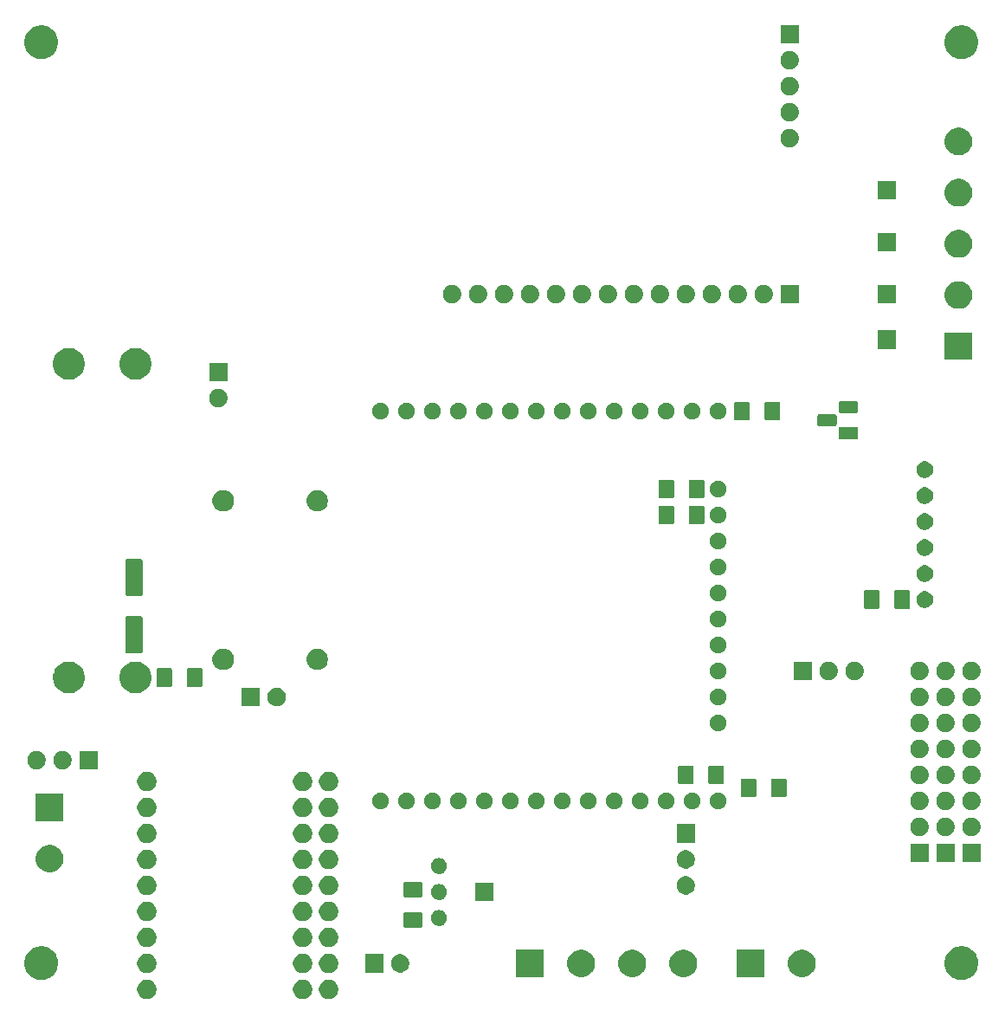
<source format=gbr>
G04 #@! TF.GenerationSoftware,KiCad,Pcbnew,5.1.5-52549c5~84~ubuntu18.04.1*
G04 #@! TF.CreationDate,2020-03-18T13:31:03+01:00*
G04 #@! TF.ProjectId,pcb_loadcell-dev,7063625f-6c6f-4616-9463-656c6c2d6465,rev?*
G04 #@! TF.SameCoordinates,Original*
G04 #@! TF.FileFunction,Soldermask,Bot*
G04 #@! TF.FilePolarity,Negative*
%FSLAX46Y46*%
G04 Gerber Fmt 4.6, Leading zero omitted, Abs format (unit mm)*
G04 Created by KiCad (PCBNEW 5.1.5-52549c5~84~ubuntu18.04.1) date 2020-03-18 13:31:03*
%MOMM*%
%LPD*%
G04 APERTURE LIST*
%ADD10C,0.100000*%
G04 APERTURE END LIST*
D10*
G36*
X74572395Y-168630546D02*
G01*
X74745466Y-168702234D01*
X74745467Y-168702235D01*
X74901227Y-168806310D01*
X75033690Y-168938773D01*
X75033691Y-168938775D01*
X75137766Y-169094534D01*
X75209454Y-169267605D01*
X75246000Y-169451333D01*
X75246000Y-169638667D01*
X75209454Y-169822395D01*
X75137766Y-169995466D01*
X75137765Y-169995467D01*
X75033690Y-170151227D01*
X74901227Y-170283690D01*
X74822818Y-170336081D01*
X74745466Y-170387766D01*
X74572395Y-170459454D01*
X74388667Y-170496000D01*
X74201333Y-170496000D01*
X74017605Y-170459454D01*
X73844534Y-170387766D01*
X73767182Y-170336081D01*
X73688773Y-170283690D01*
X73556310Y-170151227D01*
X73452235Y-169995467D01*
X73452234Y-169995466D01*
X73380546Y-169822395D01*
X73344000Y-169638667D01*
X73344000Y-169451333D01*
X73380546Y-169267605D01*
X73452234Y-169094534D01*
X73556309Y-168938775D01*
X73556310Y-168938773D01*
X73688773Y-168806310D01*
X73844533Y-168702235D01*
X73844534Y-168702234D01*
X74017605Y-168630546D01*
X74201333Y-168594000D01*
X74388667Y-168594000D01*
X74572395Y-168630546D01*
G37*
G36*
X72032395Y-168630546D02*
G01*
X72205466Y-168702234D01*
X72205467Y-168702235D01*
X72361227Y-168806310D01*
X72493690Y-168938773D01*
X72493691Y-168938775D01*
X72597766Y-169094534D01*
X72669454Y-169267605D01*
X72706000Y-169451333D01*
X72706000Y-169638667D01*
X72669454Y-169822395D01*
X72597766Y-169995466D01*
X72597765Y-169995467D01*
X72493690Y-170151227D01*
X72361227Y-170283690D01*
X72282818Y-170336081D01*
X72205466Y-170387766D01*
X72032395Y-170459454D01*
X71848667Y-170496000D01*
X71661333Y-170496000D01*
X71477605Y-170459454D01*
X71304534Y-170387766D01*
X71227182Y-170336081D01*
X71148773Y-170283690D01*
X71016310Y-170151227D01*
X70912235Y-169995467D01*
X70912234Y-169995466D01*
X70840546Y-169822395D01*
X70804000Y-169638667D01*
X70804000Y-169451333D01*
X70840546Y-169267605D01*
X70912234Y-169094534D01*
X71016309Y-168938775D01*
X71016310Y-168938773D01*
X71148773Y-168806310D01*
X71304533Y-168702235D01*
X71304534Y-168702234D01*
X71477605Y-168630546D01*
X71661333Y-168594000D01*
X71848667Y-168594000D01*
X72032395Y-168630546D01*
G37*
G36*
X56792395Y-168630546D02*
G01*
X56965466Y-168702234D01*
X56965467Y-168702235D01*
X57121227Y-168806310D01*
X57253690Y-168938773D01*
X57253691Y-168938775D01*
X57357766Y-169094534D01*
X57429454Y-169267605D01*
X57466000Y-169451333D01*
X57466000Y-169638667D01*
X57429454Y-169822395D01*
X57357766Y-169995466D01*
X57357765Y-169995467D01*
X57253690Y-170151227D01*
X57121227Y-170283690D01*
X57042818Y-170336081D01*
X56965466Y-170387766D01*
X56792395Y-170459454D01*
X56608667Y-170496000D01*
X56421333Y-170496000D01*
X56237605Y-170459454D01*
X56064534Y-170387766D01*
X55987182Y-170336081D01*
X55908773Y-170283690D01*
X55776310Y-170151227D01*
X55672235Y-169995467D01*
X55672234Y-169995466D01*
X55600546Y-169822395D01*
X55564000Y-169638667D01*
X55564000Y-169451333D01*
X55600546Y-169267605D01*
X55672234Y-169094534D01*
X55776309Y-168938775D01*
X55776310Y-168938773D01*
X55908773Y-168806310D01*
X56064533Y-168702235D01*
X56064534Y-168702234D01*
X56237605Y-168630546D01*
X56421333Y-168594000D01*
X56608667Y-168594000D01*
X56792395Y-168630546D01*
G37*
G36*
X136565256Y-165371298D02*
G01*
X136671579Y-165392447D01*
X136972042Y-165516903D01*
X137242451Y-165697585D01*
X137472415Y-165927549D01*
X137653097Y-166197958D01*
X137653098Y-166197960D01*
X137681409Y-166266309D01*
X137777553Y-166498421D01*
X137793425Y-166578216D01*
X137826042Y-166742189D01*
X137841000Y-166817391D01*
X137841000Y-167142609D01*
X137777553Y-167461579D01*
X137701603Y-167644939D01*
X137676786Y-167704853D01*
X137653097Y-167762042D01*
X137472415Y-168032451D01*
X137242451Y-168262415D01*
X136972042Y-168443097D01*
X136671579Y-168567553D01*
X136565256Y-168588702D01*
X136352611Y-168631000D01*
X136027389Y-168631000D01*
X135814744Y-168588702D01*
X135708421Y-168567553D01*
X135407958Y-168443097D01*
X135137549Y-168262415D01*
X134907585Y-168032451D01*
X134726903Y-167762042D01*
X134703215Y-167704853D01*
X134678397Y-167644939D01*
X134602447Y-167461579D01*
X134539000Y-167142609D01*
X134539000Y-166817391D01*
X134553959Y-166742189D01*
X134586575Y-166578216D01*
X134602447Y-166498421D01*
X134698591Y-166266309D01*
X134726902Y-166197960D01*
X134726903Y-166197958D01*
X134907585Y-165927549D01*
X135137549Y-165697585D01*
X135407958Y-165516903D01*
X135708421Y-165392447D01*
X135814744Y-165371298D01*
X136027389Y-165329000D01*
X136352611Y-165329000D01*
X136565256Y-165371298D01*
G37*
G36*
X46565256Y-165371298D02*
G01*
X46671579Y-165392447D01*
X46972042Y-165516903D01*
X47242451Y-165697585D01*
X47472415Y-165927549D01*
X47653097Y-166197958D01*
X47653098Y-166197960D01*
X47681409Y-166266309D01*
X47777553Y-166498421D01*
X47793425Y-166578216D01*
X47826042Y-166742189D01*
X47841000Y-166817391D01*
X47841000Y-167142609D01*
X47777553Y-167461579D01*
X47701603Y-167644939D01*
X47676786Y-167704853D01*
X47653097Y-167762042D01*
X47472415Y-168032451D01*
X47242451Y-168262415D01*
X46972042Y-168443097D01*
X46671579Y-168567553D01*
X46565256Y-168588702D01*
X46352611Y-168631000D01*
X46027389Y-168631000D01*
X45814744Y-168588702D01*
X45708421Y-168567553D01*
X45407958Y-168443097D01*
X45137549Y-168262415D01*
X44907585Y-168032451D01*
X44726903Y-167762042D01*
X44703215Y-167704853D01*
X44678397Y-167644939D01*
X44602447Y-167461579D01*
X44539000Y-167142609D01*
X44539000Y-166817391D01*
X44553959Y-166742189D01*
X44586575Y-166578216D01*
X44602447Y-166498421D01*
X44698591Y-166266309D01*
X44726902Y-166197960D01*
X44726903Y-166197958D01*
X44907585Y-165927549D01*
X45137549Y-165697585D01*
X45407958Y-165516903D01*
X45708421Y-165392447D01*
X45814744Y-165371298D01*
X46027389Y-165329000D01*
X46352611Y-165329000D01*
X46565256Y-165371298D01*
G37*
G36*
X120922174Y-165697584D02*
G01*
X120964072Y-165705918D01*
X121209939Y-165807759D01*
X121321328Y-165882187D01*
X121431211Y-165955609D01*
X121619391Y-166143789D01*
X121631716Y-166162235D01*
X121701257Y-166266309D01*
X121767242Y-166365063D01*
X121869082Y-166610928D01*
X121921000Y-166871937D01*
X121921000Y-167138063D01*
X121869082Y-167399072D01*
X121794408Y-167579353D01*
X121767241Y-167644939D01*
X121692813Y-167756328D01*
X121631716Y-167847766D01*
X121619390Y-167866212D01*
X121431212Y-168054390D01*
X121209939Y-168202241D01*
X121209938Y-168202242D01*
X121209937Y-168202242D01*
X120964072Y-168304082D01*
X120703063Y-168356000D01*
X120436937Y-168356000D01*
X120175928Y-168304082D01*
X119930063Y-168202242D01*
X119930062Y-168202242D01*
X119930061Y-168202241D01*
X119708788Y-168054390D01*
X119520610Y-167866212D01*
X119508285Y-167847766D01*
X119447187Y-167756328D01*
X119372759Y-167644939D01*
X119345593Y-167579353D01*
X119270918Y-167399072D01*
X119219000Y-167138063D01*
X119219000Y-166871937D01*
X119270918Y-166610928D01*
X119372758Y-166365063D01*
X119438744Y-166266309D01*
X119508284Y-166162235D01*
X119520609Y-166143789D01*
X119708789Y-165955609D01*
X119818672Y-165882187D01*
X119930061Y-165807759D01*
X120175928Y-165705918D01*
X120217826Y-165697584D01*
X120436937Y-165654000D01*
X120703063Y-165654000D01*
X120922174Y-165697584D01*
G37*
G36*
X116921000Y-168356000D02*
G01*
X114219000Y-168356000D01*
X114219000Y-165654000D01*
X116921000Y-165654000D01*
X116921000Y-168356000D01*
G37*
G36*
X95331000Y-168356000D02*
G01*
X92629000Y-168356000D01*
X92629000Y-165654000D01*
X95331000Y-165654000D01*
X95331000Y-168356000D01*
G37*
G36*
X104332174Y-165697584D02*
G01*
X104374072Y-165705918D01*
X104619939Y-165807759D01*
X104731328Y-165882187D01*
X104841211Y-165955609D01*
X105029391Y-166143789D01*
X105041716Y-166162235D01*
X105111257Y-166266309D01*
X105177242Y-166365063D01*
X105279082Y-166610928D01*
X105331000Y-166871937D01*
X105331000Y-167138063D01*
X105279082Y-167399072D01*
X105204408Y-167579353D01*
X105177241Y-167644939D01*
X105102813Y-167756328D01*
X105041716Y-167847766D01*
X105029390Y-167866212D01*
X104841212Y-168054390D01*
X104619939Y-168202241D01*
X104619938Y-168202242D01*
X104619937Y-168202242D01*
X104374072Y-168304082D01*
X104113063Y-168356000D01*
X103846937Y-168356000D01*
X103585928Y-168304082D01*
X103340063Y-168202242D01*
X103340062Y-168202242D01*
X103340061Y-168202241D01*
X103118788Y-168054390D01*
X102930610Y-167866212D01*
X102918285Y-167847766D01*
X102857187Y-167756328D01*
X102782759Y-167644939D01*
X102755593Y-167579353D01*
X102680918Y-167399072D01*
X102629000Y-167138063D01*
X102629000Y-166871937D01*
X102680918Y-166610928D01*
X102782758Y-166365063D01*
X102848744Y-166266309D01*
X102918284Y-166162235D01*
X102930609Y-166143789D01*
X103118789Y-165955609D01*
X103228672Y-165882187D01*
X103340061Y-165807759D01*
X103585928Y-165705918D01*
X103627826Y-165697584D01*
X103846937Y-165654000D01*
X104113063Y-165654000D01*
X104332174Y-165697584D01*
G37*
G36*
X109332174Y-165697584D02*
G01*
X109374072Y-165705918D01*
X109619939Y-165807759D01*
X109731328Y-165882187D01*
X109841211Y-165955609D01*
X110029391Y-166143789D01*
X110041716Y-166162235D01*
X110111257Y-166266309D01*
X110177242Y-166365063D01*
X110279082Y-166610928D01*
X110331000Y-166871937D01*
X110331000Y-167138063D01*
X110279082Y-167399072D01*
X110204408Y-167579353D01*
X110177241Y-167644939D01*
X110102813Y-167756328D01*
X110041716Y-167847766D01*
X110029390Y-167866212D01*
X109841212Y-168054390D01*
X109619939Y-168202241D01*
X109619938Y-168202242D01*
X109619937Y-168202242D01*
X109374072Y-168304082D01*
X109113063Y-168356000D01*
X108846937Y-168356000D01*
X108585928Y-168304082D01*
X108340063Y-168202242D01*
X108340062Y-168202242D01*
X108340061Y-168202241D01*
X108118788Y-168054390D01*
X107930610Y-167866212D01*
X107918285Y-167847766D01*
X107857187Y-167756328D01*
X107782759Y-167644939D01*
X107755593Y-167579353D01*
X107680918Y-167399072D01*
X107629000Y-167138063D01*
X107629000Y-166871937D01*
X107680918Y-166610928D01*
X107782758Y-166365063D01*
X107848744Y-166266309D01*
X107918284Y-166162235D01*
X107930609Y-166143789D01*
X108118789Y-165955609D01*
X108228672Y-165882187D01*
X108340061Y-165807759D01*
X108585928Y-165705918D01*
X108627826Y-165697584D01*
X108846937Y-165654000D01*
X109113063Y-165654000D01*
X109332174Y-165697584D01*
G37*
G36*
X99332174Y-165697584D02*
G01*
X99374072Y-165705918D01*
X99619939Y-165807759D01*
X99731328Y-165882187D01*
X99841211Y-165955609D01*
X100029391Y-166143789D01*
X100041716Y-166162235D01*
X100111257Y-166266309D01*
X100177242Y-166365063D01*
X100279082Y-166610928D01*
X100331000Y-166871937D01*
X100331000Y-167138063D01*
X100279082Y-167399072D01*
X100204408Y-167579353D01*
X100177241Y-167644939D01*
X100102813Y-167756328D01*
X100041716Y-167847766D01*
X100029390Y-167866212D01*
X99841212Y-168054390D01*
X99619939Y-168202241D01*
X99619938Y-168202242D01*
X99619937Y-168202242D01*
X99374072Y-168304082D01*
X99113063Y-168356000D01*
X98846937Y-168356000D01*
X98585928Y-168304082D01*
X98340063Y-168202242D01*
X98340062Y-168202242D01*
X98340061Y-168202241D01*
X98118788Y-168054390D01*
X97930610Y-167866212D01*
X97918285Y-167847766D01*
X97857187Y-167756328D01*
X97782759Y-167644939D01*
X97755593Y-167579353D01*
X97680918Y-167399072D01*
X97629000Y-167138063D01*
X97629000Y-166871937D01*
X97680918Y-166610928D01*
X97782758Y-166365063D01*
X97848744Y-166266309D01*
X97918284Y-166162235D01*
X97930609Y-166143789D01*
X98118789Y-165955609D01*
X98228672Y-165882187D01*
X98340061Y-165807759D01*
X98585928Y-165705918D01*
X98627826Y-165697584D01*
X98846937Y-165654000D01*
X99113063Y-165654000D01*
X99332174Y-165697584D01*
G37*
G36*
X72032395Y-166090546D02*
G01*
X72205466Y-166162234D01*
X72205467Y-166162235D01*
X72361227Y-166266310D01*
X72493690Y-166398773D01*
X72493691Y-166398775D01*
X72597766Y-166554534D01*
X72669454Y-166727605D01*
X72706000Y-166911333D01*
X72706000Y-167098667D01*
X72669454Y-167282395D01*
X72597766Y-167455466D01*
X72597765Y-167455467D01*
X72493690Y-167611227D01*
X72361227Y-167743690D01*
X72333764Y-167762040D01*
X72205466Y-167847766D01*
X72032395Y-167919454D01*
X71848667Y-167956000D01*
X71661333Y-167956000D01*
X71477605Y-167919454D01*
X71304534Y-167847766D01*
X71176236Y-167762040D01*
X71148773Y-167743690D01*
X71016310Y-167611227D01*
X70912235Y-167455467D01*
X70912234Y-167455466D01*
X70840546Y-167282395D01*
X70804000Y-167098667D01*
X70804000Y-166911333D01*
X70840546Y-166727605D01*
X70912234Y-166554534D01*
X71016309Y-166398775D01*
X71016310Y-166398773D01*
X71148773Y-166266310D01*
X71304533Y-166162235D01*
X71304534Y-166162234D01*
X71477605Y-166090546D01*
X71661333Y-166054000D01*
X71848667Y-166054000D01*
X72032395Y-166090546D01*
G37*
G36*
X74572395Y-166090546D02*
G01*
X74745466Y-166162234D01*
X74745467Y-166162235D01*
X74901227Y-166266310D01*
X75033690Y-166398773D01*
X75033691Y-166398775D01*
X75137766Y-166554534D01*
X75209454Y-166727605D01*
X75246000Y-166911333D01*
X75246000Y-167098667D01*
X75209454Y-167282395D01*
X75137766Y-167455466D01*
X75137765Y-167455467D01*
X75033690Y-167611227D01*
X74901227Y-167743690D01*
X74873764Y-167762040D01*
X74745466Y-167847766D01*
X74572395Y-167919454D01*
X74388667Y-167956000D01*
X74201333Y-167956000D01*
X74017605Y-167919454D01*
X73844534Y-167847766D01*
X73716236Y-167762040D01*
X73688773Y-167743690D01*
X73556310Y-167611227D01*
X73452235Y-167455467D01*
X73452234Y-167455466D01*
X73380546Y-167282395D01*
X73344000Y-167098667D01*
X73344000Y-166911333D01*
X73380546Y-166727605D01*
X73452234Y-166554534D01*
X73556309Y-166398775D01*
X73556310Y-166398773D01*
X73688773Y-166266310D01*
X73844533Y-166162235D01*
X73844534Y-166162234D01*
X74017605Y-166090546D01*
X74201333Y-166054000D01*
X74388667Y-166054000D01*
X74572395Y-166090546D01*
G37*
G36*
X56792395Y-166090546D02*
G01*
X56965466Y-166162234D01*
X56965467Y-166162235D01*
X57121227Y-166266310D01*
X57253690Y-166398773D01*
X57253691Y-166398775D01*
X57357766Y-166554534D01*
X57429454Y-166727605D01*
X57466000Y-166911333D01*
X57466000Y-167098667D01*
X57429454Y-167282395D01*
X57357766Y-167455466D01*
X57357765Y-167455467D01*
X57253690Y-167611227D01*
X57121227Y-167743690D01*
X57093764Y-167762040D01*
X56965466Y-167847766D01*
X56792395Y-167919454D01*
X56608667Y-167956000D01*
X56421333Y-167956000D01*
X56237605Y-167919454D01*
X56064534Y-167847766D01*
X55936236Y-167762040D01*
X55908773Y-167743690D01*
X55776310Y-167611227D01*
X55672235Y-167455467D01*
X55672234Y-167455466D01*
X55600546Y-167282395D01*
X55564000Y-167098667D01*
X55564000Y-166911333D01*
X55600546Y-166727605D01*
X55672234Y-166554534D01*
X55776309Y-166398775D01*
X55776310Y-166398773D01*
X55908773Y-166266310D01*
X56064533Y-166162235D01*
X56064534Y-166162234D01*
X56237605Y-166090546D01*
X56421333Y-166054000D01*
X56608667Y-166054000D01*
X56792395Y-166090546D01*
G37*
G36*
X81393512Y-166108927D02*
G01*
X81542812Y-166138624D01*
X81706784Y-166206544D01*
X81854354Y-166305147D01*
X81979853Y-166430646D01*
X82078456Y-166578216D01*
X82146376Y-166742188D01*
X82181000Y-166916259D01*
X82181000Y-167093741D01*
X82146376Y-167267812D01*
X82078456Y-167431784D01*
X81979853Y-167579354D01*
X81854354Y-167704853D01*
X81706784Y-167803456D01*
X81542812Y-167871376D01*
X81393512Y-167901073D01*
X81368742Y-167906000D01*
X81191258Y-167906000D01*
X81166488Y-167901073D01*
X81017188Y-167871376D01*
X80853216Y-167803456D01*
X80705646Y-167704853D01*
X80580147Y-167579354D01*
X80481544Y-167431784D01*
X80413624Y-167267812D01*
X80379000Y-167093741D01*
X80379000Y-166916259D01*
X80413624Y-166742188D01*
X80481544Y-166578216D01*
X80580147Y-166430646D01*
X80705646Y-166305147D01*
X80853216Y-166206544D01*
X81017188Y-166138624D01*
X81166488Y-166108927D01*
X81191258Y-166104000D01*
X81368742Y-166104000D01*
X81393512Y-166108927D01*
G37*
G36*
X79641000Y-167906000D02*
G01*
X77839000Y-167906000D01*
X77839000Y-166104000D01*
X79641000Y-166104000D01*
X79641000Y-167906000D01*
G37*
G36*
X74572395Y-163550546D02*
G01*
X74745466Y-163622234D01*
X74745467Y-163622235D01*
X74901227Y-163726310D01*
X75033690Y-163858773D01*
X75033691Y-163858775D01*
X75137766Y-164014534D01*
X75209454Y-164187605D01*
X75246000Y-164371333D01*
X75246000Y-164558667D01*
X75209454Y-164742395D01*
X75137766Y-164915466D01*
X75137765Y-164915467D01*
X75033690Y-165071227D01*
X74901227Y-165203690D01*
X74822818Y-165256081D01*
X74745466Y-165307766D01*
X74572395Y-165379454D01*
X74388667Y-165416000D01*
X74201333Y-165416000D01*
X74017605Y-165379454D01*
X73844534Y-165307766D01*
X73767182Y-165256081D01*
X73688773Y-165203690D01*
X73556310Y-165071227D01*
X73452235Y-164915467D01*
X73452234Y-164915466D01*
X73380546Y-164742395D01*
X73344000Y-164558667D01*
X73344000Y-164371333D01*
X73380546Y-164187605D01*
X73452234Y-164014534D01*
X73556309Y-163858775D01*
X73556310Y-163858773D01*
X73688773Y-163726310D01*
X73844533Y-163622235D01*
X73844534Y-163622234D01*
X74017605Y-163550546D01*
X74201333Y-163514000D01*
X74388667Y-163514000D01*
X74572395Y-163550546D01*
G37*
G36*
X56792395Y-163550546D02*
G01*
X56965466Y-163622234D01*
X56965467Y-163622235D01*
X57121227Y-163726310D01*
X57253690Y-163858773D01*
X57253691Y-163858775D01*
X57357766Y-164014534D01*
X57429454Y-164187605D01*
X57466000Y-164371333D01*
X57466000Y-164558667D01*
X57429454Y-164742395D01*
X57357766Y-164915466D01*
X57357765Y-164915467D01*
X57253690Y-165071227D01*
X57121227Y-165203690D01*
X57042818Y-165256081D01*
X56965466Y-165307766D01*
X56792395Y-165379454D01*
X56608667Y-165416000D01*
X56421333Y-165416000D01*
X56237605Y-165379454D01*
X56064534Y-165307766D01*
X55987182Y-165256081D01*
X55908773Y-165203690D01*
X55776310Y-165071227D01*
X55672235Y-164915467D01*
X55672234Y-164915466D01*
X55600546Y-164742395D01*
X55564000Y-164558667D01*
X55564000Y-164371333D01*
X55600546Y-164187605D01*
X55672234Y-164014534D01*
X55776309Y-163858775D01*
X55776310Y-163858773D01*
X55908773Y-163726310D01*
X56064533Y-163622235D01*
X56064534Y-163622234D01*
X56237605Y-163550546D01*
X56421333Y-163514000D01*
X56608667Y-163514000D01*
X56792395Y-163550546D01*
G37*
G36*
X72032395Y-163550546D02*
G01*
X72205466Y-163622234D01*
X72205467Y-163622235D01*
X72361227Y-163726310D01*
X72493690Y-163858773D01*
X72493691Y-163858775D01*
X72597766Y-164014534D01*
X72669454Y-164187605D01*
X72706000Y-164371333D01*
X72706000Y-164558667D01*
X72669454Y-164742395D01*
X72597766Y-164915466D01*
X72597765Y-164915467D01*
X72493690Y-165071227D01*
X72361227Y-165203690D01*
X72282818Y-165256081D01*
X72205466Y-165307766D01*
X72032395Y-165379454D01*
X71848667Y-165416000D01*
X71661333Y-165416000D01*
X71477605Y-165379454D01*
X71304534Y-165307766D01*
X71227182Y-165256081D01*
X71148773Y-165203690D01*
X71016310Y-165071227D01*
X70912235Y-164915467D01*
X70912234Y-164915466D01*
X70840546Y-164742395D01*
X70804000Y-164558667D01*
X70804000Y-164371333D01*
X70840546Y-164187605D01*
X70912234Y-164014534D01*
X71016309Y-163858775D01*
X71016310Y-163858773D01*
X71148773Y-163726310D01*
X71304533Y-163622235D01*
X71304534Y-163622234D01*
X71477605Y-163550546D01*
X71661333Y-163514000D01*
X71848667Y-163514000D01*
X72032395Y-163550546D01*
G37*
G36*
X83325562Y-162018181D02*
G01*
X83360481Y-162028774D01*
X83392663Y-162045976D01*
X83420873Y-162069127D01*
X83444024Y-162097337D01*
X83461226Y-162129519D01*
X83471819Y-162164438D01*
X83476000Y-162206895D01*
X83476000Y-163348105D01*
X83471819Y-163390562D01*
X83461226Y-163425481D01*
X83444024Y-163457663D01*
X83420873Y-163485873D01*
X83392663Y-163509024D01*
X83360481Y-163526226D01*
X83325562Y-163536819D01*
X83283105Y-163541000D01*
X81816895Y-163541000D01*
X81774438Y-163536819D01*
X81739519Y-163526226D01*
X81707337Y-163509024D01*
X81679127Y-163485873D01*
X81655976Y-163457663D01*
X81638774Y-163425481D01*
X81628181Y-163390562D01*
X81624000Y-163348105D01*
X81624000Y-162206895D01*
X81628181Y-162164438D01*
X81638774Y-162129519D01*
X81655976Y-162097337D01*
X81679127Y-162069127D01*
X81707337Y-162045976D01*
X81739519Y-162028774D01*
X81774438Y-162018181D01*
X81816895Y-162014000D01*
X83283105Y-162014000D01*
X83325562Y-162018181D01*
G37*
G36*
X85215589Y-161798876D02*
G01*
X85314893Y-161818629D01*
X85455206Y-161876748D01*
X85581484Y-161961125D01*
X85688875Y-162068516D01*
X85773252Y-162194794D01*
X85831371Y-162335107D01*
X85831371Y-162335109D01*
X85861000Y-162484062D01*
X85861000Y-162635938D01*
X85851124Y-162685589D01*
X85831371Y-162784893D01*
X85773252Y-162925206D01*
X85688875Y-163051484D01*
X85581484Y-163158875D01*
X85455206Y-163243252D01*
X85314893Y-163301371D01*
X85215589Y-163321124D01*
X85165938Y-163331000D01*
X85014062Y-163331000D01*
X84964411Y-163321124D01*
X84865107Y-163301371D01*
X84724794Y-163243252D01*
X84598516Y-163158875D01*
X84491125Y-163051484D01*
X84406748Y-162925206D01*
X84348629Y-162784893D01*
X84328876Y-162685589D01*
X84319000Y-162635938D01*
X84319000Y-162484062D01*
X84348629Y-162335109D01*
X84348629Y-162335107D01*
X84406748Y-162194794D01*
X84491125Y-162068516D01*
X84598516Y-161961125D01*
X84724794Y-161876748D01*
X84865107Y-161818629D01*
X84964411Y-161798876D01*
X85014062Y-161789000D01*
X85165938Y-161789000D01*
X85215589Y-161798876D01*
G37*
G36*
X56792395Y-161010546D02*
G01*
X56965466Y-161082234D01*
X56965467Y-161082235D01*
X57121227Y-161186310D01*
X57253690Y-161318773D01*
X57253691Y-161318775D01*
X57357766Y-161474534D01*
X57429454Y-161647605D01*
X57466000Y-161831333D01*
X57466000Y-162018667D01*
X57429454Y-162202395D01*
X57357766Y-162375466D01*
X57357765Y-162375467D01*
X57253690Y-162531227D01*
X57121227Y-162663690D01*
X57042818Y-162716081D01*
X56965466Y-162767766D01*
X56792395Y-162839454D01*
X56608667Y-162876000D01*
X56421333Y-162876000D01*
X56237605Y-162839454D01*
X56064534Y-162767766D01*
X55987182Y-162716081D01*
X55908773Y-162663690D01*
X55776310Y-162531227D01*
X55672235Y-162375467D01*
X55672234Y-162375466D01*
X55600546Y-162202395D01*
X55564000Y-162018667D01*
X55564000Y-161831333D01*
X55600546Y-161647605D01*
X55672234Y-161474534D01*
X55776309Y-161318775D01*
X55776310Y-161318773D01*
X55908773Y-161186310D01*
X56064533Y-161082235D01*
X56064534Y-161082234D01*
X56237605Y-161010546D01*
X56421333Y-160974000D01*
X56608667Y-160974000D01*
X56792395Y-161010546D01*
G37*
G36*
X74572395Y-161010546D02*
G01*
X74745466Y-161082234D01*
X74745467Y-161082235D01*
X74901227Y-161186310D01*
X75033690Y-161318773D01*
X75033691Y-161318775D01*
X75137766Y-161474534D01*
X75209454Y-161647605D01*
X75246000Y-161831333D01*
X75246000Y-162018667D01*
X75209454Y-162202395D01*
X75137766Y-162375466D01*
X75137765Y-162375467D01*
X75033690Y-162531227D01*
X74901227Y-162663690D01*
X74822818Y-162716081D01*
X74745466Y-162767766D01*
X74572395Y-162839454D01*
X74388667Y-162876000D01*
X74201333Y-162876000D01*
X74017605Y-162839454D01*
X73844534Y-162767766D01*
X73767182Y-162716081D01*
X73688773Y-162663690D01*
X73556310Y-162531227D01*
X73452235Y-162375467D01*
X73452234Y-162375466D01*
X73380546Y-162202395D01*
X73344000Y-162018667D01*
X73344000Y-161831333D01*
X73380546Y-161647605D01*
X73452234Y-161474534D01*
X73556309Y-161318775D01*
X73556310Y-161318773D01*
X73688773Y-161186310D01*
X73844533Y-161082235D01*
X73844534Y-161082234D01*
X74017605Y-161010546D01*
X74201333Y-160974000D01*
X74388667Y-160974000D01*
X74572395Y-161010546D01*
G37*
G36*
X72032395Y-161010546D02*
G01*
X72205466Y-161082234D01*
X72205467Y-161082235D01*
X72361227Y-161186310D01*
X72493690Y-161318773D01*
X72493691Y-161318775D01*
X72597766Y-161474534D01*
X72669454Y-161647605D01*
X72706000Y-161831333D01*
X72706000Y-162018667D01*
X72669454Y-162202395D01*
X72597766Y-162375466D01*
X72597765Y-162375467D01*
X72493690Y-162531227D01*
X72361227Y-162663690D01*
X72282818Y-162716081D01*
X72205466Y-162767766D01*
X72032395Y-162839454D01*
X71848667Y-162876000D01*
X71661333Y-162876000D01*
X71477605Y-162839454D01*
X71304534Y-162767766D01*
X71227182Y-162716081D01*
X71148773Y-162663690D01*
X71016310Y-162531227D01*
X70912235Y-162375467D01*
X70912234Y-162375466D01*
X70840546Y-162202395D01*
X70804000Y-162018667D01*
X70804000Y-161831333D01*
X70840546Y-161647605D01*
X70912234Y-161474534D01*
X71016309Y-161318775D01*
X71016310Y-161318773D01*
X71148773Y-161186310D01*
X71304533Y-161082235D01*
X71304534Y-161082234D01*
X71477605Y-161010546D01*
X71661333Y-160974000D01*
X71848667Y-160974000D01*
X72032395Y-161010546D01*
G37*
G36*
X90436000Y-160921000D02*
G01*
X88634000Y-160921000D01*
X88634000Y-159119000D01*
X90436000Y-159119000D01*
X90436000Y-160921000D01*
G37*
G36*
X85215589Y-159258876D02*
G01*
X85314893Y-159278629D01*
X85455206Y-159336748D01*
X85581484Y-159421125D01*
X85688875Y-159528516D01*
X85773252Y-159654794D01*
X85831371Y-159795107D01*
X85831371Y-159795109D01*
X85861000Y-159944062D01*
X85861000Y-160095938D01*
X85851124Y-160145589D01*
X85831371Y-160244893D01*
X85773252Y-160385206D01*
X85688875Y-160511484D01*
X85581484Y-160618875D01*
X85455206Y-160703252D01*
X85314893Y-160761371D01*
X85215589Y-160781124D01*
X85165938Y-160791000D01*
X85014062Y-160791000D01*
X84964411Y-160781124D01*
X84865107Y-160761371D01*
X84724794Y-160703252D01*
X84598516Y-160618875D01*
X84491125Y-160511484D01*
X84406748Y-160385206D01*
X84348629Y-160244893D01*
X84328876Y-160145589D01*
X84319000Y-160095938D01*
X84319000Y-159944062D01*
X84348629Y-159795109D01*
X84348629Y-159795107D01*
X84406748Y-159654794D01*
X84491125Y-159528516D01*
X84598516Y-159421125D01*
X84724794Y-159336748D01*
X84865107Y-159278629D01*
X84964411Y-159258876D01*
X85014062Y-159249000D01*
X85165938Y-159249000D01*
X85215589Y-159258876D01*
G37*
G36*
X83325562Y-159043181D02*
G01*
X83360481Y-159053774D01*
X83392663Y-159070976D01*
X83420873Y-159094127D01*
X83444024Y-159122337D01*
X83461226Y-159154519D01*
X83471819Y-159189438D01*
X83476000Y-159231895D01*
X83476000Y-160373105D01*
X83471819Y-160415562D01*
X83461226Y-160450481D01*
X83444024Y-160482663D01*
X83420873Y-160510873D01*
X83392663Y-160534024D01*
X83360481Y-160551226D01*
X83325562Y-160561819D01*
X83283105Y-160566000D01*
X81816895Y-160566000D01*
X81774438Y-160561819D01*
X81739519Y-160551226D01*
X81707337Y-160534024D01*
X81679127Y-160510873D01*
X81655976Y-160482663D01*
X81638774Y-160450481D01*
X81628181Y-160415562D01*
X81624000Y-160373105D01*
X81624000Y-159231895D01*
X81628181Y-159189438D01*
X81638774Y-159154519D01*
X81655976Y-159122337D01*
X81679127Y-159094127D01*
X81707337Y-159070976D01*
X81739519Y-159053774D01*
X81774438Y-159043181D01*
X81816895Y-159039000D01*
X83283105Y-159039000D01*
X83325562Y-159043181D01*
G37*
G36*
X72032395Y-158470546D02*
G01*
X72205466Y-158542234D01*
X72205467Y-158542235D01*
X72361227Y-158646310D01*
X72493690Y-158778773D01*
X72493691Y-158778775D01*
X72597766Y-158934534D01*
X72669454Y-159107605D01*
X72706000Y-159291333D01*
X72706000Y-159478667D01*
X72669454Y-159662395D01*
X72597766Y-159835466D01*
X72597765Y-159835467D01*
X72493690Y-159991227D01*
X72361227Y-160123690D01*
X72282818Y-160176081D01*
X72205466Y-160227766D01*
X72032395Y-160299454D01*
X71848667Y-160336000D01*
X71661333Y-160336000D01*
X71477605Y-160299454D01*
X71304534Y-160227766D01*
X71227182Y-160176081D01*
X71148773Y-160123690D01*
X71016310Y-159991227D01*
X70912235Y-159835467D01*
X70912234Y-159835466D01*
X70840546Y-159662395D01*
X70804000Y-159478667D01*
X70804000Y-159291333D01*
X70840546Y-159107605D01*
X70912234Y-158934534D01*
X71016309Y-158778775D01*
X71016310Y-158778773D01*
X71148773Y-158646310D01*
X71304533Y-158542235D01*
X71304534Y-158542234D01*
X71477605Y-158470546D01*
X71661333Y-158434000D01*
X71848667Y-158434000D01*
X72032395Y-158470546D01*
G37*
G36*
X74572395Y-158470546D02*
G01*
X74745466Y-158542234D01*
X74745467Y-158542235D01*
X74901227Y-158646310D01*
X75033690Y-158778773D01*
X75033691Y-158778775D01*
X75137766Y-158934534D01*
X75209454Y-159107605D01*
X75246000Y-159291333D01*
X75246000Y-159478667D01*
X75209454Y-159662395D01*
X75137766Y-159835466D01*
X75137765Y-159835467D01*
X75033690Y-159991227D01*
X74901227Y-160123690D01*
X74822818Y-160176081D01*
X74745466Y-160227766D01*
X74572395Y-160299454D01*
X74388667Y-160336000D01*
X74201333Y-160336000D01*
X74017605Y-160299454D01*
X73844534Y-160227766D01*
X73767182Y-160176081D01*
X73688773Y-160123690D01*
X73556310Y-159991227D01*
X73452235Y-159835467D01*
X73452234Y-159835466D01*
X73380546Y-159662395D01*
X73344000Y-159478667D01*
X73344000Y-159291333D01*
X73380546Y-159107605D01*
X73452234Y-158934534D01*
X73556309Y-158778775D01*
X73556310Y-158778773D01*
X73688773Y-158646310D01*
X73844533Y-158542235D01*
X73844534Y-158542234D01*
X74017605Y-158470546D01*
X74201333Y-158434000D01*
X74388667Y-158434000D01*
X74572395Y-158470546D01*
G37*
G36*
X56792395Y-158470546D02*
G01*
X56965466Y-158542234D01*
X56965467Y-158542235D01*
X57121227Y-158646310D01*
X57253690Y-158778773D01*
X57253691Y-158778775D01*
X57357766Y-158934534D01*
X57429454Y-159107605D01*
X57466000Y-159291333D01*
X57466000Y-159478667D01*
X57429454Y-159662395D01*
X57357766Y-159835466D01*
X57357765Y-159835467D01*
X57253690Y-159991227D01*
X57121227Y-160123690D01*
X57042818Y-160176081D01*
X56965466Y-160227766D01*
X56792395Y-160299454D01*
X56608667Y-160336000D01*
X56421333Y-160336000D01*
X56237605Y-160299454D01*
X56064534Y-160227766D01*
X55987182Y-160176081D01*
X55908773Y-160123690D01*
X55776310Y-159991227D01*
X55672235Y-159835467D01*
X55672234Y-159835466D01*
X55600546Y-159662395D01*
X55564000Y-159478667D01*
X55564000Y-159291333D01*
X55600546Y-159107605D01*
X55672234Y-158934534D01*
X55776309Y-158778775D01*
X55776310Y-158778773D01*
X55908773Y-158646310D01*
X56064533Y-158542235D01*
X56064534Y-158542234D01*
X56237605Y-158470546D01*
X56421333Y-158434000D01*
X56608667Y-158434000D01*
X56792395Y-158470546D01*
G37*
G36*
X109333512Y-158488927D02*
G01*
X109482812Y-158518624D01*
X109646784Y-158586544D01*
X109794354Y-158685147D01*
X109919853Y-158810646D01*
X110018456Y-158958216D01*
X110086376Y-159122188D01*
X110121000Y-159296259D01*
X110121000Y-159473741D01*
X110086376Y-159647812D01*
X110018456Y-159811784D01*
X109919853Y-159959354D01*
X109794354Y-160084853D01*
X109646784Y-160183456D01*
X109482812Y-160251376D01*
X109333512Y-160281073D01*
X109308742Y-160286000D01*
X109131258Y-160286000D01*
X109106488Y-160281073D01*
X108957188Y-160251376D01*
X108793216Y-160183456D01*
X108645646Y-160084853D01*
X108520147Y-159959354D01*
X108421544Y-159811784D01*
X108353624Y-159647812D01*
X108319000Y-159473741D01*
X108319000Y-159296259D01*
X108353624Y-159122188D01*
X108421544Y-158958216D01*
X108520147Y-158810646D01*
X108645646Y-158685147D01*
X108793216Y-158586544D01*
X108957188Y-158518624D01*
X109106488Y-158488927D01*
X109131258Y-158484000D01*
X109308742Y-158484000D01*
X109333512Y-158488927D01*
G37*
G36*
X85215589Y-156718876D02*
G01*
X85314893Y-156738629D01*
X85455206Y-156796748D01*
X85581484Y-156881125D01*
X85688875Y-156988516D01*
X85773252Y-157114794D01*
X85831371Y-157255107D01*
X85831371Y-157255109D01*
X85861000Y-157404062D01*
X85861000Y-157555938D01*
X85851124Y-157605589D01*
X85831371Y-157704893D01*
X85773252Y-157845206D01*
X85688875Y-157971484D01*
X85581484Y-158078875D01*
X85455206Y-158163252D01*
X85314893Y-158221371D01*
X85215589Y-158241124D01*
X85165938Y-158251000D01*
X85014062Y-158251000D01*
X84964411Y-158241124D01*
X84865107Y-158221371D01*
X84724794Y-158163252D01*
X84598516Y-158078875D01*
X84491125Y-157971484D01*
X84406748Y-157845206D01*
X84348629Y-157704893D01*
X84328876Y-157605589D01*
X84319000Y-157555938D01*
X84319000Y-157404062D01*
X84348629Y-157255109D01*
X84348629Y-157255107D01*
X84406748Y-157114794D01*
X84491125Y-156988516D01*
X84598516Y-156881125D01*
X84724794Y-156796748D01*
X84865107Y-156738629D01*
X84964411Y-156718876D01*
X85014062Y-156709000D01*
X85165938Y-156709000D01*
X85215589Y-156718876D01*
G37*
G36*
X47384072Y-155465918D02*
G01*
X47629939Y-155567759D01*
X47741328Y-155642187D01*
X47851211Y-155715609D01*
X48039391Y-155903789D01*
X48187242Y-156125063D01*
X48289082Y-156370928D01*
X48341000Y-156631937D01*
X48341000Y-156898063D01*
X48289082Y-157159072D01*
X48187242Y-157404937D01*
X48093754Y-157544852D01*
X48039390Y-157626212D01*
X47851212Y-157814390D01*
X47629939Y-157962241D01*
X47629938Y-157962242D01*
X47629937Y-157962242D01*
X47384072Y-158064082D01*
X47123063Y-158116000D01*
X46856937Y-158116000D01*
X46595928Y-158064082D01*
X46350063Y-157962242D01*
X46350062Y-157962242D01*
X46350061Y-157962241D01*
X46128788Y-157814390D01*
X45940610Y-157626212D01*
X45886247Y-157544852D01*
X45792758Y-157404937D01*
X45690918Y-157159072D01*
X45639000Y-156898063D01*
X45639000Y-156631937D01*
X45690918Y-156370928D01*
X45792758Y-156125063D01*
X45940609Y-155903789D01*
X46128789Y-155715609D01*
X46238672Y-155642187D01*
X46350061Y-155567759D01*
X46595928Y-155465918D01*
X46856937Y-155414000D01*
X47123063Y-155414000D01*
X47384072Y-155465918D01*
G37*
G36*
X56792395Y-155930546D02*
G01*
X56965466Y-156002234D01*
X56965467Y-156002235D01*
X57121227Y-156106310D01*
X57253690Y-156238773D01*
X57253691Y-156238775D01*
X57357766Y-156394534D01*
X57429454Y-156567605D01*
X57466000Y-156751333D01*
X57466000Y-156938667D01*
X57429454Y-157122395D01*
X57357766Y-157295466D01*
X57357765Y-157295467D01*
X57253690Y-157451227D01*
X57121227Y-157583690D01*
X57057588Y-157626212D01*
X56965466Y-157687766D01*
X56792395Y-157759454D01*
X56608667Y-157796000D01*
X56421333Y-157796000D01*
X56237605Y-157759454D01*
X56064534Y-157687766D01*
X55972412Y-157626212D01*
X55908773Y-157583690D01*
X55776310Y-157451227D01*
X55672235Y-157295467D01*
X55672234Y-157295466D01*
X55600546Y-157122395D01*
X55564000Y-156938667D01*
X55564000Y-156751333D01*
X55600546Y-156567605D01*
X55672234Y-156394534D01*
X55776309Y-156238775D01*
X55776310Y-156238773D01*
X55908773Y-156106310D01*
X56064533Y-156002235D01*
X56064534Y-156002234D01*
X56237605Y-155930546D01*
X56421333Y-155894000D01*
X56608667Y-155894000D01*
X56792395Y-155930546D01*
G37*
G36*
X74572395Y-155930546D02*
G01*
X74745466Y-156002234D01*
X74745467Y-156002235D01*
X74901227Y-156106310D01*
X75033690Y-156238773D01*
X75033691Y-156238775D01*
X75137766Y-156394534D01*
X75209454Y-156567605D01*
X75246000Y-156751333D01*
X75246000Y-156938667D01*
X75209454Y-157122395D01*
X75137766Y-157295466D01*
X75137765Y-157295467D01*
X75033690Y-157451227D01*
X74901227Y-157583690D01*
X74837588Y-157626212D01*
X74745466Y-157687766D01*
X74572395Y-157759454D01*
X74388667Y-157796000D01*
X74201333Y-157796000D01*
X74017605Y-157759454D01*
X73844534Y-157687766D01*
X73752412Y-157626212D01*
X73688773Y-157583690D01*
X73556310Y-157451227D01*
X73452235Y-157295467D01*
X73452234Y-157295466D01*
X73380546Y-157122395D01*
X73344000Y-156938667D01*
X73344000Y-156751333D01*
X73380546Y-156567605D01*
X73452234Y-156394534D01*
X73556309Y-156238775D01*
X73556310Y-156238773D01*
X73688773Y-156106310D01*
X73844533Y-156002235D01*
X73844534Y-156002234D01*
X74017605Y-155930546D01*
X74201333Y-155894000D01*
X74388667Y-155894000D01*
X74572395Y-155930546D01*
G37*
G36*
X72032395Y-155930546D02*
G01*
X72205466Y-156002234D01*
X72205467Y-156002235D01*
X72361227Y-156106310D01*
X72493690Y-156238773D01*
X72493691Y-156238775D01*
X72597766Y-156394534D01*
X72669454Y-156567605D01*
X72706000Y-156751333D01*
X72706000Y-156938667D01*
X72669454Y-157122395D01*
X72597766Y-157295466D01*
X72597765Y-157295467D01*
X72493690Y-157451227D01*
X72361227Y-157583690D01*
X72297588Y-157626212D01*
X72205466Y-157687766D01*
X72032395Y-157759454D01*
X71848667Y-157796000D01*
X71661333Y-157796000D01*
X71477605Y-157759454D01*
X71304534Y-157687766D01*
X71212412Y-157626212D01*
X71148773Y-157583690D01*
X71016310Y-157451227D01*
X70912235Y-157295467D01*
X70912234Y-157295466D01*
X70840546Y-157122395D01*
X70804000Y-156938667D01*
X70804000Y-156751333D01*
X70840546Y-156567605D01*
X70912234Y-156394534D01*
X71016309Y-156238775D01*
X71016310Y-156238773D01*
X71148773Y-156106310D01*
X71304533Y-156002235D01*
X71304534Y-156002234D01*
X71477605Y-155930546D01*
X71661333Y-155894000D01*
X71848667Y-155894000D01*
X72032395Y-155930546D01*
G37*
G36*
X109333512Y-155948927D02*
G01*
X109482812Y-155978624D01*
X109646784Y-156046544D01*
X109794354Y-156145147D01*
X109919853Y-156270646D01*
X110018456Y-156418216D01*
X110086376Y-156582188D01*
X110121000Y-156756259D01*
X110121000Y-156933741D01*
X110086376Y-157107812D01*
X110018456Y-157271784D01*
X109919853Y-157419354D01*
X109794354Y-157544853D01*
X109646784Y-157643456D01*
X109482812Y-157711376D01*
X109333512Y-157741073D01*
X109308742Y-157746000D01*
X109131258Y-157746000D01*
X109106488Y-157741073D01*
X108957188Y-157711376D01*
X108793216Y-157643456D01*
X108645646Y-157544853D01*
X108520147Y-157419354D01*
X108421544Y-157271784D01*
X108353624Y-157107812D01*
X108319000Y-156933741D01*
X108319000Y-156756259D01*
X108353624Y-156582188D01*
X108421544Y-156418216D01*
X108520147Y-156270646D01*
X108645646Y-156145147D01*
X108793216Y-156046544D01*
X108957188Y-155978624D01*
X109106488Y-155948927D01*
X109131258Y-155944000D01*
X109308742Y-155944000D01*
X109333512Y-155948927D01*
G37*
G36*
X132981000Y-157111000D02*
G01*
X131179000Y-157111000D01*
X131179000Y-155309000D01*
X132981000Y-155309000D01*
X132981000Y-157111000D01*
G37*
G36*
X135521000Y-157111000D02*
G01*
X133719000Y-157111000D01*
X133719000Y-155309000D01*
X135521000Y-155309000D01*
X135521000Y-157111000D01*
G37*
G36*
X138061000Y-157111000D02*
G01*
X136259000Y-157111000D01*
X136259000Y-155309000D01*
X138061000Y-155309000D01*
X138061000Y-157111000D01*
G37*
G36*
X72032395Y-153390546D02*
G01*
X72205466Y-153462234D01*
X72205467Y-153462235D01*
X72361227Y-153566310D01*
X72493690Y-153698773D01*
X72493691Y-153698775D01*
X72597766Y-153854534D01*
X72669454Y-154027605D01*
X72706000Y-154211333D01*
X72706000Y-154398667D01*
X72669454Y-154582395D01*
X72597766Y-154755466D01*
X72597765Y-154755467D01*
X72493690Y-154911227D01*
X72361227Y-155043690D01*
X72282818Y-155096081D01*
X72205466Y-155147766D01*
X72032395Y-155219454D01*
X71848667Y-155256000D01*
X71661333Y-155256000D01*
X71477605Y-155219454D01*
X71304534Y-155147766D01*
X71227182Y-155096081D01*
X71148773Y-155043690D01*
X71016310Y-154911227D01*
X70912235Y-154755467D01*
X70912234Y-154755466D01*
X70840546Y-154582395D01*
X70804000Y-154398667D01*
X70804000Y-154211333D01*
X70840546Y-154027605D01*
X70912234Y-153854534D01*
X71016309Y-153698775D01*
X71016310Y-153698773D01*
X71148773Y-153566310D01*
X71304533Y-153462235D01*
X71304534Y-153462234D01*
X71477605Y-153390546D01*
X71661333Y-153354000D01*
X71848667Y-153354000D01*
X72032395Y-153390546D01*
G37*
G36*
X74572395Y-153390546D02*
G01*
X74745466Y-153462234D01*
X74745467Y-153462235D01*
X74901227Y-153566310D01*
X75033690Y-153698773D01*
X75033691Y-153698775D01*
X75137766Y-153854534D01*
X75209454Y-154027605D01*
X75246000Y-154211333D01*
X75246000Y-154398667D01*
X75209454Y-154582395D01*
X75137766Y-154755466D01*
X75137765Y-154755467D01*
X75033690Y-154911227D01*
X74901227Y-155043690D01*
X74822818Y-155096081D01*
X74745466Y-155147766D01*
X74572395Y-155219454D01*
X74388667Y-155256000D01*
X74201333Y-155256000D01*
X74017605Y-155219454D01*
X73844534Y-155147766D01*
X73767182Y-155096081D01*
X73688773Y-155043690D01*
X73556310Y-154911227D01*
X73452235Y-154755467D01*
X73452234Y-154755466D01*
X73380546Y-154582395D01*
X73344000Y-154398667D01*
X73344000Y-154211333D01*
X73380546Y-154027605D01*
X73452234Y-153854534D01*
X73556309Y-153698775D01*
X73556310Y-153698773D01*
X73688773Y-153566310D01*
X73844533Y-153462235D01*
X73844534Y-153462234D01*
X74017605Y-153390546D01*
X74201333Y-153354000D01*
X74388667Y-153354000D01*
X74572395Y-153390546D01*
G37*
G36*
X56792395Y-153390546D02*
G01*
X56965466Y-153462234D01*
X56965467Y-153462235D01*
X57121227Y-153566310D01*
X57253690Y-153698773D01*
X57253691Y-153698775D01*
X57357766Y-153854534D01*
X57429454Y-154027605D01*
X57466000Y-154211333D01*
X57466000Y-154398667D01*
X57429454Y-154582395D01*
X57357766Y-154755466D01*
X57357765Y-154755467D01*
X57253690Y-154911227D01*
X57121227Y-155043690D01*
X57042818Y-155096081D01*
X56965466Y-155147766D01*
X56792395Y-155219454D01*
X56608667Y-155256000D01*
X56421333Y-155256000D01*
X56237605Y-155219454D01*
X56064534Y-155147766D01*
X55987182Y-155096081D01*
X55908773Y-155043690D01*
X55776310Y-154911227D01*
X55672235Y-154755467D01*
X55672234Y-154755466D01*
X55600546Y-154582395D01*
X55564000Y-154398667D01*
X55564000Y-154211333D01*
X55600546Y-154027605D01*
X55672234Y-153854534D01*
X55776309Y-153698775D01*
X55776310Y-153698773D01*
X55908773Y-153566310D01*
X56064533Y-153462235D01*
X56064534Y-153462234D01*
X56237605Y-153390546D01*
X56421333Y-153354000D01*
X56608667Y-153354000D01*
X56792395Y-153390546D01*
G37*
G36*
X110121000Y-155206000D02*
G01*
X108319000Y-155206000D01*
X108319000Y-153404000D01*
X110121000Y-153404000D01*
X110121000Y-155206000D01*
G37*
G36*
X134733512Y-152773927D02*
G01*
X134882812Y-152803624D01*
X135046784Y-152871544D01*
X135194354Y-152970147D01*
X135319853Y-153095646D01*
X135418456Y-153243216D01*
X135486376Y-153407188D01*
X135521000Y-153581259D01*
X135521000Y-153758741D01*
X135486376Y-153932812D01*
X135418456Y-154096784D01*
X135319853Y-154244354D01*
X135194354Y-154369853D01*
X135046784Y-154468456D01*
X134882812Y-154536376D01*
X134733512Y-154566073D01*
X134708742Y-154571000D01*
X134531258Y-154571000D01*
X134506488Y-154566073D01*
X134357188Y-154536376D01*
X134193216Y-154468456D01*
X134045646Y-154369853D01*
X133920147Y-154244354D01*
X133821544Y-154096784D01*
X133753624Y-153932812D01*
X133719000Y-153758741D01*
X133719000Y-153581259D01*
X133753624Y-153407188D01*
X133821544Y-153243216D01*
X133920147Y-153095646D01*
X134045646Y-152970147D01*
X134193216Y-152871544D01*
X134357188Y-152803624D01*
X134506488Y-152773927D01*
X134531258Y-152769000D01*
X134708742Y-152769000D01*
X134733512Y-152773927D01*
G37*
G36*
X132193512Y-152773927D02*
G01*
X132342812Y-152803624D01*
X132506784Y-152871544D01*
X132654354Y-152970147D01*
X132779853Y-153095646D01*
X132878456Y-153243216D01*
X132946376Y-153407188D01*
X132981000Y-153581259D01*
X132981000Y-153758741D01*
X132946376Y-153932812D01*
X132878456Y-154096784D01*
X132779853Y-154244354D01*
X132654354Y-154369853D01*
X132506784Y-154468456D01*
X132342812Y-154536376D01*
X132193512Y-154566073D01*
X132168742Y-154571000D01*
X131991258Y-154571000D01*
X131966488Y-154566073D01*
X131817188Y-154536376D01*
X131653216Y-154468456D01*
X131505646Y-154369853D01*
X131380147Y-154244354D01*
X131281544Y-154096784D01*
X131213624Y-153932812D01*
X131179000Y-153758741D01*
X131179000Y-153581259D01*
X131213624Y-153407188D01*
X131281544Y-153243216D01*
X131380147Y-153095646D01*
X131505646Y-152970147D01*
X131653216Y-152871544D01*
X131817188Y-152803624D01*
X131966488Y-152773927D01*
X131991258Y-152769000D01*
X132168742Y-152769000D01*
X132193512Y-152773927D01*
G37*
G36*
X137273512Y-152773927D02*
G01*
X137422812Y-152803624D01*
X137586784Y-152871544D01*
X137734354Y-152970147D01*
X137859853Y-153095646D01*
X137958456Y-153243216D01*
X138026376Y-153407188D01*
X138061000Y-153581259D01*
X138061000Y-153758741D01*
X138026376Y-153932812D01*
X137958456Y-154096784D01*
X137859853Y-154244354D01*
X137734354Y-154369853D01*
X137586784Y-154468456D01*
X137422812Y-154536376D01*
X137273512Y-154566073D01*
X137248742Y-154571000D01*
X137071258Y-154571000D01*
X137046488Y-154566073D01*
X136897188Y-154536376D01*
X136733216Y-154468456D01*
X136585646Y-154369853D01*
X136460147Y-154244354D01*
X136361544Y-154096784D01*
X136293624Y-153932812D01*
X136259000Y-153758741D01*
X136259000Y-153581259D01*
X136293624Y-153407188D01*
X136361544Y-153243216D01*
X136460147Y-153095646D01*
X136585646Y-152970147D01*
X136733216Y-152871544D01*
X136897188Y-152803624D01*
X137046488Y-152773927D01*
X137071258Y-152769000D01*
X137248742Y-152769000D01*
X137273512Y-152773927D01*
G37*
G36*
X48341000Y-153116000D02*
G01*
X45639000Y-153116000D01*
X45639000Y-150414000D01*
X48341000Y-150414000D01*
X48341000Y-153116000D01*
G37*
G36*
X56792395Y-150850546D02*
G01*
X56965466Y-150922234D01*
X56965467Y-150922235D01*
X57121227Y-151026310D01*
X57253690Y-151158773D01*
X57253691Y-151158775D01*
X57357766Y-151314534D01*
X57429454Y-151487605D01*
X57466000Y-151671333D01*
X57466000Y-151858667D01*
X57429454Y-152042395D01*
X57357766Y-152215466D01*
X57357765Y-152215467D01*
X57253690Y-152371227D01*
X57121227Y-152503690D01*
X57042818Y-152556081D01*
X56965466Y-152607766D01*
X56792395Y-152679454D01*
X56608667Y-152716000D01*
X56421333Y-152716000D01*
X56237605Y-152679454D01*
X56064534Y-152607766D01*
X55987182Y-152556081D01*
X55908773Y-152503690D01*
X55776310Y-152371227D01*
X55672235Y-152215467D01*
X55672234Y-152215466D01*
X55600546Y-152042395D01*
X55564000Y-151858667D01*
X55564000Y-151671333D01*
X55600546Y-151487605D01*
X55672234Y-151314534D01*
X55776309Y-151158775D01*
X55776310Y-151158773D01*
X55908773Y-151026310D01*
X56064533Y-150922235D01*
X56064534Y-150922234D01*
X56237605Y-150850546D01*
X56421333Y-150814000D01*
X56608667Y-150814000D01*
X56792395Y-150850546D01*
G37*
G36*
X72032395Y-150850546D02*
G01*
X72205466Y-150922234D01*
X72205467Y-150922235D01*
X72361227Y-151026310D01*
X72493690Y-151158773D01*
X72493691Y-151158775D01*
X72597766Y-151314534D01*
X72669454Y-151487605D01*
X72706000Y-151671333D01*
X72706000Y-151858667D01*
X72669454Y-152042395D01*
X72597766Y-152215466D01*
X72597765Y-152215467D01*
X72493690Y-152371227D01*
X72361227Y-152503690D01*
X72282818Y-152556081D01*
X72205466Y-152607766D01*
X72032395Y-152679454D01*
X71848667Y-152716000D01*
X71661333Y-152716000D01*
X71477605Y-152679454D01*
X71304534Y-152607766D01*
X71227182Y-152556081D01*
X71148773Y-152503690D01*
X71016310Y-152371227D01*
X70912235Y-152215467D01*
X70912234Y-152215466D01*
X70840546Y-152042395D01*
X70804000Y-151858667D01*
X70804000Y-151671333D01*
X70840546Y-151487605D01*
X70912234Y-151314534D01*
X71016309Y-151158775D01*
X71016310Y-151158773D01*
X71148773Y-151026310D01*
X71304533Y-150922235D01*
X71304534Y-150922234D01*
X71477605Y-150850546D01*
X71661333Y-150814000D01*
X71848667Y-150814000D01*
X72032395Y-150850546D01*
G37*
G36*
X74572395Y-150850546D02*
G01*
X74745466Y-150922234D01*
X74745467Y-150922235D01*
X74901227Y-151026310D01*
X75033690Y-151158773D01*
X75033691Y-151158775D01*
X75137766Y-151314534D01*
X75209454Y-151487605D01*
X75246000Y-151671333D01*
X75246000Y-151858667D01*
X75209454Y-152042395D01*
X75137766Y-152215466D01*
X75137765Y-152215467D01*
X75033690Y-152371227D01*
X74901227Y-152503690D01*
X74822818Y-152556081D01*
X74745466Y-152607766D01*
X74572395Y-152679454D01*
X74388667Y-152716000D01*
X74201333Y-152716000D01*
X74017605Y-152679454D01*
X73844534Y-152607766D01*
X73767182Y-152556081D01*
X73688773Y-152503690D01*
X73556310Y-152371227D01*
X73452235Y-152215467D01*
X73452234Y-152215466D01*
X73380546Y-152042395D01*
X73344000Y-151858667D01*
X73344000Y-151671333D01*
X73380546Y-151487605D01*
X73452234Y-151314534D01*
X73556309Y-151158775D01*
X73556310Y-151158773D01*
X73688773Y-151026310D01*
X73844533Y-150922235D01*
X73844534Y-150922234D01*
X74017605Y-150850546D01*
X74201333Y-150814000D01*
X74388667Y-150814000D01*
X74572395Y-150850546D01*
G37*
G36*
X137273512Y-150233927D02*
G01*
X137422812Y-150263624D01*
X137586784Y-150331544D01*
X137734354Y-150430147D01*
X137859853Y-150555646D01*
X137958456Y-150703216D01*
X138026376Y-150867188D01*
X138061000Y-151041259D01*
X138061000Y-151218741D01*
X138026376Y-151392812D01*
X137958456Y-151556784D01*
X137859853Y-151704354D01*
X137734354Y-151829853D01*
X137586784Y-151928456D01*
X137422812Y-151996376D01*
X137273512Y-152026073D01*
X137248742Y-152031000D01*
X137071258Y-152031000D01*
X137046488Y-152026073D01*
X136897188Y-151996376D01*
X136733216Y-151928456D01*
X136585646Y-151829853D01*
X136460147Y-151704354D01*
X136361544Y-151556784D01*
X136293624Y-151392812D01*
X136259000Y-151218741D01*
X136259000Y-151041259D01*
X136293624Y-150867188D01*
X136361544Y-150703216D01*
X136460147Y-150555646D01*
X136585646Y-150430147D01*
X136733216Y-150331544D01*
X136897188Y-150263624D01*
X137046488Y-150233927D01*
X137071258Y-150229000D01*
X137248742Y-150229000D01*
X137273512Y-150233927D01*
G37*
G36*
X134733512Y-150233927D02*
G01*
X134882812Y-150263624D01*
X135046784Y-150331544D01*
X135194354Y-150430147D01*
X135319853Y-150555646D01*
X135418456Y-150703216D01*
X135486376Y-150867188D01*
X135521000Y-151041259D01*
X135521000Y-151218741D01*
X135486376Y-151392812D01*
X135418456Y-151556784D01*
X135319853Y-151704354D01*
X135194354Y-151829853D01*
X135046784Y-151928456D01*
X134882812Y-151996376D01*
X134733512Y-152026073D01*
X134708742Y-152031000D01*
X134531258Y-152031000D01*
X134506488Y-152026073D01*
X134357188Y-151996376D01*
X134193216Y-151928456D01*
X134045646Y-151829853D01*
X133920147Y-151704354D01*
X133821544Y-151556784D01*
X133753624Y-151392812D01*
X133719000Y-151218741D01*
X133719000Y-151041259D01*
X133753624Y-150867188D01*
X133821544Y-150703216D01*
X133920147Y-150555646D01*
X134045646Y-150430147D01*
X134193216Y-150331544D01*
X134357188Y-150263624D01*
X134506488Y-150233927D01*
X134531258Y-150229000D01*
X134708742Y-150229000D01*
X134733512Y-150233927D01*
G37*
G36*
X132193512Y-150233927D02*
G01*
X132342812Y-150263624D01*
X132506784Y-150331544D01*
X132654354Y-150430147D01*
X132779853Y-150555646D01*
X132878456Y-150703216D01*
X132946376Y-150867188D01*
X132981000Y-151041259D01*
X132981000Y-151218741D01*
X132946376Y-151392812D01*
X132878456Y-151556784D01*
X132779853Y-151704354D01*
X132654354Y-151829853D01*
X132506784Y-151928456D01*
X132342812Y-151996376D01*
X132193512Y-152026073D01*
X132168742Y-152031000D01*
X131991258Y-152031000D01*
X131966488Y-152026073D01*
X131817188Y-151996376D01*
X131653216Y-151928456D01*
X131505646Y-151829853D01*
X131380147Y-151704354D01*
X131281544Y-151556784D01*
X131213624Y-151392812D01*
X131179000Y-151218741D01*
X131179000Y-151041259D01*
X131213624Y-150867188D01*
X131281544Y-150703216D01*
X131380147Y-150555646D01*
X131505646Y-150430147D01*
X131653216Y-150331544D01*
X131817188Y-150263624D01*
X131966488Y-150233927D01*
X131991258Y-150229000D01*
X132168742Y-150229000D01*
X132193512Y-150233927D01*
G37*
G36*
X107552142Y-150348242D02*
G01*
X107700101Y-150409529D01*
X107833255Y-150498499D01*
X107946501Y-150611745D01*
X108035471Y-150744899D01*
X108096758Y-150892858D01*
X108128000Y-151049925D01*
X108128000Y-151210075D01*
X108096758Y-151367142D01*
X108035471Y-151515101D01*
X107946501Y-151648255D01*
X107833255Y-151761501D01*
X107700101Y-151850471D01*
X107552142Y-151911758D01*
X107395075Y-151943000D01*
X107234925Y-151943000D01*
X107077858Y-151911758D01*
X106929899Y-151850471D01*
X106796745Y-151761501D01*
X106683499Y-151648255D01*
X106594529Y-151515101D01*
X106533242Y-151367142D01*
X106502000Y-151210075D01*
X106502000Y-151049925D01*
X106533242Y-150892858D01*
X106594529Y-150744899D01*
X106683499Y-150611745D01*
X106796745Y-150498499D01*
X106929899Y-150409529D01*
X107077858Y-150348242D01*
X107234925Y-150317000D01*
X107395075Y-150317000D01*
X107552142Y-150348242D01*
G37*
G36*
X105012142Y-150348242D02*
G01*
X105160101Y-150409529D01*
X105293255Y-150498499D01*
X105406501Y-150611745D01*
X105495471Y-150744899D01*
X105556758Y-150892858D01*
X105588000Y-151049925D01*
X105588000Y-151210075D01*
X105556758Y-151367142D01*
X105495471Y-151515101D01*
X105406501Y-151648255D01*
X105293255Y-151761501D01*
X105160101Y-151850471D01*
X105012142Y-151911758D01*
X104855075Y-151943000D01*
X104694925Y-151943000D01*
X104537858Y-151911758D01*
X104389899Y-151850471D01*
X104256745Y-151761501D01*
X104143499Y-151648255D01*
X104054529Y-151515101D01*
X103993242Y-151367142D01*
X103962000Y-151210075D01*
X103962000Y-151049925D01*
X103993242Y-150892858D01*
X104054529Y-150744899D01*
X104143499Y-150611745D01*
X104256745Y-150498499D01*
X104389899Y-150409529D01*
X104537858Y-150348242D01*
X104694925Y-150317000D01*
X104855075Y-150317000D01*
X105012142Y-150348242D01*
G37*
G36*
X102472142Y-150348242D02*
G01*
X102620101Y-150409529D01*
X102753255Y-150498499D01*
X102866501Y-150611745D01*
X102955471Y-150744899D01*
X103016758Y-150892858D01*
X103048000Y-151049925D01*
X103048000Y-151210075D01*
X103016758Y-151367142D01*
X102955471Y-151515101D01*
X102866501Y-151648255D01*
X102753255Y-151761501D01*
X102620101Y-151850471D01*
X102472142Y-151911758D01*
X102315075Y-151943000D01*
X102154925Y-151943000D01*
X101997858Y-151911758D01*
X101849899Y-151850471D01*
X101716745Y-151761501D01*
X101603499Y-151648255D01*
X101514529Y-151515101D01*
X101453242Y-151367142D01*
X101422000Y-151210075D01*
X101422000Y-151049925D01*
X101453242Y-150892858D01*
X101514529Y-150744899D01*
X101603499Y-150611745D01*
X101716745Y-150498499D01*
X101849899Y-150409529D01*
X101997858Y-150348242D01*
X102154925Y-150317000D01*
X102315075Y-150317000D01*
X102472142Y-150348242D01*
G37*
G36*
X99932142Y-150348242D02*
G01*
X100080101Y-150409529D01*
X100213255Y-150498499D01*
X100326501Y-150611745D01*
X100415471Y-150744899D01*
X100476758Y-150892858D01*
X100508000Y-151049925D01*
X100508000Y-151210075D01*
X100476758Y-151367142D01*
X100415471Y-151515101D01*
X100326501Y-151648255D01*
X100213255Y-151761501D01*
X100080101Y-151850471D01*
X99932142Y-151911758D01*
X99775075Y-151943000D01*
X99614925Y-151943000D01*
X99457858Y-151911758D01*
X99309899Y-151850471D01*
X99176745Y-151761501D01*
X99063499Y-151648255D01*
X98974529Y-151515101D01*
X98913242Y-151367142D01*
X98882000Y-151210075D01*
X98882000Y-151049925D01*
X98913242Y-150892858D01*
X98974529Y-150744899D01*
X99063499Y-150611745D01*
X99176745Y-150498499D01*
X99309899Y-150409529D01*
X99457858Y-150348242D01*
X99614925Y-150317000D01*
X99775075Y-150317000D01*
X99932142Y-150348242D01*
G37*
G36*
X97392142Y-150348242D02*
G01*
X97540101Y-150409529D01*
X97673255Y-150498499D01*
X97786501Y-150611745D01*
X97875471Y-150744899D01*
X97936758Y-150892858D01*
X97968000Y-151049925D01*
X97968000Y-151210075D01*
X97936758Y-151367142D01*
X97875471Y-151515101D01*
X97786501Y-151648255D01*
X97673255Y-151761501D01*
X97540101Y-151850471D01*
X97392142Y-151911758D01*
X97235075Y-151943000D01*
X97074925Y-151943000D01*
X96917858Y-151911758D01*
X96769899Y-151850471D01*
X96636745Y-151761501D01*
X96523499Y-151648255D01*
X96434529Y-151515101D01*
X96373242Y-151367142D01*
X96342000Y-151210075D01*
X96342000Y-151049925D01*
X96373242Y-150892858D01*
X96434529Y-150744899D01*
X96523499Y-150611745D01*
X96636745Y-150498499D01*
X96769899Y-150409529D01*
X96917858Y-150348242D01*
X97074925Y-150317000D01*
X97235075Y-150317000D01*
X97392142Y-150348242D01*
G37*
G36*
X94852142Y-150348242D02*
G01*
X95000101Y-150409529D01*
X95133255Y-150498499D01*
X95246501Y-150611745D01*
X95335471Y-150744899D01*
X95396758Y-150892858D01*
X95428000Y-151049925D01*
X95428000Y-151210075D01*
X95396758Y-151367142D01*
X95335471Y-151515101D01*
X95246501Y-151648255D01*
X95133255Y-151761501D01*
X95000101Y-151850471D01*
X94852142Y-151911758D01*
X94695075Y-151943000D01*
X94534925Y-151943000D01*
X94377858Y-151911758D01*
X94229899Y-151850471D01*
X94096745Y-151761501D01*
X93983499Y-151648255D01*
X93894529Y-151515101D01*
X93833242Y-151367142D01*
X93802000Y-151210075D01*
X93802000Y-151049925D01*
X93833242Y-150892858D01*
X93894529Y-150744899D01*
X93983499Y-150611745D01*
X94096745Y-150498499D01*
X94229899Y-150409529D01*
X94377858Y-150348242D01*
X94534925Y-150317000D01*
X94695075Y-150317000D01*
X94852142Y-150348242D01*
G37*
G36*
X92312142Y-150348242D02*
G01*
X92460101Y-150409529D01*
X92593255Y-150498499D01*
X92706501Y-150611745D01*
X92795471Y-150744899D01*
X92856758Y-150892858D01*
X92888000Y-151049925D01*
X92888000Y-151210075D01*
X92856758Y-151367142D01*
X92795471Y-151515101D01*
X92706501Y-151648255D01*
X92593255Y-151761501D01*
X92460101Y-151850471D01*
X92312142Y-151911758D01*
X92155075Y-151943000D01*
X91994925Y-151943000D01*
X91837858Y-151911758D01*
X91689899Y-151850471D01*
X91556745Y-151761501D01*
X91443499Y-151648255D01*
X91354529Y-151515101D01*
X91293242Y-151367142D01*
X91262000Y-151210075D01*
X91262000Y-151049925D01*
X91293242Y-150892858D01*
X91354529Y-150744899D01*
X91443499Y-150611745D01*
X91556745Y-150498499D01*
X91689899Y-150409529D01*
X91837858Y-150348242D01*
X91994925Y-150317000D01*
X92155075Y-150317000D01*
X92312142Y-150348242D01*
G37*
G36*
X84692142Y-150348242D02*
G01*
X84840101Y-150409529D01*
X84973255Y-150498499D01*
X85086501Y-150611745D01*
X85175471Y-150744899D01*
X85236758Y-150892858D01*
X85268000Y-151049925D01*
X85268000Y-151210075D01*
X85236758Y-151367142D01*
X85175471Y-151515101D01*
X85086501Y-151648255D01*
X84973255Y-151761501D01*
X84840101Y-151850471D01*
X84692142Y-151911758D01*
X84535075Y-151943000D01*
X84374925Y-151943000D01*
X84217858Y-151911758D01*
X84069899Y-151850471D01*
X83936745Y-151761501D01*
X83823499Y-151648255D01*
X83734529Y-151515101D01*
X83673242Y-151367142D01*
X83642000Y-151210075D01*
X83642000Y-151049925D01*
X83673242Y-150892858D01*
X83734529Y-150744899D01*
X83823499Y-150611745D01*
X83936745Y-150498499D01*
X84069899Y-150409529D01*
X84217858Y-150348242D01*
X84374925Y-150317000D01*
X84535075Y-150317000D01*
X84692142Y-150348242D01*
G37*
G36*
X82152142Y-150348242D02*
G01*
X82300101Y-150409529D01*
X82433255Y-150498499D01*
X82546501Y-150611745D01*
X82635471Y-150744899D01*
X82696758Y-150892858D01*
X82728000Y-151049925D01*
X82728000Y-151210075D01*
X82696758Y-151367142D01*
X82635471Y-151515101D01*
X82546501Y-151648255D01*
X82433255Y-151761501D01*
X82300101Y-151850471D01*
X82152142Y-151911758D01*
X81995075Y-151943000D01*
X81834925Y-151943000D01*
X81677858Y-151911758D01*
X81529899Y-151850471D01*
X81396745Y-151761501D01*
X81283499Y-151648255D01*
X81194529Y-151515101D01*
X81133242Y-151367142D01*
X81102000Y-151210075D01*
X81102000Y-151049925D01*
X81133242Y-150892858D01*
X81194529Y-150744899D01*
X81283499Y-150611745D01*
X81396745Y-150498499D01*
X81529899Y-150409529D01*
X81677858Y-150348242D01*
X81834925Y-150317000D01*
X81995075Y-150317000D01*
X82152142Y-150348242D01*
G37*
G36*
X79612142Y-150348242D02*
G01*
X79760101Y-150409529D01*
X79893255Y-150498499D01*
X80006501Y-150611745D01*
X80095471Y-150744899D01*
X80156758Y-150892858D01*
X80188000Y-151049925D01*
X80188000Y-151210075D01*
X80156758Y-151367142D01*
X80095471Y-151515101D01*
X80006501Y-151648255D01*
X79893255Y-151761501D01*
X79760101Y-151850471D01*
X79612142Y-151911758D01*
X79455075Y-151943000D01*
X79294925Y-151943000D01*
X79137858Y-151911758D01*
X78989899Y-151850471D01*
X78856745Y-151761501D01*
X78743499Y-151648255D01*
X78654529Y-151515101D01*
X78593242Y-151367142D01*
X78562000Y-151210075D01*
X78562000Y-151049925D01*
X78593242Y-150892858D01*
X78654529Y-150744899D01*
X78743499Y-150611745D01*
X78856745Y-150498499D01*
X78989899Y-150409529D01*
X79137858Y-150348242D01*
X79294925Y-150317000D01*
X79455075Y-150317000D01*
X79612142Y-150348242D01*
G37*
G36*
X112632142Y-150348242D02*
G01*
X112780101Y-150409529D01*
X112913255Y-150498499D01*
X113026501Y-150611745D01*
X113115471Y-150744899D01*
X113176758Y-150892858D01*
X113208000Y-151049925D01*
X113208000Y-151210075D01*
X113176758Y-151367142D01*
X113115471Y-151515101D01*
X113026501Y-151648255D01*
X112913255Y-151761501D01*
X112780101Y-151850471D01*
X112632142Y-151911758D01*
X112475075Y-151943000D01*
X112314925Y-151943000D01*
X112157858Y-151911758D01*
X112009899Y-151850471D01*
X111876745Y-151761501D01*
X111763499Y-151648255D01*
X111674529Y-151515101D01*
X111613242Y-151367142D01*
X111582000Y-151210075D01*
X111582000Y-151049925D01*
X111613242Y-150892858D01*
X111674529Y-150744899D01*
X111763499Y-150611745D01*
X111876745Y-150498499D01*
X112009899Y-150409529D01*
X112157858Y-150348242D01*
X112314925Y-150317000D01*
X112475075Y-150317000D01*
X112632142Y-150348242D01*
G37*
G36*
X110092142Y-150348242D02*
G01*
X110240101Y-150409529D01*
X110373255Y-150498499D01*
X110486501Y-150611745D01*
X110575471Y-150744899D01*
X110636758Y-150892858D01*
X110668000Y-151049925D01*
X110668000Y-151210075D01*
X110636758Y-151367142D01*
X110575471Y-151515101D01*
X110486501Y-151648255D01*
X110373255Y-151761501D01*
X110240101Y-151850471D01*
X110092142Y-151911758D01*
X109935075Y-151943000D01*
X109774925Y-151943000D01*
X109617858Y-151911758D01*
X109469899Y-151850471D01*
X109336745Y-151761501D01*
X109223499Y-151648255D01*
X109134529Y-151515101D01*
X109073242Y-151367142D01*
X109042000Y-151210075D01*
X109042000Y-151049925D01*
X109073242Y-150892858D01*
X109134529Y-150744899D01*
X109223499Y-150611745D01*
X109336745Y-150498499D01*
X109469899Y-150409529D01*
X109617858Y-150348242D01*
X109774925Y-150317000D01*
X109935075Y-150317000D01*
X110092142Y-150348242D01*
G37*
G36*
X87232142Y-150348242D02*
G01*
X87380101Y-150409529D01*
X87513255Y-150498499D01*
X87626501Y-150611745D01*
X87715471Y-150744899D01*
X87776758Y-150892858D01*
X87808000Y-151049925D01*
X87808000Y-151210075D01*
X87776758Y-151367142D01*
X87715471Y-151515101D01*
X87626501Y-151648255D01*
X87513255Y-151761501D01*
X87380101Y-151850471D01*
X87232142Y-151911758D01*
X87075075Y-151943000D01*
X86914925Y-151943000D01*
X86757858Y-151911758D01*
X86609899Y-151850471D01*
X86476745Y-151761501D01*
X86363499Y-151648255D01*
X86274529Y-151515101D01*
X86213242Y-151367142D01*
X86182000Y-151210075D01*
X86182000Y-151049925D01*
X86213242Y-150892858D01*
X86274529Y-150744899D01*
X86363499Y-150611745D01*
X86476745Y-150498499D01*
X86609899Y-150409529D01*
X86757858Y-150348242D01*
X86914925Y-150317000D01*
X87075075Y-150317000D01*
X87232142Y-150348242D01*
G37*
G36*
X89772142Y-150348242D02*
G01*
X89920101Y-150409529D01*
X90053255Y-150498499D01*
X90166501Y-150611745D01*
X90255471Y-150744899D01*
X90316758Y-150892858D01*
X90348000Y-151049925D01*
X90348000Y-151210075D01*
X90316758Y-151367142D01*
X90255471Y-151515101D01*
X90166501Y-151648255D01*
X90053255Y-151761501D01*
X89920101Y-151850471D01*
X89772142Y-151911758D01*
X89615075Y-151943000D01*
X89454925Y-151943000D01*
X89297858Y-151911758D01*
X89149899Y-151850471D01*
X89016745Y-151761501D01*
X88903499Y-151648255D01*
X88814529Y-151515101D01*
X88753242Y-151367142D01*
X88722000Y-151210075D01*
X88722000Y-151049925D01*
X88753242Y-150892858D01*
X88814529Y-150744899D01*
X88903499Y-150611745D01*
X89016745Y-150498499D01*
X89149899Y-150409529D01*
X89297858Y-150348242D01*
X89454925Y-150317000D01*
X89615075Y-150317000D01*
X89772142Y-150348242D01*
G37*
G36*
X118940562Y-148938181D02*
G01*
X118975481Y-148948774D01*
X119007663Y-148965976D01*
X119035873Y-148989127D01*
X119059024Y-149017337D01*
X119076226Y-149049519D01*
X119086819Y-149084438D01*
X119091000Y-149126895D01*
X119091000Y-150593105D01*
X119086819Y-150635562D01*
X119076226Y-150670481D01*
X119059024Y-150702663D01*
X119035873Y-150730873D01*
X119007663Y-150754024D01*
X118975481Y-150771226D01*
X118940562Y-150781819D01*
X118898105Y-150786000D01*
X117756895Y-150786000D01*
X117714438Y-150781819D01*
X117679519Y-150771226D01*
X117647337Y-150754024D01*
X117619127Y-150730873D01*
X117595976Y-150702663D01*
X117578774Y-150670481D01*
X117568181Y-150635562D01*
X117564000Y-150593105D01*
X117564000Y-149126895D01*
X117568181Y-149084438D01*
X117578774Y-149049519D01*
X117595976Y-149017337D01*
X117619127Y-148989127D01*
X117647337Y-148965976D01*
X117679519Y-148948774D01*
X117714438Y-148938181D01*
X117756895Y-148934000D01*
X118898105Y-148934000D01*
X118940562Y-148938181D01*
G37*
G36*
X115965562Y-148938181D02*
G01*
X116000481Y-148948774D01*
X116032663Y-148965976D01*
X116060873Y-148989127D01*
X116084024Y-149017337D01*
X116101226Y-149049519D01*
X116111819Y-149084438D01*
X116116000Y-149126895D01*
X116116000Y-150593105D01*
X116111819Y-150635562D01*
X116101226Y-150670481D01*
X116084024Y-150702663D01*
X116060873Y-150730873D01*
X116032663Y-150754024D01*
X116000481Y-150771226D01*
X115965562Y-150781819D01*
X115923105Y-150786000D01*
X114781895Y-150786000D01*
X114739438Y-150781819D01*
X114704519Y-150771226D01*
X114672337Y-150754024D01*
X114644127Y-150730873D01*
X114620976Y-150702663D01*
X114603774Y-150670481D01*
X114593181Y-150635562D01*
X114589000Y-150593105D01*
X114589000Y-149126895D01*
X114593181Y-149084438D01*
X114603774Y-149049519D01*
X114620976Y-149017337D01*
X114644127Y-148989127D01*
X114672337Y-148965976D01*
X114704519Y-148948774D01*
X114739438Y-148938181D01*
X114781895Y-148934000D01*
X115923105Y-148934000D01*
X115965562Y-148938181D01*
G37*
G36*
X72032395Y-148310546D02*
G01*
X72205466Y-148382234D01*
X72205467Y-148382235D01*
X72361227Y-148486310D01*
X72493690Y-148618773D01*
X72493691Y-148618775D01*
X72597766Y-148774534D01*
X72669454Y-148947605D01*
X72706000Y-149131333D01*
X72706000Y-149318667D01*
X72669454Y-149502395D01*
X72597766Y-149675466D01*
X72597765Y-149675467D01*
X72493690Y-149831227D01*
X72361227Y-149963690D01*
X72282818Y-150016081D01*
X72205466Y-150067766D01*
X72032395Y-150139454D01*
X71848667Y-150176000D01*
X71661333Y-150176000D01*
X71477605Y-150139454D01*
X71304534Y-150067766D01*
X71227182Y-150016081D01*
X71148773Y-149963690D01*
X71016310Y-149831227D01*
X70912235Y-149675467D01*
X70912234Y-149675466D01*
X70840546Y-149502395D01*
X70804000Y-149318667D01*
X70804000Y-149131333D01*
X70840546Y-148947605D01*
X70912234Y-148774534D01*
X71016309Y-148618775D01*
X71016310Y-148618773D01*
X71148773Y-148486310D01*
X71304533Y-148382235D01*
X71304534Y-148382234D01*
X71477605Y-148310546D01*
X71661333Y-148274000D01*
X71848667Y-148274000D01*
X72032395Y-148310546D01*
G37*
G36*
X56792395Y-148310546D02*
G01*
X56965466Y-148382234D01*
X56965467Y-148382235D01*
X57121227Y-148486310D01*
X57253690Y-148618773D01*
X57253691Y-148618775D01*
X57357766Y-148774534D01*
X57429454Y-148947605D01*
X57466000Y-149131333D01*
X57466000Y-149318667D01*
X57429454Y-149502395D01*
X57357766Y-149675466D01*
X57357765Y-149675467D01*
X57253690Y-149831227D01*
X57121227Y-149963690D01*
X57042818Y-150016081D01*
X56965466Y-150067766D01*
X56792395Y-150139454D01*
X56608667Y-150176000D01*
X56421333Y-150176000D01*
X56237605Y-150139454D01*
X56064534Y-150067766D01*
X55987182Y-150016081D01*
X55908773Y-149963690D01*
X55776310Y-149831227D01*
X55672235Y-149675467D01*
X55672234Y-149675466D01*
X55600546Y-149502395D01*
X55564000Y-149318667D01*
X55564000Y-149131333D01*
X55600546Y-148947605D01*
X55672234Y-148774534D01*
X55776309Y-148618775D01*
X55776310Y-148618773D01*
X55908773Y-148486310D01*
X56064533Y-148382235D01*
X56064534Y-148382234D01*
X56237605Y-148310546D01*
X56421333Y-148274000D01*
X56608667Y-148274000D01*
X56792395Y-148310546D01*
G37*
G36*
X74572395Y-148310546D02*
G01*
X74745466Y-148382234D01*
X74745467Y-148382235D01*
X74901227Y-148486310D01*
X75033690Y-148618773D01*
X75033691Y-148618775D01*
X75137766Y-148774534D01*
X75209454Y-148947605D01*
X75246000Y-149131333D01*
X75246000Y-149318667D01*
X75209454Y-149502395D01*
X75137766Y-149675466D01*
X75137765Y-149675467D01*
X75033690Y-149831227D01*
X74901227Y-149963690D01*
X74822818Y-150016081D01*
X74745466Y-150067766D01*
X74572395Y-150139454D01*
X74388667Y-150176000D01*
X74201333Y-150176000D01*
X74017605Y-150139454D01*
X73844534Y-150067766D01*
X73767182Y-150016081D01*
X73688773Y-149963690D01*
X73556310Y-149831227D01*
X73452235Y-149675467D01*
X73452234Y-149675466D01*
X73380546Y-149502395D01*
X73344000Y-149318667D01*
X73344000Y-149131333D01*
X73380546Y-148947605D01*
X73452234Y-148774534D01*
X73556309Y-148618775D01*
X73556310Y-148618773D01*
X73688773Y-148486310D01*
X73844533Y-148382235D01*
X73844534Y-148382234D01*
X74017605Y-148310546D01*
X74201333Y-148274000D01*
X74388667Y-148274000D01*
X74572395Y-148310546D01*
G37*
G36*
X109833062Y-147668181D02*
G01*
X109867981Y-147678774D01*
X109900163Y-147695976D01*
X109928373Y-147719127D01*
X109951524Y-147747337D01*
X109968726Y-147779519D01*
X109979319Y-147814438D01*
X109983500Y-147856895D01*
X109983500Y-149323105D01*
X109979319Y-149365562D01*
X109968726Y-149400481D01*
X109951524Y-149432663D01*
X109928373Y-149460873D01*
X109900163Y-149484024D01*
X109867981Y-149501226D01*
X109833062Y-149511819D01*
X109790605Y-149516000D01*
X108649395Y-149516000D01*
X108606938Y-149511819D01*
X108572019Y-149501226D01*
X108539837Y-149484024D01*
X108511627Y-149460873D01*
X108488476Y-149432663D01*
X108471274Y-149400481D01*
X108460681Y-149365562D01*
X108456500Y-149323105D01*
X108456500Y-147856895D01*
X108460681Y-147814438D01*
X108471274Y-147779519D01*
X108488476Y-147747337D01*
X108511627Y-147719127D01*
X108539837Y-147695976D01*
X108572019Y-147678774D01*
X108606938Y-147668181D01*
X108649395Y-147664000D01*
X109790605Y-147664000D01*
X109833062Y-147668181D01*
G37*
G36*
X112808062Y-147668181D02*
G01*
X112842981Y-147678774D01*
X112875163Y-147695976D01*
X112903373Y-147719127D01*
X112926524Y-147747337D01*
X112943726Y-147779519D01*
X112954319Y-147814438D01*
X112958500Y-147856895D01*
X112958500Y-149323105D01*
X112954319Y-149365562D01*
X112943726Y-149400481D01*
X112926524Y-149432663D01*
X112903373Y-149460873D01*
X112875163Y-149484024D01*
X112842981Y-149501226D01*
X112808062Y-149511819D01*
X112765605Y-149516000D01*
X111624395Y-149516000D01*
X111581938Y-149511819D01*
X111547019Y-149501226D01*
X111514837Y-149484024D01*
X111486627Y-149460873D01*
X111463476Y-149432663D01*
X111446274Y-149400481D01*
X111435681Y-149365562D01*
X111431500Y-149323105D01*
X111431500Y-147856895D01*
X111435681Y-147814438D01*
X111446274Y-147779519D01*
X111463476Y-147747337D01*
X111486627Y-147719127D01*
X111514837Y-147695976D01*
X111547019Y-147678774D01*
X111581938Y-147668181D01*
X111624395Y-147664000D01*
X112765605Y-147664000D01*
X112808062Y-147668181D01*
G37*
G36*
X132193512Y-147693927D02*
G01*
X132342812Y-147723624D01*
X132506784Y-147791544D01*
X132654354Y-147890147D01*
X132779853Y-148015646D01*
X132878456Y-148163216D01*
X132946376Y-148327188D01*
X132981000Y-148501259D01*
X132981000Y-148678741D01*
X132946376Y-148852812D01*
X132878456Y-149016784D01*
X132779853Y-149164354D01*
X132654354Y-149289853D01*
X132506784Y-149388456D01*
X132342812Y-149456376D01*
X132193512Y-149486073D01*
X132168742Y-149491000D01*
X131991258Y-149491000D01*
X131966488Y-149486073D01*
X131817188Y-149456376D01*
X131653216Y-149388456D01*
X131505646Y-149289853D01*
X131380147Y-149164354D01*
X131281544Y-149016784D01*
X131213624Y-148852812D01*
X131179000Y-148678741D01*
X131179000Y-148501259D01*
X131213624Y-148327188D01*
X131281544Y-148163216D01*
X131380147Y-148015646D01*
X131505646Y-147890147D01*
X131653216Y-147791544D01*
X131817188Y-147723624D01*
X131966488Y-147693927D01*
X131991258Y-147689000D01*
X132168742Y-147689000D01*
X132193512Y-147693927D01*
G37*
G36*
X134733512Y-147693927D02*
G01*
X134882812Y-147723624D01*
X135046784Y-147791544D01*
X135194354Y-147890147D01*
X135319853Y-148015646D01*
X135418456Y-148163216D01*
X135486376Y-148327188D01*
X135521000Y-148501259D01*
X135521000Y-148678741D01*
X135486376Y-148852812D01*
X135418456Y-149016784D01*
X135319853Y-149164354D01*
X135194354Y-149289853D01*
X135046784Y-149388456D01*
X134882812Y-149456376D01*
X134733512Y-149486073D01*
X134708742Y-149491000D01*
X134531258Y-149491000D01*
X134506488Y-149486073D01*
X134357188Y-149456376D01*
X134193216Y-149388456D01*
X134045646Y-149289853D01*
X133920147Y-149164354D01*
X133821544Y-149016784D01*
X133753624Y-148852812D01*
X133719000Y-148678741D01*
X133719000Y-148501259D01*
X133753624Y-148327188D01*
X133821544Y-148163216D01*
X133920147Y-148015646D01*
X134045646Y-147890147D01*
X134193216Y-147791544D01*
X134357188Y-147723624D01*
X134506488Y-147693927D01*
X134531258Y-147689000D01*
X134708742Y-147689000D01*
X134733512Y-147693927D01*
G37*
G36*
X137273512Y-147693927D02*
G01*
X137422812Y-147723624D01*
X137586784Y-147791544D01*
X137734354Y-147890147D01*
X137859853Y-148015646D01*
X137958456Y-148163216D01*
X138026376Y-148327188D01*
X138061000Y-148501259D01*
X138061000Y-148678741D01*
X138026376Y-148852812D01*
X137958456Y-149016784D01*
X137859853Y-149164354D01*
X137734354Y-149289853D01*
X137586784Y-149388456D01*
X137422812Y-149456376D01*
X137273512Y-149486073D01*
X137248742Y-149491000D01*
X137071258Y-149491000D01*
X137046488Y-149486073D01*
X136897188Y-149456376D01*
X136733216Y-149388456D01*
X136585646Y-149289853D01*
X136460147Y-149164354D01*
X136361544Y-149016784D01*
X136293624Y-148852812D01*
X136259000Y-148678741D01*
X136259000Y-148501259D01*
X136293624Y-148327188D01*
X136361544Y-148163216D01*
X136460147Y-148015646D01*
X136585646Y-147890147D01*
X136733216Y-147791544D01*
X136897188Y-147723624D01*
X137046488Y-147693927D01*
X137071258Y-147689000D01*
X137248742Y-147689000D01*
X137273512Y-147693927D01*
G37*
G36*
X45833512Y-146243927D02*
G01*
X45982812Y-146273624D01*
X46146784Y-146341544D01*
X46294354Y-146440147D01*
X46419853Y-146565646D01*
X46518456Y-146713216D01*
X46586376Y-146877188D01*
X46621000Y-147051259D01*
X46621000Y-147228741D01*
X46586376Y-147402812D01*
X46518456Y-147566784D01*
X46419853Y-147714354D01*
X46294354Y-147839853D01*
X46146784Y-147938456D01*
X45982812Y-148006376D01*
X45833512Y-148036073D01*
X45808742Y-148041000D01*
X45631258Y-148041000D01*
X45606488Y-148036073D01*
X45457188Y-148006376D01*
X45293216Y-147938456D01*
X45145646Y-147839853D01*
X45020147Y-147714354D01*
X44921544Y-147566784D01*
X44853624Y-147402812D01*
X44819000Y-147228741D01*
X44819000Y-147051259D01*
X44853624Y-146877188D01*
X44921544Y-146713216D01*
X45020147Y-146565646D01*
X45145646Y-146440147D01*
X45293216Y-146341544D01*
X45457188Y-146273624D01*
X45606488Y-146243927D01*
X45631258Y-146239000D01*
X45808742Y-146239000D01*
X45833512Y-146243927D01*
G37*
G36*
X48373512Y-146243927D02*
G01*
X48522812Y-146273624D01*
X48686784Y-146341544D01*
X48834354Y-146440147D01*
X48959853Y-146565646D01*
X49058456Y-146713216D01*
X49126376Y-146877188D01*
X49161000Y-147051259D01*
X49161000Y-147228741D01*
X49126376Y-147402812D01*
X49058456Y-147566784D01*
X48959853Y-147714354D01*
X48834354Y-147839853D01*
X48686784Y-147938456D01*
X48522812Y-148006376D01*
X48373512Y-148036073D01*
X48348742Y-148041000D01*
X48171258Y-148041000D01*
X48146488Y-148036073D01*
X47997188Y-148006376D01*
X47833216Y-147938456D01*
X47685646Y-147839853D01*
X47560147Y-147714354D01*
X47461544Y-147566784D01*
X47393624Y-147402812D01*
X47359000Y-147228741D01*
X47359000Y-147051259D01*
X47393624Y-146877188D01*
X47461544Y-146713216D01*
X47560147Y-146565646D01*
X47685646Y-146440147D01*
X47833216Y-146341544D01*
X47997188Y-146273624D01*
X48146488Y-146243927D01*
X48171258Y-146239000D01*
X48348742Y-146239000D01*
X48373512Y-146243927D01*
G37*
G36*
X51701000Y-148041000D02*
G01*
X49899000Y-148041000D01*
X49899000Y-146239000D01*
X51701000Y-146239000D01*
X51701000Y-148041000D01*
G37*
G36*
X134733512Y-145153927D02*
G01*
X134882812Y-145183624D01*
X135046784Y-145251544D01*
X135194354Y-145350147D01*
X135319853Y-145475646D01*
X135418456Y-145623216D01*
X135486376Y-145787188D01*
X135521000Y-145961259D01*
X135521000Y-146138741D01*
X135486376Y-146312812D01*
X135418456Y-146476784D01*
X135319853Y-146624354D01*
X135194354Y-146749853D01*
X135046784Y-146848456D01*
X134882812Y-146916376D01*
X134733512Y-146946073D01*
X134708742Y-146951000D01*
X134531258Y-146951000D01*
X134506488Y-146946073D01*
X134357188Y-146916376D01*
X134193216Y-146848456D01*
X134045646Y-146749853D01*
X133920147Y-146624354D01*
X133821544Y-146476784D01*
X133753624Y-146312812D01*
X133719000Y-146138741D01*
X133719000Y-145961259D01*
X133753624Y-145787188D01*
X133821544Y-145623216D01*
X133920147Y-145475646D01*
X134045646Y-145350147D01*
X134193216Y-145251544D01*
X134357188Y-145183624D01*
X134506488Y-145153927D01*
X134531258Y-145149000D01*
X134708742Y-145149000D01*
X134733512Y-145153927D01*
G37*
G36*
X137273512Y-145153927D02*
G01*
X137422812Y-145183624D01*
X137586784Y-145251544D01*
X137734354Y-145350147D01*
X137859853Y-145475646D01*
X137958456Y-145623216D01*
X138026376Y-145787188D01*
X138061000Y-145961259D01*
X138061000Y-146138741D01*
X138026376Y-146312812D01*
X137958456Y-146476784D01*
X137859853Y-146624354D01*
X137734354Y-146749853D01*
X137586784Y-146848456D01*
X137422812Y-146916376D01*
X137273512Y-146946073D01*
X137248742Y-146951000D01*
X137071258Y-146951000D01*
X137046488Y-146946073D01*
X136897188Y-146916376D01*
X136733216Y-146848456D01*
X136585646Y-146749853D01*
X136460147Y-146624354D01*
X136361544Y-146476784D01*
X136293624Y-146312812D01*
X136259000Y-146138741D01*
X136259000Y-145961259D01*
X136293624Y-145787188D01*
X136361544Y-145623216D01*
X136460147Y-145475646D01*
X136585646Y-145350147D01*
X136733216Y-145251544D01*
X136897188Y-145183624D01*
X137046488Y-145153927D01*
X137071258Y-145149000D01*
X137248742Y-145149000D01*
X137273512Y-145153927D01*
G37*
G36*
X132193512Y-145153927D02*
G01*
X132342812Y-145183624D01*
X132506784Y-145251544D01*
X132654354Y-145350147D01*
X132779853Y-145475646D01*
X132878456Y-145623216D01*
X132946376Y-145787188D01*
X132981000Y-145961259D01*
X132981000Y-146138741D01*
X132946376Y-146312812D01*
X132878456Y-146476784D01*
X132779853Y-146624354D01*
X132654354Y-146749853D01*
X132506784Y-146848456D01*
X132342812Y-146916376D01*
X132193512Y-146946073D01*
X132168742Y-146951000D01*
X131991258Y-146951000D01*
X131966488Y-146946073D01*
X131817188Y-146916376D01*
X131653216Y-146848456D01*
X131505646Y-146749853D01*
X131380147Y-146624354D01*
X131281544Y-146476784D01*
X131213624Y-146312812D01*
X131179000Y-146138741D01*
X131179000Y-145961259D01*
X131213624Y-145787188D01*
X131281544Y-145623216D01*
X131380147Y-145475646D01*
X131505646Y-145350147D01*
X131653216Y-145251544D01*
X131817188Y-145183624D01*
X131966488Y-145153927D01*
X131991258Y-145149000D01*
X132168742Y-145149000D01*
X132193512Y-145153927D01*
G37*
G36*
X134733512Y-142613927D02*
G01*
X134882812Y-142643624D01*
X135046784Y-142711544D01*
X135194354Y-142810147D01*
X135319853Y-142935646D01*
X135418456Y-143083216D01*
X135486376Y-143247188D01*
X135521000Y-143421259D01*
X135521000Y-143598741D01*
X135486376Y-143772812D01*
X135418456Y-143936784D01*
X135319853Y-144084354D01*
X135194354Y-144209853D01*
X135046784Y-144308456D01*
X134882812Y-144376376D01*
X134733512Y-144406073D01*
X134708742Y-144411000D01*
X134531258Y-144411000D01*
X134506488Y-144406073D01*
X134357188Y-144376376D01*
X134193216Y-144308456D01*
X134045646Y-144209853D01*
X133920147Y-144084354D01*
X133821544Y-143936784D01*
X133753624Y-143772812D01*
X133719000Y-143598741D01*
X133719000Y-143421259D01*
X133753624Y-143247188D01*
X133821544Y-143083216D01*
X133920147Y-142935646D01*
X134045646Y-142810147D01*
X134193216Y-142711544D01*
X134357188Y-142643624D01*
X134506488Y-142613927D01*
X134531258Y-142609000D01*
X134708742Y-142609000D01*
X134733512Y-142613927D01*
G37*
G36*
X132193512Y-142613927D02*
G01*
X132342812Y-142643624D01*
X132506784Y-142711544D01*
X132654354Y-142810147D01*
X132779853Y-142935646D01*
X132878456Y-143083216D01*
X132946376Y-143247188D01*
X132981000Y-143421259D01*
X132981000Y-143598741D01*
X132946376Y-143772812D01*
X132878456Y-143936784D01*
X132779853Y-144084354D01*
X132654354Y-144209853D01*
X132506784Y-144308456D01*
X132342812Y-144376376D01*
X132193512Y-144406073D01*
X132168742Y-144411000D01*
X131991258Y-144411000D01*
X131966488Y-144406073D01*
X131817188Y-144376376D01*
X131653216Y-144308456D01*
X131505646Y-144209853D01*
X131380147Y-144084354D01*
X131281544Y-143936784D01*
X131213624Y-143772812D01*
X131179000Y-143598741D01*
X131179000Y-143421259D01*
X131213624Y-143247188D01*
X131281544Y-143083216D01*
X131380147Y-142935646D01*
X131505646Y-142810147D01*
X131653216Y-142711544D01*
X131817188Y-142643624D01*
X131966488Y-142613927D01*
X131991258Y-142609000D01*
X132168742Y-142609000D01*
X132193512Y-142613927D01*
G37*
G36*
X137273512Y-142613927D02*
G01*
X137422812Y-142643624D01*
X137586784Y-142711544D01*
X137734354Y-142810147D01*
X137859853Y-142935646D01*
X137958456Y-143083216D01*
X138026376Y-143247188D01*
X138061000Y-143421259D01*
X138061000Y-143598741D01*
X138026376Y-143772812D01*
X137958456Y-143936784D01*
X137859853Y-144084354D01*
X137734354Y-144209853D01*
X137586784Y-144308456D01*
X137422812Y-144376376D01*
X137273512Y-144406073D01*
X137248742Y-144411000D01*
X137071258Y-144411000D01*
X137046488Y-144406073D01*
X136897188Y-144376376D01*
X136733216Y-144308456D01*
X136585646Y-144209853D01*
X136460147Y-144084354D01*
X136361544Y-143936784D01*
X136293624Y-143772812D01*
X136259000Y-143598741D01*
X136259000Y-143421259D01*
X136293624Y-143247188D01*
X136361544Y-143083216D01*
X136460147Y-142935646D01*
X136585646Y-142810147D01*
X136733216Y-142711544D01*
X136897188Y-142643624D01*
X137046488Y-142613927D01*
X137071258Y-142609000D01*
X137248742Y-142609000D01*
X137273512Y-142613927D01*
G37*
G36*
X112632142Y-142728242D02*
G01*
X112780101Y-142789529D01*
X112913255Y-142878499D01*
X113026501Y-142991745D01*
X113115471Y-143124899D01*
X113176758Y-143272858D01*
X113208000Y-143429925D01*
X113208000Y-143590075D01*
X113176758Y-143747142D01*
X113115471Y-143895101D01*
X113026501Y-144028255D01*
X112913255Y-144141501D01*
X112780101Y-144230471D01*
X112632142Y-144291758D01*
X112475075Y-144323000D01*
X112314925Y-144323000D01*
X112157858Y-144291758D01*
X112009899Y-144230471D01*
X111876745Y-144141501D01*
X111763499Y-144028255D01*
X111674529Y-143895101D01*
X111613242Y-143747142D01*
X111582000Y-143590075D01*
X111582000Y-143429925D01*
X111613242Y-143272858D01*
X111674529Y-143124899D01*
X111763499Y-142991745D01*
X111876745Y-142878499D01*
X112009899Y-142789529D01*
X112157858Y-142728242D01*
X112314925Y-142697000D01*
X112475075Y-142697000D01*
X112632142Y-142728242D01*
G37*
G36*
X69328512Y-140073927D02*
G01*
X69477812Y-140103624D01*
X69641784Y-140171544D01*
X69789354Y-140270147D01*
X69914853Y-140395646D01*
X70013456Y-140543216D01*
X70081376Y-140707188D01*
X70116000Y-140881259D01*
X70116000Y-141058741D01*
X70081376Y-141232812D01*
X70013456Y-141396784D01*
X69914853Y-141544354D01*
X69789354Y-141669853D01*
X69641784Y-141768456D01*
X69477812Y-141836376D01*
X69328512Y-141866073D01*
X69303742Y-141871000D01*
X69126258Y-141871000D01*
X69101488Y-141866073D01*
X68952188Y-141836376D01*
X68788216Y-141768456D01*
X68640646Y-141669853D01*
X68515147Y-141544354D01*
X68416544Y-141396784D01*
X68348624Y-141232812D01*
X68314000Y-141058741D01*
X68314000Y-140881259D01*
X68348624Y-140707188D01*
X68416544Y-140543216D01*
X68515147Y-140395646D01*
X68640646Y-140270147D01*
X68788216Y-140171544D01*
X68952188Y-140103624D01*
X69101488Y-140073927D01*
X69126258Y-140069000D01*
X69303742Y-140069000D01*
X69328512Y-140073927D01*
G37*
G36*
X67576000Y-141871000D02*
G01*
X65774000Y-141871000D01*
X65774000Y-140069000D01*
X67576000Y-140069000D01*
X67576000Y-141871000D01*
G37*
G36*
X132193512Y-140073927D02*
G01*
X132342812Y-140103624D01*
X132506784Y-140171544D01*
X132654354Y-140270147D01*
X132779853Y-140395646D01*
X132878456Y-140543216D01*
X132946376Y-140707188D01*
X132981000Y-140881259D01*
X132981000Y-141058741D01*
X132946376Y-141232812D01*
X132878456Y-141396784D01*
X132779853Y-141544354D01*
X132654354Y-141669853D01*
X132506784Y-141768456D01*
X132342812Y-141836376D01*
X132193512Y-141866073D01*
X132168742Y-141871000D01*
X131991258Y-141871000D01*
X131966488Y-141866073D01*
X131817188Y-141836376D01*
X131653216Y-141768456D01*
X131505646Y-141669853D01*
X131380147Y-141544354D01*
X131281544Y-141396784D01*
X131213624Y-141232812D01*
X131179000Y-141058741D01*
X131179000Y-140881259D01*
X131213624Y-140707188D01*
X131281544Y-140543216D01*
X131380147Y-140395646D01*
X131505646Y-140270147D01*
X131653216Y-140171544D01*
X131817188Y-140103624D01*
X131966488Y-140073927D01*
X131991258Y-140069000D01*
X132168742Y-140069000D01*
X132193512Y-140073927D01*
G37*
G36*
X137273512Y-140073927D02*
G01*
X137422812Y-140103624D01*
X137586784Y-140171544D01*
X137734354Y-140270147D01*
X137859853Y-140395646D01*
X137958456Y-140543216D01*
X138026376Y-140707188D01*
X138061000Y-140881259D01*
X138061000Y-141058741D01*
X138026376Y-141232812D01*
X137958456Y-141396784D01*
X137859853Y-141544354D01*
X137734354Y-141669853D01*
X137586784Y-141768456D01*
X137422812Y-141836376D01*
X137273512Y-141866073D01*
X137248742Y-141871000D01*
X137071258Y-141871000D01*
X137046488Y-141866073D01*
X136897188Y-141836376D01*
X136733216Y-141768456D01*
X136585646Y-141669853D01*
X136460147Y-141544354D01*
X136361544Y-141396784D01*
X136293624Y-141232812D01*
X136259000Y-141058741D01*
X136259000Y-140881259D01*
X136293624Y-140707188D01*
X136361544Y-140543216D01*
X136460147Y-140395646D01*
X136585646Y-140270147D01*
X136733216Y-140171544D01*
X136897188Y-140103624D01*
X137046488Y-140073927D01*
X137071258Y-140069000D01*
X137248742Y-140069000D01*
X137273512Y-140073927D01*
G37*
G36*
X134733512Y-140073927D02*
G01*
X134882812Y-140103624D01*
X135046784Y-140171544D01*
X135194354Y-140270147D01*
X135319853Y-140395646D01*
X135418456Y-140543216D01*
X135486376Y-140707188D01*
X135521000Y-140881259D01*
X135521000Y-141058741D01*
X135486376Y-141232812D01*
X135418456Y-141396784D01*
X135319853Y-141544354D01*
X135194354Y-141669853D01*
X135046784Y-141768456D01*
X134882812Y-141836376D01*
X134733512Y-141866073D01*
X134708742Y-141871000D01*
X134531258Y-141871000D01*
X134506488Y-141866073D01*
X134357188Y-141836376D01*
X134193216Y-141768456D01*
X134045646Y-141669853D01*
X133920147Y-141544354D01*
X133821544Y-141396784D01*
X133753624Y-141232812D01*
X133719000Y-141058741D01*
X133719000Y-140881259D01*
X133753624Y-140707188D01*
X133821544Y-140543216D01*
X133920147Y-140395646D01*
X134045646Y-140270147D01*
X134193216Y-140171544D01*
X134357188Y-140103624D01*
X134506488Y-140073927D01*
X134531258Y-140069000D01*
X134708742Y-140069000D01*
X134733512Y-140073927D01*
G37*
G36*
X112632142Y-140188242D02*
G01*
X112780101Y-140249529D01*
X112913255Y-140338499D01*
X113026501Y-140451745D01*
X113115471Y-140584899D01*
X113176758Y-140732858D01*
X113208000Y-140889925D01*
X113208000Y-141050075D01*
X113176758Y-141207142D01*
X113115471Y-141355101D01*
X113026501Y-141488255D01*
X112913255Y-141601501D01*
X112780101Y-141690471D01*
X112632142Y-141751758D01*
X112475075Y-141783000D01*
X112314925Y-141783000D01*
X112157858Y-141751758D01*
X112009899Y-141690471D01*
X111876745Y-141601501D01*
X111763499Y-141488255D01*
X111674529Y-141355101D01*
X111613242Y-141207142D01*
X111582000Y-141050075D01*
X111582000Y-140889925D01*
X111613242Y-140732858D01*
X111674529Y-140584899D01*
X111763499Y-140451745D01*
X111876745Y-140338499D01*
X112009899Y-140249529D01*
X112157858Y-140188242D01*
X112314925Y-140157000D01*
X112475075Y-140157000D01*
X112632142Y-140188242D01*
G37*
G36*
X49197585Y-137543802D02*
G01*
X49347410Y-137573604D01*
X49629674Y-137690521D01*
X49883705Y-137860259D01*
X50099741Y-138076295D01*
X50269479Y-138330326D01*
X50347523Y-138518742D01*
X50386396Y-138612591D01*
X50446000Y-138912239D01*
X50446000Y-139217761D01*
X50430363Y-139296375D01*
X50386396Y-139517410D01*
X50269479Y-139799674D01*
X50099741Y-140053705D01*
X49883705Y-140269741D01*
X49629674Y-140439479D01*
X49347410Y-140556396D01*
X49204110Y-140584900D01*
X49047761Y-140616000D01*
X48742239Y-140616000D01*
X48585890Y-140584900D01*
X48442590Y-140556396D01*
X48160326Y-140439479D01*
X47906295Y-140269741D01*
X47690259Y-140053705D01*
X47520521Y-139799674D01*
X47403604Y-139517410D01*
X47359637Y-139296375D01*
X47344000Y-139217761D01*
X47344000Y-138912239D01*
X47403604Y-138612591D01*
X47442477Y-138518742D01*
X47520521Y-138330326D01*
X47690259Y-138076295D01*
X47906295Y-137860259D01*
X48160326Y-137690521D01*
X48442590Y-137573604D01*
X48592415Y-137543802D01*
X48742239Y-137514000D01*
X49047761Y-137514000D01*
X49197585Y-137543802D01*
G37*
G36*
X55697585Y-137543802D02*
G01*
X55847410Y-137573604D01*
X56129674Y-137690521D01*
X56383705Y-137860259D01*
X56599741Y-138076295D01*
X56769479Y-138330326D01*
X56847523Y-138518742D01*
X56886396Y-138612591D01*
X56946000Y-138912239D01*
X56946000Y-139217761D01*
X56930363Y-139296375D01*
X56886396Y-139517410D01*
X56769479Y-139799674D01*
X56599741Y-140053705D01*
X56383705Y-140269741D01*
X56129674Y-140439479D01*
X55847410Y-140556396D01*
X55704110Y-140584900D01*
X55547761Y-140616000D01*
X55242239Y-140616000D01*
X55085890Y-140584900D01*
X54942590Y-140556396D01*
X54660326Y-140439479D01*
X54406295Y-140269741D01*
X54190259Y-140053705D01*
X54020521Y-139799674D01*
X53903604Y-139517410D01*
X53859637Y-139296375D01*
X53844000Y-139217761D01*
X53844000Y-138912239D01*
X53903604Y-138612591D01*
X53942477Y-138518742D01*
X54020521Y-138330326D01*
X54190259Y-138076295D01*
X54406295Y-137860259D01*
X54660326Y-137690521D01*
X54942590Y-137573604D01*
X55092415Y-137543802D01*
X55242239Y-137514000D01*
X55547761Y-137514000D01*
X55697585Y-137543802D01*
G37*
G36*
X61790562Y-138143181D02*
G01*
X61825481Y-138153774D01*
X61857663Y-138170976D01*
X61885873Y-138194127D01*
X61909024Y-138222337D01*
X61926226Y-138254519D01*
X61936819Y-138289438D01*
X61941000Y-138331895D01*
X61941000Y-139798105D01*
X61936819Y-139840562D01*
X61926226Y-139875481D01*
X61909024Y-139907663D01*
X61885873Y-139935873D01*
X61857663Y-139959024D01*
X61825481Y-139976226D01*
X61790562Y-139986819D01*
X61748105Y-139991000D01*
X60606895Y-139991000D01*
X60564438Y-139986819D01*
X60529519Y-139976226D01*
X60497337Y-139959024D01*
X60469127Y-139935873D01*
X60445976Y-139907663D01*
X60428774Y-139875481D01*
X60418181Y-139840562D01*
X60414000Y-139798105D01*
X60414000Y-138331895D01*
X60418181Y-138289438D01*
X60428774Y-138254519D01*
X60445976Y-138222337D01*
X60469127Y-138194127D01*
X60497337Y-138170976D01*
X60529519Y-138153774D01*
X60564438Y-138143181D01*
X60606895Y-138139000D01*
X61748105Y-138139000D01*
X61790562Y-138143181D01*
G37*
G36*
X58815562Y-138143181D02*
G01*
X58850481Y-138153774D01*
X58882663Y-138170976D01*
X58910873Y-138194127D01*
X58934024Y-138222337D01*
X58951226Y-138254519D01*
X58961819Y-138289438D01*
X58966000Y-138331895D01*
X58966000Y-139798105D01*
X58961819Y-139840562D01*
X58951226Y-139875481D01*
X58934024Y-139907663D01*
X58910873Y-139935873D01*
X58882663Y-139959024D01*
X58850481Y-139976226D01*
X58815562Y-139986819D01*
X58773105Y-139991000D01*
X57631895Y-139991000D01*
X57589438Y-139986819D01*
X57554519Y-139976226D01*
X57522337Y-139959024D01*
X57494127Y-139935873D01*
X57470976Y-139907663D01*
X57453774Y-139875481D01*
X57443181Y-139840562D01*
X57439000Y-139798105D01*
X57439000Y-138331895D01*
X57443181Y-138289438D01*
X57453774Y-138254519D01*
X57470976Y-138222337D01*
X57494127Y-138194127D01*
X57522337Y-138170976D01*
X57554519Y-138153774D01*
X57589438Y-138143181D01*
X57631895Y-138139000D01*
X58773105Y-138139000D01*
X58815562Y-138143181D01*
G37*
G36*
X132193512Y-137533927D02*
G01*
X132342812Y-137563624D01*
X132506784Y-137631544D01*
X132654354Y-137730147D01*
X132779853Y-137855646D01*
X132878456Y-138003216D01*
X132946376Y-138167188D01*
X132972915Y-138300611D01*
X132980949Y-138341000D01*
X132981000Y-138341259D01*
X132981000Y-138518741D01*
X132946376Y-138692812D01*
X132878456Y-138856784D01*
X132779853Y-139004354D01*
X132654354Y-139129853D01*
X132506784Y-139228456D01*
X132342812Y-139296376D01*
X132193512Y-139326073D01*
X132168742Y-139331000D01*
X131991258Y-139331000D01*
X131966488Y-139326073D01*
X131817188Y-139296376D01*
X131653216Y-139228456D01*
X131505646Y-139129853D01*
X131380147Y-139004354D01*
X131281544Y-138856784D01*
X131213624Y-138692812D01*
X131179000Y-138518741D01*
X131179000Y-138341259D01*
X131179052Y-138341000D01*
X131187085Y-138300611D01*
X131213624Y-138167188D01*
X131281544Y-138003216D01*
X131380147Y-137855646D01*
X131505646Y-137730147D01*
X131653216Y-137631544D01*
X131817188Y-137563624D01*
X131966488Y-137533927D01*
X131991258Y-137529000D01*
X132168742Y-137529000D01*
X132193512Y-137533927D01*
G37*
G36*
X134733512Y-137533927D02*
G01*
X134882812Y-137563624D01*
X135046784Y-137631544D01*
X135194354Y-137730147D01*
X135319853Y-137855646D01*
X135418456Y-138003216D01*
X135486376Y-138167188D01*
X135512915Y-138300611D01*
X135520949Y-138341000D01*
X135521000Y-138341259D01*
X135521000Y-138518741D01*
X135486376Y-138692812D01*
X135418456Y-138856784D01*
X135319853Y-139004354D01*
X135194354Y-139129853D01*
X135046784Y-139228456D01*
X134882812Y-139296376D01*
X134733512Y-139326073D01*
X134708742Y-139331000D01*
X134531258Y-139331000D01*
X134506488Y-139326073D01*
X134357188Y-139296376D01*
X134193216Y-139228456D01*
X134045646Y-139129853D01*
X133920147Y-139004354D01*
X133821544Y-138856784D01*
X133753624Y-138692812D01*
X133719000Y-138518741D01*
X133719000Y-138341259D01*
X133719052Y-138341000D01*
X133727085Y-138300611D01*
X133753624Y-138167188D01*
X133821544Y-138003216D01*
X133920147Y-137855646D01*
X134045646Y-137730147D01*
X134193216Y-137631544D01*
X134357188Y-137563624D01*
X134506488Y-137533927D01*
X134531258Y-137529000D01*
X134708742Y-137529000D01*
X134733512Y-137533927D01*
G37*
G36*
X121551000Y-139331000D02*
G01*
X119749000Y-139331000D01*
X119749000Y-137529000D01*
X121551000Y-137529000D01*
X121551000Y-139331000D01*
G37*
G36*
X137273512Y-137533927D02*
G01*
X137422812Y-137563624D01*
X137586784Y-137631544D01*
X137734354Y-137730147D01*
X137859853Y-137855646D01*
X137958456Y-138003216D01*
X138026376Y-138167188D01*
X138052915Y-138300611D01*
X138060949Y-138341000D01*
X138061000Y-138341259D01*
X138061000Y-138518741D01*
X138026376Y-138692812D01*
X137958456Y-138856784D01*
X137859853Y-139004354D01*
X137734354Y-139129853D01*
X137586784Y-139228456D01*
X137422812Y-139296376D01*
X137273512Y-139326073D01*
X137248742Y-139331000D01*
X137071258Y-139331000D01*
X137046488Y-139326073D01*
X136897188Y-139296376D01*
X136733216Y-139228456D01*
X136585646Y-139129853D01*
X136460147Y-139004354D01*
X136361544Y-138856784D01*
X136293624Y-138692812D01*
X136259000Y-138518741D01*
X136259000Y-138341259D01*
X136259052Y-138341000D01*
X136267085Y-138300611D01*
X136293624Y-138167188D01*
X136361544Y-138003216D01*
X136460147Y-137855646D01*
X136585646Y-137730147D01*
X136733216Y-137631544D01*
X136897188Y-137563624D01*
X137046488Y-137533927D01*
X137071258Y-137529000D01*
X137248742Y-137529000D01*
X137273512Y-137533927D01*
G37*
G36*
X125843512Y-137533927D02*
G01*
X125992812Y-137563624D01*
X126156784Y-137631544D01*
X126304354Y-137730147D01*
X126429853Y-137855646D01*
X126528456Y-138003216D01*
X126596376Y-138167188D01*
X126622915Y-138300611D01*
X126630949Y-138341000D01*
X126631000Y-138341259D01*
X126631000Y-138518741D01*
X126596376Y-138692812D01*
X126528456Y-138856784D01*
X126429853Y-139004354D01*
X126304354Y-139129853D01*
X126156784Y-139228456D01*
X125992812Y-139296376D01*
X125843512Y-139326073D01*
X125818742Y-139331000D01*
X125641258Y-139331000D01*
X125616488Y-139326073D01*
X125467188Y-139296376D01*
X125303216Y-139228456D01*
X125155646Y-139129853D01*
X125030147Y-139004354D01*
X124931544Y-138856784D01*
X124863624Y-138692812D01*
X124829000Y-138518741D01*
X124829000Y-138341259D01*
X124829052Y-138341000D01*
X124837085Y-138300611D01*
X124863624Y-138167188D01*
X124931544Y-138003216D01*
X125030147Y-137855646D01*
X125155646Y-137730147D01*
X125303216Y-137631544D01*
X125467188Y-137563624D01*
X125616488Y-137533927D01*
X125641258Y-137529000D01*
X125818742Y-137529000D01*
X125843512Y-137533927D01*
G37*
G36*
X123303512Y-137533927D02*
G01*
X123452812Y-137563624D01*
X123616784Y-137631544D01*
X123764354Y-137730147D01*
X123889853Y-137855646D01*
X123988456Y-138003216D01*
X124056376Y-138167188D01*
X124082915Y-138300611D01*
X124090949Y-138341000D01*
X124091000Y-138341259D01*
X124091000Y-138518741D01*
X124056376Y-138692812D01*
X123988456Y-138856784D01*
X123889853Y-139004354D01*
X123764354Y-139129853D01*
X123616784Y-139228456D01*
X123452812Y-139296376D01*
X123303512Y-139326073D01*
X123278742Y-139331000D01*
X123101258Y-139331000D01*
X123076488Y-139326073D01*
X122927188Y-139296376D01*
X122763216Y-139228456D01*
X122615646Y-139129853D01*
X122490147Y-139004354D01*
X122391544Y-138856784D01*
X122323624Y-138692812D01*
X122289000Y-138518741D01*
X122289000Y-138341259D01*
X122289052Y-138341000D01*
X122297085Y-138300611D01*
X122323624Y-138167188D01*
X122391544Y-138003216D01*
X122490147Y-137855646D01*
X122615646Y-137730147D01*
X122763216Y-137631544D01*
X122927188Y-137563624D01*
X123076488Y-137533927D01*
X123101258Y-137529000D01*
X123278742Y-137529000D01*
X123303512Y-137533927D01*
G37*
G36*
X112632142Y-137648242D02*
G01*
X112780101Y-137709529D01*
X112913255Y-137798499D01*
X113026501Y-137911745D01*
X113115471Y-138044899D01*
X113176758Y-138192858D01*
X113208000Y-138349925D01*
X113208000Y-138510075D01*
X113176758Y-138667142D01*
X113115471Y-138815101D01*
X113026501Y-138948255D01*
X112913255Y-139061501D01*
X112780101Y-139150471D01*
X112632142Y-139211758D01*
X112475075Y-139243000D01*
X112314925Y-139243000D01*
X112157858Y-139211758D01*
X112009899Y-139150471D01*
X111876745Y-139061501D01*
X111763499Y-138948255D01*
X111674529Y-138815101D01*
X111613242Y-138667142D01*
X111582000Y-138510075D01*
X111582000Y-138349925D01*
X111613242Y-138192858D01*
X111674529Y-138044899D01*
X111763499Y-137911745D01*
X111876745Y-137798499D01*
X112009899Y-137709529D01*
X112157858Y-137648242D01*
X112314925Y-137617000D01*
X112475075Y-137617000D01*
X112632142Y-137648242D01*
G37*
G36*
X73486564Y-136279389D02*
G01*
X73677833Y-136358615D01*
X73677835Y-136358616D01*
X73849973Y-136473635D01*
X73996365Y-136620027D01*
X74030931Y-136671758D01*
X74111385Y-136792167D01*
X74190611Y-136983436D01*
X74231000Y-137186484D01*
X74231000Y-137393516D01*
X74190611Y-137596564D01*
X74143819Y-137709529D01*
X74111384Y-137787835D01*
X73996365Y-137959973D01*
X73849973Y-138106365D01*
X73677835Y-138221384D01*
X73677834Y-138221385D01*
X73677833Y-138221385D01*
X73486564Y-138300611D01*
X73283516Y-138341000D01*
X73076484Y-138341000D01*
X72873436Y-138300611D01*
X72682167Y-138221385D01*
X72682166Y-138221385D01*
X72682165Y-138221384D01*
X72510027Y-138106365D01*
X72363635Y-137959973D01*
X72248616Y-137787835D01*
X72216181Y-137709529D01*
X72169389Y-137596564D01*
X72129000Y-137393516D01*
X72129000Y-137186484D01*
X72169389Y-136983436D01*
X72248615Y-136792167D01*
X72329070Y-136671758D01*
X72363635Y-136620027D01*
X72510027Y-136473635D01*
X72682165Y-136358616D01*
X72682167Y-136358615D01*
X72873436Y-136279389D01*
X73076484Y-136239000D01*
X73283516Y-136239000D01*
X73486564Y-136279389D01*
G37*
G36*
X64286564Y-136279389D02*
G01*
X64477833Y-136358615D01*
X64477835Y-136358616D01*
X64649973Y-136473635D01*
X64796365Y-136620027D01*
X64830931Y-136671758D01*
X64911385Y-136792167D01*
X64990611Y-136983436D01*
X65031000Y-137186484D01*
X65031000Y-137393516D01*
X64990611Y-137596564D01*
X64943819Y-137709529D01*
X64911384Y-137787835D01*
X64796365Y-137959973D01*
X64649973Y-138106365D01*
X64477835Y-138221384D01*
X64477834Y-138221385D01*
X64477833Y-138221385D01*
X64286564Y-138300611D01*
X64083516Y-138341000D01*
X63876484Y-138341000D01*
X63673436Y-138300611D01*
X63482167Y-138221385D01*
X63482166Y-138221385D01*
X63482165Y-138221384D01*
X63310027Y-138106365D01*
X63163635Y-137959973D01*
X63048616Y-137787835D01*
X63016181Y-137709529D01*
X62969389Y-137596564D01*
X62929000Y-137393516D01*
X62929000Y-137186484D01*
X62969389Y-136983436D01*
X63048615Y-136792167D01*
X63129070Y-136671758D01*
X63163635Y-136620027D01*
X63310027Y-136473635D01*
X63482165Y-136358616D01*
X63482167Y-136358615D01*
X63673436Y-136279389D01*
X63876484Y-136239000D01*
X64083516Y-136239000D01*
X64286564Y-136279389D01*
G37*
G36*
X112632142Y-135108242D02*
G01*
X112780101Y-135169529D01*
X112913255Y-135258499D01*
X113026501Y-135371745D01*
X113115471Y-135504899D01*
X113176758Y-135652858D01*
X113208000Y-135809925D01*
X113208000Y-135970075D01*
X113176758Y-136127142D01*
X113115471Y-136275101D01*
X113026501Y-136408255D01*
X112913255Y-136521501D01*
X112780101Y-136610471D01*
X112632142Y-136671758D01*
X112475075Y-136703000D01*
X112314925Y-136703000D01*
X112157858Y-136671758D01*
X112009899Y-136610471D01*
X111876745Y-136521501D01*
X111763499Y-136408255D01*
X111674529Y-136275101D01*
X111613242Y-136127142D01*
X111582000Y-135970075D01*
X111582000Y-135809925D01*
X111613242Y-135652858D01*
X111674529Y-135504899D01*
X111763499Y-135371745D01*
X111876745Y-135258499D01*
X112009899Y-135169529D01*
X112157858Y-135108242D01*
X112314925Y-135077000D01*
X112475075Y-135077000D01*
X112632142Y-135108242D01*
G37*
G36*
X55950997Y-133083051D02*
G01*
X55984652Y-133093261D01*
X56015665Y-133109838D01*
X56042851Y-133132149D01*
X56065162Y-133159335D01*
X56081739Y-133190348D01*
X56091949Y-133224003D01*
X56096000Y-133265138D01*
X56096000Y-136494862D01*
X56091949Y-136535997D01*
X56081739Y-136569652D01*
X56065162Y-136600665D01*
X56042851Y-136627851D01*
X56015665Y-136650162D01*
X55984652Y-136666739D01*
X55950997Y-136676949D01*
X55909862Y-136681000D01*
X54580138Y-136681000D01*
X54539003Y-136676949D01*
X54505348Y-136666739D01*
X54474335Y-136650162D01*
X54447149Y-136627851D01*
X54424838Y-136600665D01*
X54408261Y-136569652D01*
X54398051Y-136535997D01*
X54394000Y-136494862D01*
X54394000Y-133265138D01*
X54398051Y-133224003D01*
X54408261Y-133190348D01*
X54424838Y-133159335D01*
X54447149Y-133132149D01*
X54474335Y-133109838D01*
X54505348Y-133093261D01*
X54539003Y-133083051D01*
X54580138Y-133079000D01*
X55909862Y-133079000D01*
X55950997Y-133083051D01*
G37*
G36*
X112632142Y-132568242D02*
G01*
X112780101Y-132629529D01*
X112913255Y-132718499D01*
X113026501Y-132831745D01*
X113115471Y-132964899D01*
X113176758Y-133112858D01*
X113208000Y-133269925D01*
X113208000Y-133430075D01*
X113176758Y-133587142D01*
X113115471Y-133735101D01*
X113026501Y-133868255D01*
X112913255Y-133981501D01*
X112780101Y-134070471D01*
X112632142Y-134131758D01*
X112475075Y-134163000D01*
X112314925Y-134163000D01*
X112157858Y-134131758D01*
X112009899Y-134070471D01*
X111876745Y-133981501D01*
X111763499Y-133868255D01*
X111674529Y-133735101D01*
X111613242Y-133587142D01*
X111582000Y-133430075D01*
X111582000Y-133269925D01*
X111613242Y-133112858D01*
X111674529Y-132964899D01*
X111763499Y-132831745D01*
X111876745Y-132718499D01*
X112009899Y-132629529D01*
X112157858Y-132568242D01*
X112314925Y-132537000D01*
X112475075Y-132537000D01*
X112632142Y-132568242D01*
G37*
G36*
X131005562Y-130523181D02*
G01*
X131040481Y-130533774D01*
X131072663Y-130550976D01*
X131100873Y-130574127D01*
X131124024Y-130602337D01*
X131141226Y-130634519D01*
X131151819Y-130669438D01*
X131156000Y-130711895D01*
X131156000Y-132178105D01*
X131151819Y-132220562D01*
X131141226Y-132255481D01*
X131124024Y-132287663D01*
X131100873Y-132315873D01*
X131072663Y-132339024D01*
X131040481Y-132356226D01*
X131005562Y-132366819D01*
X130963105Y-132371000D01*
X129821895Y-132371000D01*
X129779438Y-132366819D01*
X129744519Y-132356226D01*
X129712337Y-132339024D01*
X129684127Y-132315873D01*
X129660976Y-132287663D01*
X129643774Y-132255481D01*
X129633181Y-132220562D01*
X129629000Y-132178105D01*
X129629000Y-130711895D01*
X129633181Y-130669438D01*
X129643774Y-130634519D01*
X129660976Y-130602337D01*
X129684127Y-130574127D01*
X129712337Y-130550976D01*
X129744519Y-130533774D01*
X129779438Y-130523181D01*
X129821895Y-130519000D01*
X130963105Y-130519000D01*
X131005562Y-130523181D01*
G37*
G36*
X128030562Y-130523181D02*
G01*
X128065481Y-130533774D01*
X128097663Y-130550976D01*
X128125873Y-130574127D01*
X128149024Y-130602337D01*
X128166226Y-130634519D01*
X128176819Y-130669438D01*
X128181000Y-130711895D01*
X128181000Y-132178105D01*
X128176819Y-132220562D01*
X128166226Y-132255481D01*
X128149024Y-132287663D01*
X128125873Y-132315873D01*
X128097663Y-132339024D01*
X128065481Y-132356226D01*
X128030562Y-132366819D01*
X127988105Y-132371000D01*
X126846895Y-132371000D01*
X126804438Y-132366819D01*
X126769519Y-132356226D01*
X126737337Y-132339024D01*
X126709127Y-132315873D01*
X126685976Y-132287663D01*
X126668774Y-132255481D01*
X126658181Y-132220562D01*
X126654000Y-132178105D01*
X126654000Y-130711895D01*
X126658181Y-130669438D01*
X126668774Y-130634519D01*
X126685976Y-130602337D01*
X126709127Y-130574127D01*
X126737337Y-130550976D01*
X126769519Y-130533774D01*
X126804438Y-130523181D01*
X126846895Y-130519000D01*
X127988105Y-130519000D01*
X128030562Y-130523181D01*
G37*
G36*
X132832142Y-130663242D02*
G01*
X132980101Y-130724529D01*
X133113255Y-130813499D01*
X133226501Y-130926745D01*
X133315471Y-131059899D01*
X133376758Y-131207858D01*
X133408000Y-131364925D01*
X133408000Y-131525075D01*
X133376758Y-131682142D01*
X133315471Y-131830101D01*
X133226501Y-131963255D01*
X133113255Y-132076501D01*
X132980101Y-132165471D01*
X132832142Y-132226758D01*
X132675075Y-132258000D01*
X132514925Y-132258000D01*
X132357858Y-132226758D01*
X132209899Y-132165471D01*
X132076745Y-132076501D01*
X131963499Y-131963255D01*
X131874529Y-131830101D01*
X131813242Y-131682142D01*
X131782000Y-131525075D01*
X131782000Y-131364925D01*
X131813242Y-131207858D01*
X131874529Y-131059899D01*
X131963499Y-130926745D01*
X132076745Y-130813499D01*
X132209899Y-130724529D01*
X132357858Y-130663242D01*
X132514925Y-130632000D01*
X132675075Y-130632000D01*
X132832142Y-130663242D01*
G37*
G36*
X112632142Y-130028242D02*
G01*
X112780101Y-130089529D01*
X112913255Y-130178499D01*
X113026501Y-130291745D01*
X113115471Y-130424899D01*
X113176758Y-130572858D01*
X113208000Y-130729925D01*
X113208000Y-130890075D01*
X113176758Y-131047142D01*
X113115471Y-131195101D01*
X113026501Y-131328255D01*
X112913255Y-131441501D01*
X112780101Y-131530471D01*
X112632142Y-131591758D01*
X112475075Y-131623000D01*
X112314925Y-131623000D01*
X112157858Y-131591758D01*
X112009899Y-131530471D01*
X111876745Y-131441501D01*
X111763499Y-131328255D01*
X111674529Y-131195101D01*
X111613242Y-131047142D01*
X111582000Y-130890075D01*
X111582000Y-130729925D01*
X111613242Y-130572858D01*
X111674529Y-130424899D01*
X111763499Y-130291745D01*
X111876745Y-130178499D01*
X112009899Y-130089529D01*
X112157858Y-130028242D01*
X112314925Y-129997000D01*
X112475075Y-129997000D01*
X112632142Y-130028242D01*
G37*
G36*
X55950997Y-127483051D02*
G01*
X55984652Y-127493261D01*
X56015665Y-127509838D01*
X56042851Y-127532149D01*
X56065162Y-127559335D01*
X56081739Y-127590348D01*
X56091949Y-127624003D01*
X56096000Y-127665138D01*
X56096000Y-130894862D01*
X56091949Y-130935997D01*
X56081739Y-130969652D01*
X56065162Y-131000665D01*
X56042851Y-131027851D01*
X56015665Y-131050162D01*
X55984652Y-131066739D01*
X55950997Y-131076949D01*
X55909862Y-131081000D01*
X54580138Y-131081000D01*
X54539003Y-131076949D01*
X54505348Y-131066739D01*
X54474335Y-131050162D01*
X54447149Y-131027851D01*
X54424838Y-131000665D01*
X54408261Y-130969652D01*
X54398051Y-130935997D01*
X54394000Y-130894862D01*
X54394000Y-127665138D01*
X54398051Y-127624003D01*
X54408261Y-127590348D01*
X54424838Y-127559335D01*
X54447149Y-127532149D01*
X54474335Y-127509838D01*
X54505348Y-127493261D01*
X54539003Y-127483051D01*
X54580138Y-127479000D01*
X55909862Y-127479000D01*
X55950997Y-127483051D01*
G37*
G36*
X132832142Y-128123242D02*
G01*
X132980101Y-128184529D01*
X133113255Y-128273499D01*
X133226501Y-128386745D01*
X133315471Y-128519899D01*
X133376758Y-128667858D01*
X133408000Y-128824925D01*
X133408000Y-128985075D01*
X133376758Y-129142142D01*
X133315471Y-129290101D01*
X133226501Y-129423255D01*
X133113255Y-129536501D01*
X132980101Y-129625471D01*
X132832142Y-129686758D01*
X132675075Y-129718000D01*
X132514925Y-129718000D01*
X132357858Y-129686758D01*
X132209899Y-129625471D01*
X132076745Y-129536501D01*
X131963499Y-129423255D01*
X131874529Y-129290101D01*
X131813242Y-129142142D01*
X131782000Y-128985075D01*
X131782000Y-128824925D01*
X131813242Y-128667858D01*
X131874529Y-128519899D01*
X131963499Y-128386745D01*
X132076745Y-128273499D01*
X132209899Y-128184529D01*
X132357858Y-128123242D01*
X132514925Y-128092000D01*
X132675075Y-128092000D01*
X132832142Y-128123242D01*
G37*
G36*
X112632142Y-127488242D02*
G01*
X112780101Y-127549529D01*
X112913255Y-127638499D01*
X113026501Y-127751745D01*
X113115471Y-127884899D01*
X113176758Y-128032858D01*
X113208000Y-128189925D01*
X113208000Y-128350075D01*
X113176758Y-128507142D01*
X113115471Y-128655101D01*
X113026501Y-128788255D01*
X112913255Y-128901501D01*
X112780101Y-128990471D01*
X112632142Y-129051758D01*
X112475075Y-129083000D01*
X112314925Y-129083000D01*
X112157858Y-129051758D01*
X112009899Y-128990471D01*
X111876745Y-128901501D01*
X111763499Y-128788255D01*
X111674529Y-128655101D01*
X111613242Y-128507142D01*
X111582000Y-128350075D01*
X111582000Y-128189925D01*
X111613242Y-128032858D01*
X111674529Y-127884899D01*
X111763499Y-127751745D01*
X111876745Y-127638499D01*
X112009899Y-127549529D01*
X112157858Y-127488242D01*
X112314925Y-127457000D01*
X112475075Y-127457000D01*
X112632142Y-127488242D01*
G37*
G36*
X132832142Y-125583242D02*
G01*
X132980101Y-125644529D01*
X133113255Y-125733499D01*
X133226501Y-125846745D01*
X133315471Y-125979899D01*
X133376758Y-126127858D01*
X133408000Y-126284925D01*
X133408000Y-126445075D01*
X133376758Y-126602142D01*
X133315471Y-126750101D01*
X133226501Y-126883255D01*
X133113255Y-126996501D01*
X132980101Y-127085471D01*
X132832142Y-127146758D01*
X132675075Y-127178000D01*
X132514925Y-127178000D01*
X132357858Y-127146758D01*
X132209899Y-127085471D01*
X132076745Y-126996501D01*
X131963499Y-126883255D01*
X131874529Y-126750101D01*
X131813242Y-126602142D01*
X131782000Y-126445075D01*
X131782000Y-126284925D01*
X131813242Y-126127858D01*
X131874529Y-125979899D01*
X131963499Y-125846745D01*
X132076745Y-125733499D01*
X132209899Y-125644529D01*
X132357858Y-125583242D01*
X132514925Y-125552000D01*
X132675075Y-125552000D01*
X132832142Y-125583242D01*
G37*
G36*
X112632142Y-124948242D02*
G01*
X112780101Y-125009529D01*
X112913255Y-125098499D01*
X113026501Y-125211745D01*
X113115471Y-125344899D01*
X113176758Y-125492858D01*
X113208000Y-125649925D01*
X113208000Y-125810075D01*
X113176758Y-125967142D01*
X113115471Y-126115101D01*
X113026501Y-126248255D01*
X112913255Y-126361501D01*
X112780101Y-126450471D01*
X112632142Y-126511758D01*
X112475075Y-126543000D01*
X112314925Y-126543000D01*
X112157858Y-126511758D01*
X112009899Y-126450471D01*
X111876745Y-126361501D01*
X111763499Y-126248255D01*
X111674529Y-126115101D01*
X111613242Y-125967142D01*
X111582000Y-125810075D01*
X111582000Y-125649925D01*
X111613242Y-125492858D01*
X111674529Y-125344899D01*
X111763499Y-125211745D01*
X111876745Y-125098499D01*
X112009899Y-125009529D01*
X112157858Y-124948242D01*
X112314925Y-124917000D01*
X112475075Y-124917000D01*
X112632142Y-124948242D01*
G37*
G36*
X132832142Y-123043242D02*
G01*
X132980101Y-123104529D01*
X133113255Y-123193499D01*
X133226501Y-123306745D01*
X133315471Y-123439899D01*
X133376758Y-123587858D01*
X133408000Y-123744925D01*
X133408000Y-123905075D01*
X133376758Y-124062142D01*
X133315471Y-124210101D01*
X133226501Y-124343255D01*
X133113255Y-124456501D01*
X132980101Y-124545471D01*
X132832142Y-124606758D01*
X132675075Y-124638000D01*
X132514925Y-124638000D01*
X132357858Y-124606758D01*
X132209899Y-124545471D01*
X132076745Y-124456501D01*
X131963499Y-124343255D01*
X131874529Y-124210101D01*
X131813242Y-124062142D01*
X131782000Y-123905075D01*
X131782000Y-123744925D01*
X131813242Y-123587858D01*
X131874529Y-123439899D01*
X131963499Y-123306745D01*
X132076745Y-123193499D01*
X132209899Y-123104529D01*
X132357858Y-123043242D01*
X132514925Y-123012000D01*
X132675075Y-123012000D01*
X132832142Y-123043242D01*
G37*
G36*
X110903062Y-122268181D02*
G01*
X110937981Y-122278774D01*
X110970163Y-122295976D01*
X110998373Y-122319127D01*
X111021524Y-122347337D01*
X111038726Y-122379519D01*
X111049319Y-122414438D01*
X111053500Y-122456895D01*
X111053500Y-123923105D01*
X111049319Y-123965562D01*
X111038726Y-124000481D01*
X111021524Y-124032663D01*
X110998373Y-124060873D01*
X110970163Y-124084024D01*
X110937981Y-124101226D01*
X110903062Y-124111819D01*
X110860605Y-124116000D01*
X109719395Y-124116000D01*
X109676938Y-124111819D01*
X109642019Y-124101226D01*
X109609837Y-124084024D01*
X109581627Y-124060873D01*
X109558476Y-124032663D01*
X109541274Y-124000481D01*
X109530681Y-123965562D01*
X109526500Y-123923105D01*
X109526500Y-122456895D01*
X109530681Y-122414438D01*
X109541274Y-122379519D01*
X109558476Y-122347337D01*
X109581627Y-122319127D01*
X109609837Y-122295976D01*
X109642019Y-122278774D01*
X109676938Y-122268181D01*
X109719395Y-122264000D01*
X110860605Y-122264000D01*
X110903062Y-122268181D01*
G37*
G36*
X107928062Y-122268181D02*
G01*
X107962981Y-122278774D01*
X107995163Y-122295976D01*
X108023373Y-122319127D01*
X108046524Y-122347337D01*
X108063726Y-122379519D01*
X108074319Y-122414438D01*
X108078500Y-122456895D01*
X108078500Y-123923105D01*
X108074319Y-123965562D01*
X108063726Y-124000481D01*
X108046524Y-124032663D01*
X108023373Y-124060873D01*
X107995163Y-124084024D01*
X107962981Y-124101226D01*
X107928062Y-124111819D01*
X107885605Y-124116000D01*
X106744395Y-124116000D01*
X106701938Y-124111819D01*
X106667019Y-124101226D01*
X106634837Y-124084024D01*
X106606627Y-124060873D01*
X106583476Y-124032663D01*
X106566274Y-124000481D01*
X106555681Y-123965562D01*
X106551500Y-123923105D01*
X106551500Y-122456895D01*
X106555681Y-122414438D01*
X106566274Y-122379519D01*
X106583476Y-122347337D01*
X106606627Y-122319127D01*
X106634837Y-122295976D01*
X106667019Y-122278774D01*
X106701938Y-122268181D01*
X106744395Y-122264000D01*
X107885605Y-122264000D01*
X107928062Y-122268181D01*
G37*
G36*
X112632142Y-122408242D02*
G01*
X112780101Y-122469529D01*
X112913255Y-122558499D01*
X113026501Y-122671745D01*
X113115471Y-122804899D01*
X113176758Y-122952858D01*
X113208000Y-123109925D01*
X113208000Y-123270075D01*
X113176758Y-123427142D01*
X113115471Y-123575101D01*
X113026501Y-123708255D01*
X112913255Y-123821501D01*
X112780101Y-123910471D01*
X112632142Y-123971758D01*
X112475075Y-124003000D01*
X112314925Y-124003000D01*
X112157858Y-123971758D01*
X112009899Y-123910471D01*
X111876745Y-123821501D01*
X111763499Y-123708255D01*
X111674529Y-123575101D01*
X111613242Y-123427142D01*
X111582000Y-123270075D01*
X111582000Y-123109925D01*
X111613242Y-122952858D01*
X111674529Y-122804899D01*
X111763499Y-122671745D01*
X111876745Y-122558499D01*
X112009899Y-122469529D01*
X112157858Y-122408242D01*
X112314925Y-122377000D01*
X112475075Y-122377000D01*
X112632142Y-122408242D01*
G37*
G36*
X73486564Y-120779389D02*
G01*
X73677833Y-120858615D01*
X73677835Y-120858616D01*
X73849973Y-120973635D01*
X73996365Y-121120027D01*
X74104259Y-121281501D01*
X74111385Y-121292167D01*
X74190611Y-121483436D01*
X74231000Y-121686484D01*
X74231000Y-121893516D01*
X74190611Y-122096564D01*
X74115137Y-122278774D01*
X74111384Y-122287835D01*
X73996365Y-122459973D01*
X73849973Y-122606365D01*
X73677835Y-122721384D01*
X73677834Y-122721385D01*
X73677833Y-122721385D01*
X73486564Y-122800611D01*
X73283516Y-122841000D01*
X73076484Y-122841000D01*
X72873436Y-122800611D01*
X72682167Y-122721385D01*
X72682166Y-122721385D01*
X72682165Y-122721384D01*
X72510027Y-122606365D01*
X72363635Y-122459973D01*
X72248616Y-122287835D01*
X72244863Y-122278774D01*
X72169389Y-122096564D01*
X72129000Y-121893516D01*
X72129000Y-121686484D01*
X72169389Y-121483436D01*
X72248615Y-121292167D01*
X72255742Y-121281501D01*
X72363635Y-121120027D01*
X72510027Y-120973635D01*
X72682165Y-120858616D01*
X72682167Y-120858615D01*
X72873436Y-120779389D01*
X73076484Y-120739000D01*
X73283516Y-120739000D01*
X73486564Y-120779389D01*
G37*
G36*
X64286564Y-120779389D02*
G01*
X64477833Y-120858615D01*
X64477835Y-120858616D01*
X64649973Y-120973635D01*
X64796365Y-121120027D01*
X64904259Y-121281501D01*
X64911385Y-121292167D01*
X64990611Y-121483436D01*
X65031000Y-121686484D01*
X65031000Y-121893516D01*
X64990611Y-122096564D01*
X64915137Y-122278774D01*
X64911384Y-122287835D01*
X64796365Y-122459973D01*
X64649973Y-122606365D01*
X64477835Y-122721384D01*
X64477834Y-122721385D01*
X64477833Y-122721385D01*
X64286564Y-122800611D01*
X64083516Y-122841000D01*
X63876484Y-122841000D01*
X63673436Y-122800611D01*
X63482167Y-122721385D01*
X63482166Y-122721385D01*
X63482165Y-122721384D01*
X63310027Y-122606365D01*
X63163635Y-122459973D01*
X63048616Y-122287835D01*
X63044863Y-122278774D01*
X62969389Y-122096564D01*
X62929000Y-121893516D01*
X62929000Y-121686484D01*
X62969389Y-121483436D01*
X63048615Y-121292167D01*
X63055742Y-121281501D01*
X63163635Y-121120027D01*
X63310027Y-120973635D01*
X63482165Y-120858616D01*
X63482167Y-120858615D01*
X63673436Y-120779389D01*
X63876484Y-120739000D01*
X64083516Y-120739000D01*
X64286564Y-120779389D01*
G37*
G36*
X132832142Y-120503242D02*
G01*
X132980101Y-120564529D01*
X133113255Y-120653499D01*
X133226501Y-120766745D01*
X133315471Y-120899899D01*
X133376758Y-121047858D01*
X133408000Y-121204925D01*
X133408000Y-121365075D01*
X133376758Y-121522142D01*
X133315471Y-121670101D01*
X133226501Y-121803255D01*
X133113255Y-121916501D01*
X132980101Y-122005471D01*
X132832142Y-122066758D01*
X132675075Y-122098000D01*
X132514925Y-122098000D01*
X132357858Y-122066758D01*
X132209899Y-122005471D01*
X132076745Y-121916501D01*
X131963499Y-121803255D01*
X131874529Y-121670101D01*
X131813242Y-121522142D01*
X131782000Y-121365075D01*
X131782000Y-121204925D01*
X131813242Y-121047858D01*
X131874529Y-120899899D01*
X131963499Y-120766745D01*
X132076745Y-120653499D01*
X132209899Y-120564529D01*
X132357858Y-120503242D01*
X132514925Y-120472000D01*
X132675075Y-120472000D01*
X132832142Y-120503242D01*
G37*
G36*
X110903062Y-119728181D02*
G01*
X110937981Y-119738774D01*
X110970163Y-119755976D01*
X110998373Y-119779127D01*
X111021524Y-119807337D01*
X111038726Y-119839519D01*
X111049319Y-119874438D01*
X111053500Y-119916895D01*
X111053500Y-121383105D01*
X111049319Y-121425562D01*
X111038726Y-121460481D01*
X111021524Y-121492663D01*
X110998373Y-121520873D01*
X110970163Y-121544024D01*
X110937981Y-121561226D01*
X110903062Y-121571819D01*
X110860605Y-121576000D01*
X109719395Y-121576000D01*
X109676938Y-121571819D01*
X109642019Y-121561226D01*
X109609837Y-121544024D01*
X109581627Y-121520873D01*
X109558476Y-121492663D01*
X109541274Y-121460481D01*
X109530681Y-121425562D01*
X109526500Y-121383105D01*
X109526500Y-119916895D01*
X109530681Y-119874438D01*
X109541274Y-119839519D01*
X109558476Y-119807337D01*
X109581627Y-119779127D01*
X109609837Y-119755976D01*
X109642019Y-119738774D01*
X109676938Y-119728181D01*
X109719395Y-119724000D01*
X110860605Y-119724000D01*
X110903062Y-119728181D01*
G37*
G36*
X107928062Y-119728181D02*
G01*
X107962981Y-119738774D01*
X107995163Y-119755976D01*
X108023373Y-119779127D01*
X108046524Y-119807337D01*
X108063726Y-119839519D01*
X108074319Y-119874438D01*
X108078500Y-119916895D01*
X108078500Y-121383105D01*
X108074319Y-121425562D01*
X108063726Y-121460481D01*
X108046524Y-121492663D01*
X108023373Y-121520873D01*
X107995163Y-121544024D01*
X107962981Y-121561226D01*
X107928062Y-121571819D01*
X107885605Y-121576000D01*
X106744395Y-121576000D01*
X106701938Y-121571819D01*
X106667019Y-121561226D01*
X106634837Y-121544024D01*
X106606627Y-121520873D01*
X106583476Y-121492663D01*
X106566274Y-121460481D01*
X106555681Y-121425562D01*
X106551500Y-121383105D01*
X106551500Y-119916895D01*
X106555681Y-119874438D01*
X106566274Y-119839519D01*
X106583476Y-119807337D01*
X106606627Y-119779127D01*
X106634837Y-119755976D01*
X106667019Y-119738774D01*
X106701938Y-119728181D01*
X106744395Y-119724000D01*
X107885605Y-119724000D01*
X107928062Y-119728181D01*
G37*
G36*
X112632142Y-119868242D02*
G01*
X112780101Y-119929529D01*
X112913255Y-120018499D01*
X113026501Y-120131745D01*
X113115471Y-120264899D01*
X113176758Y-120412858D01*
X113208000Y-120569925D01*
X113208000Y-120730075D01*
X113176758Y-120887142D01*
X113115471Y-121035101D01*
X113026501Y-121168255D01*
X112913255Y-121281501D01*
X112780101Y-121370471D01*
X112632142Y-121431758D01*
X112475075Y-121463000D01*
X112314925Y-121463000D01*
X112157858Y-121431758D01*
X112009899Y-121370471D01*
X111876745Y-121281501D01*
X111763499Y-121168255D01*
X111674529Y-121035101D01*
X111613242Y-120887142D01*
X111582000Y-120730075D01*
X111582000Y-120569925D01*
X111613242Y-120412858D01*
X111674529Y-120264899D01*
X111763499Y-120131745D01*
X111876745Y-120018499D01*
X112009899Y-119929529D01*
X112157858Y-119868242D01*
X112314925Y-119837000D01*
X112475075Y-119837000D01*
X112632142Y-119868242D01*
G37*
G36*
X132832142Y-117963242D02*
G01*
X132980101Y-118024529D01*
X133113255Y-118113499D01*
X133226501Y-118226745D01*
X133315471Y-118359899D01*
X133376758Y-118507858D01*
X133408000Y-118664925D01*
X133408000Y-118825075D01*
X133376758Y-118982142D01*
X133315471Y-119130101D01*
X133226501Y-119263255D01*
X133113255Y-119376501D01*
X132980101Y-119465471D01*
X132832142Y-119526758D01*
X132675075Y-119558000D01*
X132514925Y-119558000D01*
X132357858Y-119526758D01*
X132209899Y-119465471D01*
X132076745Y-119376501D01*
X131963499Y-119263255D01*
X131874529Y-119130101D01*
X131813242Y-118982142D01*
X131782000Y-118825075D01*
X131782000Y-118664925D01*
X131813242Y-118507858D01*
X131874529Y-118359899D01*
X131963499Y-118226745D01*
X132076745Y-118113499D01*
X132209899Y-118024529D01*
X132357858Y-117963242D01*
X132514925Y-117932000D01*
X132675075Y-117932000D01*
X132832142Y-117963242D01*
G37*
G36*
X126065000Y-115790000D02*
G01*
X124163000Y-115790000D01*
X124163000Y-114588000D01*
X126065000Y-114588000D01*
X126065000Y-115790000D01*
G37*
G36*
X123803315Y-113323166D02*
G01*
X123847843Y-113336674D01*
X123888892Y-113358615D01*
X123924864Y-113388136D01*
X123954385Y-113424108D01*
X123976326Y-113465157D01*
X123989834Y-113509685D01*
X123995000Y-113562140D01*
X123995000Y-114275860D01*
X123989834Y-114328315D01*
X123976325Y-114372847D01*
X123959632Y-114404077D01*
X123953583Y-114418680D01*
X123941376Y-114429744D01*
X123924864Y-114449864D01*
X123888892Y-114479385D01*
X123847843Y-114501326D01*
X123803315Y-114514834D01*
X123750860Y-114520000D01*
X122337140Y-114520000D01*
X122284685Y-114514834D01*
X122240157Y-114501326D01*
X122199108Y-114479385D01*
X122163136Y-114449864D01*
X122133615Y-114413892D01*
X122111674Y-114372843D01*
X122098166Y-114328315D01*
X122093000Y-114275860D01*
X122093000Y-113562140D01*
X122098166Y-113509685D01*
X122111674Y-113465157D01*
X122133615Y-113424108D01*
X122163136Y-113388136D01*
X122199108Y-113358615D01*
X122240157Y-113336674D01*
X122284685Y-113323166D01*
X122337140Y-113318000D01*
X123750860Y-113318000D01*
X123803315Y-113323166D01*
G37*
G36*
X118305562Y-112108181D02*
G01*
X118340481Y-112118774D01*
X118372663Y-112135976D01*
X118400873Y-112159127D01*
X118424024Y-112187337D01*
X118441226Y-112219519D01*
X118451819Y-112254438D01*
X118456000Y-112296895D01*
X118456000Y-113763105D01*
X118451819Y-113805562D01*
X118441226Y-113840481D01*
X118424024Y-113872663D01*
X118400873Y-113900873D01*
X118372663Y-113924024D01*
X118340481Y-113941226D01*
X118305562Y-113951819D01*
X118263105Y-113956000D01*
X117121895Y-113956000D01*
X117079438Y-113951819D01*
X117044519Y-113941226D01*
X117012337Y-113924024D01*
X116984127Y-113900873D01*
X116960976Y-113872663D01*
X116943774Y-113840481D01*
X116933181Y-113805562D01*
X116929000Y-113763105D01*
X116929000Y-112296895D01*
X116933181Y-112254438D01*
X116943774Y-112219519D01*
X116960976Y-112187337D01*
X116984127Y-112159127D01*
X117012337Y-112135976D01*
X117044519Y-112118774D01*
X117079438Y-112108181D01*
X117121895Y-112104000D01*
X118263105Y-112104000D01*
X118305562Y-112108181D01*
G37*
G36*
X115330562Y-112108181D02*
G01*
X115365481Y-112118774D01*
X115397663Y-112135976D01*
X115425873Y-112159127D01*
X115449024Y-112187337D01*
X115466226Y-112219519D01*
X115476819Y-112254438D01*
X115481000Y-112296895D01*
X115481000Y-113763105D01*
X115476819Y-113805562D01*
X115466226Y-113840481D01*
X115449024Y-113872663D01*
X115425873Y-113900873D01*
X115397663Y-113924024D01*
X115365481Y-113941226D01*
X115330562Y-113951819D01*
X115288105Y-113956000D01*
X114146895Y-113956000D01*
X114104438Y-113951819D01*
X114069519Y-113941226D01*
X114037337Y-113924024D01*
X114009127Y-113900873D01*
X113985976Y-113872663D01*
X113968774Y-113840481D01*
X113958181Y-113805562D01*
X113954000Y-113763105D01*
X113954000Y-112296895D01*
X113958181Y-112254438D01*
X113968774Y-112219519D01*
X113985976Y-112187337D01*
X114009127Y-112159127D01*
X114037337Y-112135976D01*
X114069519Y-112118774D01*
X114104438Y-112108181D01*
X114146895Y-112104000D01*
X115288105Y-112104000D01*
X115330562Y-112108181D01*
G37*
G36*
X112632142Y-112248242D02*
G01*
X112780101Y-112309529D01*
X112913255Y-112398499D01*
X113026501Y-112511745D01*
X113115471Y-112644899D01*
X113176758Y-112792858D01*
X113208000Y-112949925D01*
X113208000Y-113110075D01*
X113176758Y-113267142D01*
X113115471Y-113415101D01*
X113026501Y-113548255D01*
X112913255Y-113661501D01*
X112780101Y-113750471D01*
X112632142Y-113811758D01*
X112475075Y-113843000D01*
X112314925Y-113843000D01*
X112157858Y-113811758D01*
X112009899Y-113750471D01*
X111876745Y-113661501D01*
X111763499Y-113548255D01*
X111674529Y-113415101D01*
X111613242Y-113267142D01*
X111582000Y-113110075D01*
X111582000Y-112949925D01*
X111613242Y-112792858D01*
X111674529Y-112644899D01*
X111763499Y-112511745D01*
X111876745Y-112398499D01*
X112009899Y-112309529D01*
X112157858Y-112248242D01*
X112314925Y-112217000D01*
X112475075Y-112217000D01*
X112632142Y-112248242D01*
G37*
G36*
X107552142Y-112248242D02*
G01*
X107700101Y-112309529D01*
X107833255Y-112398499D01*
X107946501Y-112511745D01*
X108035471Y-112644899D01*
X108096758Y-112792858D01*
X108128000Y-112949925D01*
X108128000Y-113110075D01*
X108096758Y-113267142D01*
X108035471Y-113415101D01*
X107946501Y-113548255D01*
X107833255Y-113661501D01*
X107700101Y-113750471D01*
X107552142Y-113811758D01*
X107395075Y-113843000D01*
X107234925Y-113843000D01*
X107077858Y-113811758D01*
X106929899Y-113750471D01*
X106796745Y-113661501D01*
X106683499Y-113548255D01*
X106594529Y-113415101D01*
X106533242Y-113267142D01*
X106502000Y-113110075D01*
X106502000Y-112949925D01*
X106533242Y-112792858D01*
X106594529Y-112644899D01*
X106683499Y-112511745D01*
X106796745Y-112398499D01*
X106929899Y-112309529D01*
X107077858Y-112248242D01*
X107234925Y-112217000D01*
X107395075Y-112217000D01*
X107552142Y-112248242D01*
G37*
G36*
X82152142Y-112248242D02*
G01*
X82300101Y-112309529D01*
X82433255Y-112398499D01*
X82546501Y-112511745D01*
X82635471Y-112644899D01*
X82696758Y-112792858D01*
X82728000Y-112949925D01*
X82728000Y-113110075D01*
X82696758Y-113267142D01*
X82635471Y-113415101D01*
X82546501Y-113548255D01*
X82433255Y-113661501D01*
X82300101Y-113750471D01*
X82152142Y-113811758D01*
X81995075Y-113843000D01*
X81834925Y-113843000D01*
X81677858Y-113811758D01*
X81529899Y-113750471D01*
X81396745Y-113661501D01*
X81283499Y-113548255D01*
X81194529Y-113415101D01*
X81133242Y-113267142D01*
X81102000Y-113110075D01*
X81102000Y-112949925D01*
X81133242Y-112792858D01*
X81194529Y-112644899D01*
X81283499Y-112511745D01*
X81396745Y-112398499D01*
X81529899Y-112309529D01*
X81677858Y-112248242D01*
X81834925Y-112217000D01*
X81995075Y-112217000D01*
X82152142Y-112248242D01*
G37*
G36*
X105012142Y-112248242D02*
G01*
X105160101Y-112309529D01*
X105293255Y-112398499D01*
X105406501Y-112511745D01*
X105495471Y-112644899D01*
X105556758Y-112792858D01*
X105588000Y-112949925D01*
X105588000Y-113110075D01*
X105556758Y-113267142D01*
X105495471Y-113415101D01*
X105406501Y-113548255D01*
X105293255Y-113661501D01*
X105160101Y-113750471D01*
X105012142Y-113811758D01*
X104855075Y-113843000D01*
X104694925Y-113843000D01*
X104537858Y-113811758D01*
X104389899Y-113750471D01*
X104256745Y-113661501D01*
X104143499Y-113548255D01*
X104054529Y-113415101D01*
X103993242Y-113267142D01*
X103962000Y-113110075D01*
X103962000Y-112949925D01*
X103993242Y-112792858D01*
X104054529Y-112644899D01*
X104143499Y-112511745D01*
X104256745Y-112398499D01*
X104389899Y-112309529D01*
X104537858Y-112248242D01*
X104694925Y-112217000D01*
X104855075Y-112217000D01*
X105012142Y-112248242D01*
G37*
G36*
X102472142Y-112248242D02*
G01*
X102620101Y-112309529D01*
X102753255Y-112398499D01*
X102866501Y-112511745D01*
X102955471Y-112644899D01*
X103016758Y-112792858D01*
X103048000Y-112949925D01*
X103048000Y-113110075D01*
X103016758Y-113267142D01*
X102955471Y-113415101D01*
X102866501Y-113548255D01*
X102753255Y-113661501D01*
X102620101Y-113750471D01*
X102472142Y-113811758D01*
X102315075Y-113843000D01*
X102154925Y-113843000D01*
X101997858Y-113811758D01*
X101849899Y-113750471D01*
X101716745Y-113661501D01*
X101603499Y-113548255D01*
X101514529Y-113415101D01*
X101453242Y-113267142D01*
X101422000Y-113110075D01*
X101422000Y-112949925D01*
X101453242Y-112792858D01*
X101514529Y-112644899D01*
X101603499Y-112511745D01*
X101716745Y-112398499D01*
X101849899Y-112309529D01*
X101997858Y-112248242D01*
X102154925Y-112217000D01*
X102315075Y-112217000D01*
X102472142Y-112248242D01*
G37*
G36*
X99932142Y-112248242D02*
G01*
X100080101Y-112309529D01*
X100213255Y-112398499D01*
X100326501Y-112511745D01*
X100415471Y-112644899D01*
X100476758Y-112792858D01*
X100508000Y-112949925D01*
X100508000Y-113110075D01*
X100476758Y-113267142D01*
X100415471Y-113415101D01*
X100326501Y-113548255D01*
X100213255Y-113661501D01*
X100080101Y-113750471D01*
X99932142Y-113811758D01*
X99775075Y-113843000D01*
X99614925Y-113843000D01*
X99457858Y-113811758D01*
X99309899Y-113750471D01*
X99176745Y-113661501D01*
X99063499Y-113548255D01*
X98974529Y-113415101D01*
X98913242Y-113267142D01*
X98882000Y-113110075D01*
X98882000Y-112949925D01*
X98913242Y-112792858D01*
X98974529Y-112644899D01*
X99063499Y-112511745D01*
X99176745Y-112398499D01*
X99309899Y-112309529D01*
X99457858Y-112248242D01*
X99614925Y-112217000D01*
X99775075Y-112217000D01*
X99932142Y-112248242D01*
G37*
G36*
X97392142Y-112248242D02*
G01*
X97540101Y-112309529D01*
X97673255Y-112398499D01*
X97786501Y-112511745D01*
X97875471Y-112644899D01*
X97936758Y-112792858D01*
X97968000Y-112949925D01*
X97968000Y-113110075D01*
X97936758Y-113267142D01*
X97875471Y-113415101D01*
X97786501Y-113548255D01*
X97673255Y-113661501D01*
X97540101Y-113750471D01*
X97392142Y-113811758D01*
X97235075Y-113843000D01*
X97074925Y-113843000D01*
X96917858Y-113811758D01*
X96769899Y-113750471D01*
X96636745Y-113661501D01*
X96523499Y-113548255D01*
X96434529Y-113415101D01*
X96373242Y-113267142D01*
X96342000Y-113110075D01*
X96342000Y-112949925D01*
X96373242Y-112792858D01*
X96434529Y-112644899D01*
X96523499Y-112511745D01*
X96636745Y-112398499D01*
X96769899Y-112309529D01*
X96917858Y-112248242D01*
X97074925Y-112217000D01*
X97235075Y-112217000D01*
X97392142Y-112248242D01*
G37*
G36*
X92312142Y-112248242D02*
G01*
X92460101Y-112309529D01*
X92593255Y-112398499D01*
X92706501Y-112511745D01*
X92795471Y-112644899D01*
X92856758Y-112792858D01*
X92888000Y-112949925D01*
X92888000Y-113110075D01*
X92856758Y-113267142D01*
X92795471Y-113415101D01*
X92706501Y-113548255D01*
X92593255Y-113661501D01*
X92460101Y-113750471D01*
X92312142Y-113811758D01*
X92155075Y-113843000D01*
X91994925Y-113843000D01*
X91837858Y-113811758D01*
X91689899Y-113750471D01*
X91556745Y-113661501D01*
X91443499Y-113548255D01*
X91354529Y-113415101D01*
X91293242Y-113267142D01*
X91262000Y-113110075D01*
X91262000Y-112949925D01*
X91293242Y-112792858D01*
X91354529Y-112644899D01*
X91443499Y-112511745D01*
X91556745Y-112398499D01*
X91689899Y-112309529D01*
X91837858Y-112248242D01*
X91994925Y-112217000D01*
X92155075Y-112217000D01*
X92312142Y-112248242D01*
G37*
G36*
X89772142Y-112248242D02*
G01*
X89920101Y-112309529D01*
X90053255Y-112398499D01*
X90166501Y-112511745D01*
X90255471Y-112644899D01*
X90316758Y-112792858D01*
X90348000Y-112949925D01*
X90348000Y-113110075D01*
X90316758Y-113267142D01*
X90255471Y-113415101D01*
X90166501Y-113548255D01*
X90053255Y-113661501D01*
X89920101Y-113750471D01*
X89772142Y-113811758D01*
X89615075Y-113843000D01*
X89454925Y-113843000D01*
X89297858Y-113811758D01*
X89149899Y-113750471D01*
X89016745Y-113661501D01*
X88903499Y-113548255D01*
X88814529Y-113415101D01*
X88753242Y-113267142D01*
X88722000Y-113110075D01*
X88722000Y-112949925D01*
X88753242Y-112792858D01*
X88814529Y-112644899D01*
X88903499Y-112511745D01*
X89016745Y-112398499D01*
X89149899Y-112309529D01*
X89297858Y-112248242D01*
X89454925Y-112217000D01*
X89615075Y-112217000D01*
X89772142Y-112248242D01*
G37*
G36*
X87232142Y-112248242D02*
G01*
X87380101Y-112309529D01*
X87513255Y-112398499D01*
X87626501Y-112511745D01*
X87715471Y-112644899D01*
X87776758Y-112792858D01*
X87808000Y-112949925D01*
X87808000Y-113110075D01*
X87776758Y-113267142D01*
X87715471Y-113415101D01*
X87626501Y-113548255D01*
X87513255Y-113661501D01*
X87380101Y-113750471D01*
X87232142Y-113811758D01*
X87075075Y-113843000D01*
X86914925Y-113843000D01*
X86757858Y-113811758D01*
X86609899Y-113750471D01*
X86476745Y-113661501D01*
X86363499Y-113548255D01*
X86274529Y-113415101D01*
X86213242Y-113267142D01*
X86182000Y-113110075D01*
X86182000Y-112949925D01*
X86213242Y-112792858D01*
X86274529Y-112644899D01*
X86363499Y-112511745D01*
X86476745Y-112398499D01*
X86609899Y-112309529D01*
X86757858Y-112248242D01*
X86914925Y-112217000D01*
X87075075Y-112217000D01*
X87232142Y-112248242D01*
G37*
G36*
X84692142Y-112248242D02*
G01*
X84840101Y-112309529D01*
X84973255Y-112398499D01*
X85086501Y-112511745D01*
X85175471Y-112644899D01*
X85236758Y-112792858D01*
X85268000Y-112949925D01*
X85268000Y-113110075D01*
X85236758Y-113267142D01*
X85175471Y-113415101D01*
X85086501Y-113548255D01*
X84973255Y-113661501D01*
X84840101Y-113750471D01*
X84692142Y-113811758D01*
X84535075Y-113843000D01*
X84374925Y-113843000D01*
X84217858Y-113811758D01*
X84069899Y-113750471D01*
X83936745Y-113661501D01*
X83823499Y-113548255D01*
X83734529Y-113415101D01*
X83673242Y-113267142D01*
X83642000Y-113110075D01*
X83642000Y-112949925D01*
X83673242Y-112792858D01*
X83734529Y-112644899D01*
X83823499Y-112511745D01*
X83936745Y-112398499D01*
X84069899Y-112309529D01*
X84217858Y-112248242D01*
X84374925Y-112217000D01*
X84535075Y-112217000D01*
X84692142Y-112248242D01*
G37*
G36*
X79612142Y-112248242D02*
G01*
X79760101Y-112309529D01*
X79893255Y-112398499D01*
X80006501Y-112511745D01*
X80095471Y-112644899D01*
X80156758Y-112792858D01*
X80188000Y-112949925D01*
X80188000Y-113110075D01*
X80156758Y-113267142D01*
X80095471Y-113415101D01*
X80006501Y-113548255D01*
X79893255Y-113661501D01*
X79760101Y-113750471D01*
X79612142Y-113811758D01*
X79455075Y-113843000D01*
X79294925Y-113843000D01*
X79137858Y-113811758D01*
X78989899Y-113750471D01*
X78856745Y-113661501D01*
X78743499Y-113548255D01*
X78654529Y-113415101D01*
X78593242Y-113267142D01*
X78562000Y-113110075D01*
X78562000Y-112949925D01*
X78593242Y-112792858D01*
X78654529Y-112644899D01*
X78743499Y-112511745D01*
X78856745Y-112398499D01*
X78989899Y-112309529D01*
X79137858Y-112248242D01*
X79294925Y-112217000D01*
X79455075Y-112217000D01*
X79612142Y-112248242D01*
G37*
G36*
X110092142Y-112248242D02*
G01*
X110240101Y-112309529D01*
X110373255Y-112398499D01*
X110486501Y-112511745D01*
X110575471Y-112644899D01*
X110636758Y-112792858D01*
X110668000Y-112949925D01*
X110668000Y-113110075D01*
X110636758Y-113267142D01*
X110575471Y-113415101D01*
X110486501Y-113548255D01*
X110373255Y-113661501D01*
X110240101Y-113750471D01*
X110092142Y-113811758D01*
X109935075Y-113843000D01*
X109774925Y-113843000D01*
X109617858Y-113811758D01*
X109469899Y-113750471D01*
X109336745Y-113661501D01*
X109223499Y-113548255D01*
X109134529Y-113415101D01*
X109073242Y-113267142D01*
X109042000Y-113110075D01*
X109042000Y-112949925D01*
X109073242Y-112792858D01*
X109134529Y-112644899D01*
X109223499Y-112511745D01*
X109336745Y-112398499D01*
X109469899Y-112309529D01*
X109617858Y-112248242D01*
X109774925Y-112217000D01*
X109935075Y-112217000D01*
X110092142Y-112248242D01*
G37*
G36*
X94852142Y-112248242D02*
G01*
X95000101Y-112309529D01*
X95133255Y-112398499D01*
X95246501Y-112511745D01*
X95335471Y-112644899D01*
X95396758Y-112792858D01*
X95428000Y-112949925D01*
X95428000Y-113110075D01*
X95396758Y-113267142D01*
X95335471Y-113415101D01*
X95246501Y-113548255D01*
X95133255Y-113661501D01*
X95000101Y-113750471D01*
X94852142Y-113811758D01*
X94695075Y-113843000D01*
X94534925Y-113843000D01*
X94377858Y-113811758D01*
X94229899Y-113750471D01*
X94096745Y-113661501D01*
X93983499Y-113548255D01*
X93894529Y-113415101D01*
X93833242Y-113267142D01*
X93802000Y-113110075D01*
X93802000Y-112949925D01*
X93833242Y-112792858D01*
X93894529Y-112644899D01*
X93983499Y-112511745D01*
X94096745Y-112398499D01*
X94229899Y-112309529D01*
X94377858Y-112248242D01*
X94534925Y-112217000D01*
X94695075Y-112217000D01*
X94852142Y-112248242D01*
G37*
G36*
X125873315Y-112053166D02*
G01*
X125917843Y-112066674D01*
X125958892Y-112088615D01*
X125994864Y-112118136D01*
X126024385Y-112154108D01*
X126046326Y-112195157D01*
X126059834Y-112239685D01*
X126065000Y-112292140D01*
X126065000Y-113005860D01*
X126059834Y-113058315D01*
X126046326Y-113102843D01*
X126024385Y-113143892D01*
X125994864Y-113179864D01*
X125958892Y-113209385D01*
X125917843Y-113231326D01*
X125873315Y-113244834D01*
X125820860Y-113250000D01*
X124407140Y-113250000D01*
X124354685Y-113244834D01*
X124310157Y-113231326D01*
X124269108Y-113209385D01*
X124233136Y-113179864D01*
X124203615Y-113143892D01*
X124181674Y-113102843D01*
X124168166Y-113058315D01*
X124163000Y-113005860D01*
X124163000Y-112292140D01*
X124168166Y-112239685D01*
X124181674Y-112195157D01*
X124203615Y-112154108D01*
X124233136Y-112118136D01*
X124269108Y-112088615D01*
X124310157Y-112066674D01*
X124354685Y-112053166D01*
X124407140Y-112048000D01*
X125820860Y-112048000D01*
X125873315Y-112053166D01*
G37*
G36*
X63613512Y-110863927D02*
G01*
X63762812Y-110893624D01*
X63926784Y-110961544D01*
X64074354Y-111060147D01*
X64199853Y-111185646D01*
X64298456Y-111333216D01*
X64366376Y-111497188D01*
X64401000Y-111671259D01*
X64401000Y-111848741D01*
X64366376Y-112022812D01*
X64298456Y-112186784D01*
X64199853Y-112334354D01*
X64074354Y-112459853D01*
X63926784Y-112558456D01*
X63762812Y-112626376D01*
X63613512Y-112656073D01*
X63588742Y-112661000D01*
X63411258Y-112661000D01*
X63386488Y-112656073D01*
X63237188Y-112626376D01*
X63073216Y-112558456D01*
X62925646Y-112459853D01*
X62800147Y-112334354D01*
X62701544Y-112186784D01*
X62633624Y-112022812D01*
X62599000Y-111848741D01*
X62599000Y-111671259D01*
X62633624Y-111497188D01*
X62701544Y-111333216D01*
X62800147Y-111185646D01*
X62925646Y-111060147D01*
X63073216Y-110961544D01*
X63237188Y-110893624D01*
X63386488Y-110863927D01*
X63411258Y-110859000D01*
X63588742Y-110859000D01*
X63613512Y-110863927D01*
G37*
G36*
X64401000Y-110121000D02*
G01*
X62599000Y-110121000D01*
X62599000Y-108319000D01*
X64401000Y-108319000D01*
X64401000Y-110121000D01*
G37*
G36*
X55697585Y-106893802D02*
G01*
X55847410Y-106923604D01*
X56129674Y-107040521D01*
X56383705Y-107210259D01*
X56599741Y-107426295D01*
X56769479Y-107680326D01*
X56886396Y-107962590D01*
X56946000Y-108262240D01*
X56946000Y-108567760D01*
X56886396Y-108867410D01*
X56769479Y-109149674D01*
X56599741Y-109403705D01*
X56383705Y-109619741D01*
X56129674Y-109789479D01*
X55847410Y-109906396D01*
X55697585Y-109936198D01*
X55547761Y-109966000D01*
X55242239Y-109966000D01*
X55092415Y-109936198D01*
X54942590Y-109906396D01*
X54660326Y-109789479D01*
X54406295Y-109619741D01*
X54190259Y-109403705D01*
X54020521Y-109149674D01*
X53903604Y-108867410D01*
X53844000Y-108567760D01*
X53844000Y-108262240D01*
X53903604Y-107962590D01*
X54020521Y-107680326D01*
X54190259Y-107426295D01*
X54406295Y-107210259D01*
X54660326Y-107040521D01*
X54942590Y-106923604D01*
X55092415Y-106893802D01*
X55242239Y-106864000D01*
X55547761Y-106864000D01*
X55697585Y-106893802D01*
G37*
G36*
X49197585Y-106893802D02*
G01*
X49347410Y-106923604D01*
X49629674Y-107040521D01*
X49883705Y-107210259D01*
X50099741Y-107426295D01*
X50269479Y-107680326D01*
X50386396Y-107962590D01*
X50446000Y-108262240D01*
X50446000Y-108567760D01*
X50386396Y-108867410D01*
X50269479Y-109149674D01*
X50099741Y-109403705D01*
X49883705Y-109619741D01*
X49629674Y-109789479D01*
X49347410Y-109906396D01*
X49197585Y-109936198D01*
X49047761Y-109966000D01*
X48742239Y-109966000D01*
X48592415Y-109936198D01*
X48442590Y-109906396D01*
X48160326Y-109789479D01*
X47906295Y-109619741D01*
X47690259Y-109403705D01*
X47520521Y-109149674D01*
X47403604Y-108867410D01*
X47344000Y-108567760D01*
X47344000Y-108262240D01*
X47403604Y-107962590D01*
X47520521Y-107680326D01*
X47690259Y-107426295D01*
X47906295Y-107210259D01*
X48160326Y-107040521D01*
X48442590Y-106923604D01*
X48592415Y-106893802D01*
X48742239Y-106864000D01*
X49047761Y-106864000D01*
X49197585Y-106893802D01*
G37*
G36*
X137241000Y-108031000D02*
G01*
X134539000Y-108031000D01*
X134539000Y-105329000D01*
X137241000Y-105329000D01*
X137241000Y-108031000D01*
G37*
G36*
X129806000Y-106946000D02*
G01*
X128004000Y-106946000D01*
X128004000Y-105144000D01*
X129806000Y-105144000D01*
X129806000Y-106946000D01*
G37*
G36*
X136284072Y-100380918D02*
G01*
X136529939Y-100482759D01*
X136641328Y-100557187D01*
X136751211Y-100630609D01*
X136939391Y-100818789D01*
X137087242Y-101040063D01*
X137189082Y-101285928D01*
X137241000Y-101546937D01*
X137241000Y-101813063D01*
X137189082Y-102074072D01*
X137147545Y-102174353D01*
X137087241Y-102319939D01*
X136939390Y-102541212D01*
X136751212Y-102729390D01*
X136529939Y-102877241D01*
X136529938Y-102877242D01*
X136529937Y-102877242D01*
X136284072Y-102979082D01*
X136023063Y-103031000D01*
X135756937Y-103031000D01*
X135495928Y-102979082D01*
X135250063Y-102877242D01*
X135250062Y-102877242D01*
X135250061Y-102877241D01*
X135028788Y-102729390D01*
X134840610Y-102541212D01*
X134692759Y-102319939D01*
X134632456Y-102174353D01*
X134590918Y-102074072D01*
X134539000Y-101813063D01*
X134539000Y-101546937D01*
X134590918Y-101285928D01*
X134692758Y-101040063D01*
X134840609Y-100818789D01*
X135028789Y-100630609D01*
X135138672Y-100557187D01*
X135250061Y-100482759D01*
X135495928Y-100380918D01*
X135756937Y-100329000D01*
X136023063Y-100329000D01*
X136284072Y-100380918D01*
G37*
G36*
X99173512Y-100703927D02*
G01*
X99322812Y-100733624D01*
X99486784Y-100801544D01*
X99634354Y-100900147D01*
X99759853Y-101025646D01*
X99858456Y-101173216D01*
X99926376Y-101337188D01*
X99961000Y-101511259D01*
X99961000Y-101688741D01*
X99926376Y-101862812D01*
X99858456Y-102026784D01*
X99759853Y-102174354D01*
X99634354Y-102299853D01*
X99486784Y-102398456D01*
X99322812Y-102466376D01*
X99173512Y-102496073D01*
X99148742Y-102501000D01*
X98971258Y-102501000D01*
X98946488Y-102496073D01*
X98797188Y-102466376D01*
X98633216Y-102398456D01*
X98485646Y-102299853D01*
X98360147Y-102174354D01*
X98261544Y-102026784D01*
X98193624Y-101862812D01*
X98159000Y-101688741D01*
X98159000Y-101511259D01*
X98193624Y-101337188D01*
X98261544Y-101173216D01*
X98360147Y-101025646D01*
X98485646Y-100900147D01*
X98633216Y-100801544D01*
X98797188Y-100733624D01*
X98946488Y-100703927D01*
X98971258Y-100699000D01*
X99148742Y-100699000D01*
X99173512Y-100703927D01*
G37*
G36*
X104253512Y-100703927D02*
G01*
X104402812Y-100733624D01*
X104566784Y-100801544D01*
X104714354Y-100900147D01*
X104839853Y-101025646D01*
X104938456Y-101173216D01*
X105006376Y-101337188D01*
X105041000Y-101511259D01*
X105041000Y-101688741D01*
X105006376Y-101862812D01*
X104938456Y-102026784D01*
X104839853Y-102174354D01*
X104714354Y-102299853D01*
X104566784Y-102398456D01*
X104402812Y-102466376D01*
X104253512Y-102496073D01*
X104228742Y-102501000D01*
X104051258Y-102501000D01*
X104026488Y-102496073D01*
X103877188Y-102466376D01*
X103713216Y-102398456D01*
X103565646Y-102299853D01*
X103440147Y-102174354D01*
X103341544Y-102026784D01*
X103273624Y-101862812D01*
X103239000Y-101688741D01*
X103239000Y-101511259D01*
X103273624Y-101337188D01*
X103341544Y-101173216D01*
X103440147Y-101025646D01*
X103565646Y-100900147D01*
X103713216Y-100801544D01*
X103877188Y-100733624D01*
X104026488Y-100703927D01*
X104051258Y-100699000D01*
X104228742Y-100699000D01*
X104253512Y-100703927D01*
G37*
G36*
X86473512Y-100703927D02*
G01*
X86622812Y-100733624D01*
X86786784Y-100801544D01*
X86934354Y-100900147D01*
X87059853Y-101025646D01*
X87158456Y-101173216D01*
X87226376Y-101337188D01*
X87261000Y-101511259D01*
X87261000Y-101688741D01*
X87226376Y-101862812D01*
X87158456Y-102026784D01*
X87059853Y-102174354D01*
X86934354Y-102299853D01*
X86786784Y-102398456D01*
X86622812Y-102466376D01*
X86473512Y-102496073D01*
X86448742Y-102501000D01*
X86271258Y-102501000D01*
X86246488Y-102496073D01*
X86097188Y-102466376D01*
X85933216Y-102398456D01*
X85785646Y-102299853D01*
X85660147Y-102174354D01*
X85561544Y-102026784D01*
X85493624Y-101862812D01*
X85459000Y-101688741D01*
X85459000Y-101511259D01*
X85493624Y-101337188D01*
X85561544Y-101173216D01*
X85660147Y-101025646D01*
X85785646Y-100900147D01*
X85933216Y-100801544D01*
X86097188Y-100733624D01*
X86246488Y-100703927D01*
X86271258Y-100699000D01*
X86448742Y-100699000D01*
X86473512Y-100703927D01*
G37*
G36*
X89013512Y-100703927D02*
G01*
X89162812Y-100733624D01*
X89326784Y-100801544D01*
X89474354Y-100900147D01*
X89599853Y-101025646D01*
X89698456Y-101173216D01*
X89766376Y-101337188D01*
X89801000Y-101511259D01*
X89801000Y-101688741D01*
X89766376Y-101862812D01*
X89698456Y-102026784D01*
X89599853Y-102174354D01*
X89474354Y-102299853D01*
X89326784Y-102398456D01*
X89162812Y-102466376D01*
X89013512Y-102496073D01*
X88988742Y-102501000D01*
X88811258Y-102501000D01*
X88786488Y-102496073D01*
X88637188Y-102466376D01*
X88473216Y-102398456D01*
X88325646Y-102299853D01*
X88200147Y-102174354D01*
X88101544Y-102026784D01*
X88033624Y-101862812D01*
X87999000Y-101688741D01*
X87999000Y-101511259D01*
X88033624Y-101337188D01*
X88101544Y-101173216D01*
X88200147Y-101025646D01*
X88325646Y-100900147D01*
X88473216Y-100801544D01*
X88637188Y-100733624D01*
X88786488Y-100703927D01*
X88811258Y-100699000D01*
X88988742Y-100699000D01*
X89013512Y-100703927D01*
G37*
G36*
X91553512Y-100703927D02*
G01*
X91702812Y-100733624D01*
X91866784Y-100801544D01*
X92014354Y-100900147D01*
X92139853Y-101025646D01*
X92238456Y-101173216D01*
X92306376Y-101337188D01*
X92341000Y-101511259D01*
X92341000Y-101688741D01*
X92306376Y-101862812D01*
X92238456Y-102026784D01*
X92139853Y-102174354D01*
X92014354Y-102299853D01*
X91866784Y-102398456D01*
X91702812Y-102466376D01*
X91553512Y-102496073D01*
X91528742Y-102501000D01*
X91351258Y-102501000D01*
X91326488Y-102496073D01*
X91177188Y-102466376D01*
X91013216Y-102398456D01*
X90865646Y-102299853D01*
X90740147Y-102174354D01*
X90641544Y-102026784D01*
X90573624Y-101862812D01*
X90539000Y-101688741D01*
X90539000Y-101511259D01*
X90573624Y-101337188D01*
X90641544Y-101173216D01*
X90740147Y-101025646D01*
X90865646Y-100900147D01*
X91013216Y-100801544D01*
X91177188Y-100733624D01*
X91326488Y-100703927D01*
X91351258Y-100699000D01*
X91528742Y-100699000D01*
X91553512Y-100703927D01*
G37*
G36*
X94093512Y-100703927D02*
G01*
X94242812Y-100733624D01*
X94406784Y-100801544D01*
X94554354Y-100900147D01*
X94679853Y-101025646D01*
X94778456Y-101173216D01*
X94846376Y-101337188D01*
X94881000Y-101511259D01*
X94881000Y-101688741D01*
X94846376Y-101862812D01*
X94778456Y-102026784D01*
X94679853Y-102174354D01*
X94554354Y-102299853D01*
X94406784Y-102398456D01*
X94242812Y-102466376D01*
X94093512Y-102496073D01*
X94068742Y-102501000D01*
X93891258Y-102501000D01*
X93866488Y-102496073D01*
X93717188Y-102466376D01*
X93553216Y-102398456D01*
X93405646Y-102299853D01*
X93280147Y-102174354D01*
X93181544Y-102026784D01*
X93113624Y-101862812D01*
X93079000Y-101688741D01*
X93079000Y-101511259D01*
X93113624Y-101337188D01*
X93181544Y-101173216D01*
X93280147Y-101025646D01*
X93405646Y-100900147D01*
X93553216Y-100801544D01*
X93717188Y-100733624D01*
X93866488Y-100703927D01*
X93891258Y-100699000D01*
X94068742Y-100699000D01*
X94093512Y-100703927D01*
G37*
G36*
X96633512Y-100703927D02*
G01*
X96782812Y-100733624D01*
X96946784Y-100801544D01*
X97094354Y-100900147D01*
X97219853Y-101025646D01*
X97318456Y-101173216D01*
X97386376Y-101337188D01*
X97421000Y-101511259D01*
X97421000Y-101688741D01*
X97386376Y-101862812D01*
X97318456Y-102026784D01*
X97219853Y-102174354D01*
X97094354Y-102299853D01*
X96946784Y-102398456D01*
X96782812Y-102466376D01*
X96633512Y-102496073D01*
X96608742Y-102501000D01*
X96431258Y-102501000D01*
X96406488Y-102496073D01*
X96257188Y-102466376D01*
X96093216Y-102398456D01*
X95945646Y-102299853D01*
X95820147Y-102174354D01*
X95721544Y-102026784D01*
X95653624Y-101862812D01*
X95619000Y-101688741D01*
X95619000Y-101511259D01*
X95653624Y-101337188D01*
X95721544Y-101173216D01*
X95820147Y-101025646D01*
X95945646Y-100900147D01*
X96093216Y-100801544D01*
X96257188Y-100733624D01*
X96406488Y-100703927D01*
X96431258Y-100699000D01*
X96608742Y-100699000D01*
X96633512Y-100703927D01*
G37*
G36*
X101713512Y-100703927D02*
G01*
X101862812Y-100733624D01*
X102026784Y-100801544D01*
X102174354Y-100900147D01*
X102299853Y-101025646D01*
X102398456Y-101173216D01*
X102466376Y-101337188D01*
X102501000Y-101511259D01*
X102501000Y-101688741D01*
X102466376Y-101862812D01*
X102398456Y-102026784D01*
X102299853Y-102174354D01*
X102174354Y-102299853D01*
X102026784Y-102398456D01*
X101862812Y-102466376D01*
X101713512Y-102496073D01*
X101688742Y-102501000D01*
X101511258Y-102501000D01*
X101486488Y-102496073D01*
X101337188Y-102466376D01*
X101173216Y-102398456D01*
X101025646Y-102299853D01*
X100900147Y-102174354D01*
X100801544Y-102026784D01*
X100733624Y-101862812D01*
X100699000Y-101688741D01*
X100699000Y-101511259D01*
X100733624Y-101337188D01*
X100801544Y-101173216D01*
X100900147Y-101025646D01*
X101025646Y-100900147D01*
X101173216Y-100801544D01*
X101337188Y-100733624D01*
X101486488Y-100703927D01*
X101511258Y-100699000D01*
X101688742Y-100699000D01*
X101713512Y-100703927D01*
G37*
G36*
X129806000Y-102501000D02*
G01*
X128004000Y-102501000D01*
X128004000Y-100699000D01*
X129806000Y-100699000D01*
X129806000Y-102501000D01*
G37*
G36*
X109333512Y-100703927D02*
G01*
X109482812Y-100733624D01*
X109646784Y-100801544D01*
X109794354Y-100900147D01*
X109919853Y-101025646D01*
X110018456Y-101173216D01*
X110086376Y-101337188D01*
X110121000Y-101511259D01*
X110121000Y-101688741D01*
X110086376Y-101862812D01*
X110018456Y-102026784D01*
X109919853Y-102174354D01*
X109794354Y-102299853D01*
X109646784Y-102398456D01*
X109482812Y-102466376D01*
X109333512Y-102496073D01*
X109308742Y-102501000D01*
X109131258Y-102501000D01*
X109106488Y-102496073D01*
X108957188Y-102466376D01*
X108793216Y-102398456D01*
X108645646Y-102299853D01*
X108520147Y-102174354D01*
X108421544Y-102026784D01*
X108353624Y-101862812D01*
X108319000Y-101688741D01*
X108319000Y-101511259D01*
X108353624Y-101337188D01*
X108421544Y-101173216D01*
X108520147Y-101025646D01*
X108645646Y-100900147D01*
X108793216Y-100801544D01*
X108957188Y-100733624D01*
X109106488Y-100703927D01*
X109131258Y-100699000D01*
X109308742Y-100699000D01*
X109333512Y-100703927D01*
G37*
G36*
X120281000Y-102501000D02*
G01*
X118479000Y-102501000D01*
X118479000Y-100699000D01*
X120281000Y-100699000D01*
X120281000Y-102501000D01*
G37*
G36*
X111873512Y-100703927D02*
G01*
X112022812Y-100733624D01*
X112186784Y-100801544D01*
X112334354Y-100900147D01*
X112459853Y-101025646D01*
X112558456Y-101173216D01*
X112626376Y-101337188D01*
X112661000Y-101511259D01*
X112661000Y-101688741D01*
X112626376Y-101862812D01*
X112558456Y-102026784D01*
X112459853Y-102174354D01*
X112334354Y-102299853D01*
X112186784Y-102398456D01*
X112022812Y-102466376D01*
X111873512Y-102496073D01*
X111848742Y-102501000D01*
X111671258Y-102501000D01*
X111646488Y-102496073D01*
X111497188Y-102466376D01*
X111333216Y-102398456D01*
X111185646Y-102299853D01*
X111060147Y-102174354D01*
X110961544Y-102026784D01*
X110893624Y-101862812D01*
X110859000Y-101688741D01*
X110859000Y-101511259D01*
X110893624Y-101337188D01*
X110961544Y-101173216D01*
X111060147Y-101025646D01*
X111185646Y-100900147D01*
X111333216Y-100801544D01*
X111497188Y-100733624D01*
X111646488Y-100703927D01*
X111671258Y-100699000D01*
X111848742Y-100699000D01*
X111873512Y-100703927D01*
G37*
G36*
X114413512Y-100703927D02*
G01*
X114562812Y-100733624D01*
X114726784Y-100801544D01*
X114874354Y-100900147D01*
X114999853Y-101025646D01*
X115098456Y-101173216D01*
X115166376Y-101337188D01*
X115201000Y-101511259D01*
X115201000Y-101688741D01*
X115166376Y-101862812D01*
X115098456Y-102026784D01*
X114999853Y-102174354D01*
X114874354Y-102299853D01*
X114726784Y-102398456D01*
X114562812Y-102466376D01*
X114413512Y-102496073D01*
X114388742Y-102501000D01*
X114211258Y-102501000D01*
X114186488Y-102496073D01*
X114037188Y-102466376D01*
X113873216Y-102398456D01*
X113725646Y-102299853D01*
X113600147Y-102174354D01*
X113501544Y-102026784D01*
X113433624Y-101862812D01*
X113399000Y-101688741D01*
X113399000Y-101511259D01*
X113433624Y-101337188D01*
X113501544Y-101173216D01*
X113600147Y-101025646D01*
X113725646Y-100900147D01*
X113873216Y-100801544D01*
X114037188Y-100733624D01*
X114186488Y-100703927D01*
X114211258Y-100699000D01*
X114388742Y-100699000D01*
X114413512Y-100703927D01*
G37*
G36*
X116953512Y-100703927D02*
G01*
X117102812Y-100733624D01*
X117266784Y-100801544D01*
X117414354Y-100900147D01*
X117539853Y-101025646D01*
X117638456Y-101173216D01*
X117706376Y-101337188D01*
X117741000Y-101511259D01*
X117741000Y-101688741D01*
X117706376Y-101862812D01*
X117638456Y-102026784D01*
X117539853Y-102174354D01*
X117414354Y-102299853D01*
X117266784Y-102398456D01*
X117102812Y-102466376D01*
X116953512Y-102496073D01*
X116928742Y-102501000D01*
X116751258Y-102501000D01*
X116726488Y-102496073D01*
X116577188Y-102466376D01*
X116413216Y-102398456D01*
X116265646Y-102299853D01*
X116140147Y-102174354D01*
X116041544Y-102026784D01*
X115973624Y-101862812D01*
X115939000Y-101688741D01*
X115939000Y-101511259D01*
X115973624Y-101337188D01*
X116041544Y-101173216D01*
X116140147Y-101025646D01*
X116265646Y-100900147D01*
X116413216Y-100801544D01*
X116577188Y-100733624D01*
X116726488Y-100703927D01*
X116751258Y-100699000D01*
X116928742Y-100699000D01*
X116953512Y-100703927D01*
G37*
G36*
X106793512Y-100703927D02*
G01*
X106942812Y-100733624D01*
X107106784Y-100801544D01*
X107254354Y-100900147D01*
X107379853Y-101025646D01*
X107478456Y-101173216D01*
X107546376Y-101337188D01*
X107581000Y-101511259D01*
X107581000Y-101688741D01*
X107546376Y-101862812D01*
X107478456Y-102026784D01*
X107379853Y-102174354D01*
X107254354Y-102299853D01*
X107106784Y-102398456D01*
X106942812Y-102466376D01*
X106793512Y-102496073D01*
X106768742Y-102501000D01*
X106591258Y-102501000D01*
X106566488Y-102496073D01*
X106417188Y-102466376D01*
X106253216Y-102398456D01*
X106105646Y-102299853D01*
X105980147Y-102174354D01*
X105881544Y-102026784D01*
X105813624Y-101862812D01*
X105779000Y-101688741D01*
X105779000Y-101511259D01*
X105813624Y-101337188D01*
X105881544Y-101173216D01*
X105980147Y-101025646D01*
X106105646Y-100900147D01*
X106253216Y-100801544D01*
X106417188Y-100733624D01*
X106566488Y-100703927D01*
X106591258Y-100699000D01*
X106768742Y-100699000D01*
X106793512Y-100703927D01*
G37*
G36*
X136284072Y-95380918D02*
G01*
X136529939Y-95482759D01*
X136751212Y-95630610D01*
X136939390Y-95818788D01*
X137087241Y-96040061D01*
X137189082Y-96285928D01*
X137241000Y-96546938D01*
X137241000Y-96813062D01*
X137189082Y-97074072D01*
X137087241Y-97319939D01*
X136939390Y-97541212D01*
X136751212Y-97729390D01*
X136529939Y-97877241D01*
X136529938Y-97877242D01*
X136529937Y-97877242D01*
X136284072Y-97979082D01*
X136023063Y-98031000D01*
X135756937Y-98031000D01*
X135495928Y-97979082D01*
X135250063Y-97877242D01*
X135250062Y-97877242D01*
X135250061Y-97877241D01*
X135028788Y-97729390D01*
X134840610Y-97541212D01*
X134692759Y-97319939D01*
X134590918Y-97074072D01*
X134539000Y-96813062D01*
X134539000Y-96546938D01*
X134590918Y-96285928D01*
X134692759Y-96040061D01*
X134840610Y-95818788D01*
X135028788Y-95630610D01*
X135250061Y-95482759D01*
X135495928Y-95380918D01*
X135756937Y-95329000D01*
X136023063Y-95329000D01*
X136284072Y-95380918D01*
G37*
G36*
X129806000Y-97421000D02*
G01*
X128004000Y-97421000D01*
X128004000Y-95619000D01*
X129806000Y-95619000D01*
X129806000Y-97421000D01*
G37*
G36*
X136284072Y-90380918D02*
G01*
X136529939Y-90482759D01*
X136751212Y-90630610D01*
X136939390Y-90818788D01*
X137087241Y-91040061D01*
X137189082Y-91285928D01*
X137241000Y-91546938D01*
X137241000Y-91813062D01*
X137189082Y-92074072D01*
X137087241Y-92319939D01*
X136939390Y-92541212D01*
X136751212Y-92729390D01*
X136529939Y-92877241D01*
X136529938Y-92877242D01*
X136529937Y-92877242D01*
X136284072Y-92979082D01*
X136023063Y-93031000D01*
X135756937Y-93031000D01*
X135495928Y-92979082D01*
X135250063Y-92877242D01*
X135250062Y-92877242D01*
X135250061Y-92877241D01*
X135028788Y-92729390D01*
X134840610Y-92541212D01*
X134692759Y-92319939D01*
X134590918Y-92074072D01*
X134539000Y-91813062D01*
X134539000Y-91546938D01*
X134590918Y-91285928D01*
X134692759Y-91040061D01*
X134840610Y-90818788D01*
X135028788Y-90630610D01*
X135250061Y-90482759D01*
X135495928Y-90380918D01*
X135756937Y-90329000D01*
X136023063Y-90329000D01*
X136284072Y-90380918D01*
G37*
G36*
X129806000Y-92341000D02*
G01*
X128004000Y-92341000D01*
X128004000Y-90539000D01*
X129806000Y-90539000D01*
X129806000Y-92341000D01*
G37*
G36*
X136284072Y-85380918D02*
G01*
X136472580Y-85459000D01*
X136529939Y-85482759D01*
X136546199Y-85493624D01*
X136751211Y-85630609D01*
X136939391Y-85818789D01*
X137087242Y-86040063D01*
X137189082Y-86285928D01*
X137221468Y-86448741D01*
X137241000Y-86546938D01*
X137241000Y-86813062D01*
X137189082Y-87074072D01*
X137087241Y-87319939D01*
X136939390Y-87541212D01*
X136751212Y-87729390D01*
X136529939Y-87877241D01*
X136529938Y-87877242D01*
X136529937Y-87877242D01*
X136284072Y-87979082D01*
X136023063Y-88031000D01*
X135756937Y-88031000D01*
X135495928Y-87979082D01*
X135250063Y-87877242D01*
X135250062Y-87877242D01*
X135250061Y-87877241D01*
X135028788Y-87729390D01*
X134840610Y-87541212D01*
X134692759Y-87319939D01*
X134590918Y-87074072D01*
X134539000Y-86813062D01*
X134539000Y-86546938D01*
X134558533Y-86448741D01*
X134590918Y-86285928D01*
X134692758Y-86040063D01*
X134840609Y-85818789D01*
X135028789Y-85630609D01*
X135233801Y-85493624D01*
X135250061Y-85482759D01*
X135307421Y-85459000D01*
X135495928Y-85380918D01*
X135756937Y-85329000D01*
X136023063Y-85329000D01*
X136284072Y-85380918D01*
G37*
G36*
X119493512Y-85463927D02*
G01*
X119642812Y-85493624D01*
X119806784Y-85561544D01*
X119954354Y-85660147D01*
X120079853Y-85785646D01*
X120178456Y-85933216D01*
X120246376Y-86097188D01*
X120281000Y-86271259D01*
X120281000Y-86448741D01*
X120246376Y-86622812D01*
X120178456Y-86786784D01*
X120079853Y-86934354D01*
X119954354Y-87059853D01*
X119806784Y-87158456D01*
X119642812Y-87226376D01*
X119493512Y-87256073D01*
X119468742Y-87261000D01*
X119291258Y-87261000D01*
X119266488Y-87256073D01*
X119117188Y-87226376D01*
X118953216Y-87158456D01*
X118805646Y-87059853D01*
X118680147Y-86934354D01*
X118581544Y-86786784D01*
X118513624Y-86622812D01*
X118479000Y-86448741D01*
X118479000Y-86271259D01*
X118513624Y-86097188D01*
X118581544Y-85933216D01*
X118680147Y-85785646D01*
X118805646Y-85660147D01*
X118953216Y-85561544D01*
X119117188Y-85493624D01*
X119266488Y-85463927D01*
X119291258Y-85459000D01*
X119468742Y-85459000D01*
X119493512Y-85463927D01*
G37*
G36*
X119493512Y-82923927D02*
G01*
X119642812Y-82953624D01*
X119806784Y-83021544D01*
X119954354Y-83120147D01*
X120079853Y-83245646D01*
X120178456Y-83393216D01*
X120246376Y-83557188D01*
X120281000Y-83731259D01*
X120281000Y-83908741D01*
X120246376Y-84082812D01*
X120178456Y-84246784D01*
X120079853Y-84394354D01*
X119954354Y-84519853D01*
X119806784Y-84618456D01*
X119642812Y-84686376D01*
X119493512Y-84716073D01*
X119468742Y-84721000D01*
X119291258Y-84721000D01*
X119266488Y-84716073D01*
X119117188Y-84686376D01*
X118953216Y-84618456D01*
X118805646Y-84519853D01*
X118680147Y-84394354D01*
X118581544Y-84246784D01*
X118513624Y-84082812D01*
X118479000Y-83908741D01*
X118479000Y-83731259D01*
X118513624Y-83557188D01*
X118581544Y-83393216D01*
X118680147Y-83245646D01*
X118805646Y-83120147D01*
X118953216Y-83021544D01*
X119117188Y-82953624D01*
X119266488Y-82923927D01*
X119291258Y-82919000D01*
X119468742Y-82919000D01*
X119493512Y-82923927D01*
G37*
G36*
X119493512Y-80383927D02*
G01*
X119642812Y-80413624D01*
X119806784Y-80481544D01*
X119954354Y-80580147D01*
X120079853Y-80705646D01*
X120178456Y-80853216D01*
X120246376Y-81017188D01*
X120281000Y-81191259D01*
X120281000Y-81368741D01*
X120246376Y-81542812D01*
X120178456Y-81706784D01*
X120079853Y-81854354D01*
X119954354Y-81979853D01*
X119806784Y-82078456D01*
X119642812Y-82146376D01*
X119493512Y-82176073D01*
X119468742Y-82181000D01*
X119291258Y-82181000D01*
X119266488Y-82176073D01*
X119117188Y-82146376D01*
X118953216Y-82078456D01*
X118805646Y-81979853D01*
X118680147Y-81854354D01*
X118581544Y-81706784D01*
X118513624Y-81542812D01*
X118479000Y-81368741D01*
X118479000Y-81191259D01*
X118513624Y-81017188D01*
X118581544Y-80853216D01*
X118680147Y-80705646D01*
X118805646Y-80580147D01*
X118953216Y-80481544D01*
X119117188Y-80413624D01*
X119266488Y-80383927D01*
X119291258Y-80379000D01*
X119468742Y-80379000D01*
X119493512Y-80383927D01*
G37*
G36*
X119493512Y-77843927D02*
G01*
X119642812Y-77873624D01*
X119806784Y-77941544D01*
X119954354Y-78040147D01*
X120079853Y-78165646D01*
X120178456Y-78313216D01*
X120246376Y-78477188D01*
X120281000Y-78651259D01*
X120281000Y-78828741D01*
X120246376Y-79002812D01*
X120178456Y-79166784D01*
X120079853Y-79314354D01*
X119954354Y-79439853D01*
X119806784Y-79538456D01*
X119642812Y-79606376D01*
X119493512Y-79636073D01*
X119468742Y-79641000D01*
X119291258Y-79641000D01*
X119266488Y-79636073D01*
X119117188Y-79606376D01*
X118953216Y-79538456D01*
X118805646Y-79439853D01*
X118680147Y-79314354D01*
X118581544Y-79166784D01*
X118513624Y-79002812D01*
X118479000Y-78828741D01*
X118479000Y-78651259D01*
X118513624Y-78477188D01*
X118581544Y-78313216D01*
X118680147Y-78165646D01*
X118805646Y-78040147D01*
X118953216Y-77941544D01*
X119117188Y-77873624D01*
X119266488Y-77843927D01*
X119291258Y-77839000D01*
X119468742Y-77839000D01*
X119493512Y-77843927D01*
G37*
G36*
X46565256Y-75371298D02*
G01*
X46671579Y-75392447D01*
X46972042Y-75516903D01*
X47242451Y-75697585D01*
X47472415Y-75927549D01*
X47653097Y-76197958D01*
X47777553Y-76498421D01*
X47841000Y-76817391D01*
X47841000Y-77142609D01*
X47777553Y-77461579D01*
X47653097Y-77762042D01*
X47472415Y-78032451D01*
X47242451Y-78262415D01*
X46972042Y-78443097D01*
X46671579Y-78567553D01*
X46565256Y-78588702D01*
X46352611Y-78631000D01*
X46027389Y-78631000D01*
X45814744Y-78588702D01*
X45708421Y-78567553D01*
X45407958Y-78443097D01*
X45137549Y-78262415D01*
X44907585Y-78032451D01*
X44726903Y-77762042D01*
X44602447Y-77461579D01*
X44539000Y-77142609D01*
X44539000Y-76817391D01*
X44602447Y-76498421D01*
X44726903Y-76197958D01*
X44907585Y-75927549D01*
X45137549Y-75697585D01*
X45407958Y-75516903D01*
X45708421Y-75392447D01*
X45814744Y-75371298D01*
X46027389Y-75329000D01*
X46352611Y-75329000D01*
X46565256Y-75371298D01*
G37*
G36*
X136565256Y-75371298D02*
G01*
X136671579Y-75392447D01*
X136972042Y-75516903D01*
X137242451Y-75697585D01*
X137472415Y-75927549D01*
X137653097Y-76197958D01*
X137777553Y-76498421D01*
X137841000Y-76817391D01*
X137841000Y-77142609D01*
X137777553Y-77461579D01*
X137653097Y-77762042D01*
X137472415Y-78032451D01*
X137242451Y-78262415D01*
X136972042Y-78443097D01*
X136671579Y-78567553D01*
X136565256Y-78588702D01*
X136352611Y-78631000D01*
X136027389Y-78631000D01*
X135814744Y-78588702D01*
X135708421Y-78567553D01*
X135407958Y-78443097D01*
X135137549Y-78262415D01*
X134907585Y-78032451D01*
X134726903Y-77762042D01*
X134602447Y-77461579D01*
X134539000Y-77142609D01*
X134539000Y-76817391D01*
X134602447Y-76498421D01*
X134726903Y-76197958D01*
X134907585Y-75927549D01*
X135137549Y-75697585D01*
X135407958Y-75516903D01*
X135708421Y-75392447D01*
X135814744Y-75371298D01*
X136027389Y-75329000D01*
X136352611Y-75329000D01*
X136565256Y-75371298D01*
G37*
G36*
X120281000Y-77101000D02*
G01*
X118479000Y-77101000D01*
X118479000Y-75299000D01*
X120281000Y-75299000D01*
X120281000Y-77101000D01*
G37*
M02*

</source>
